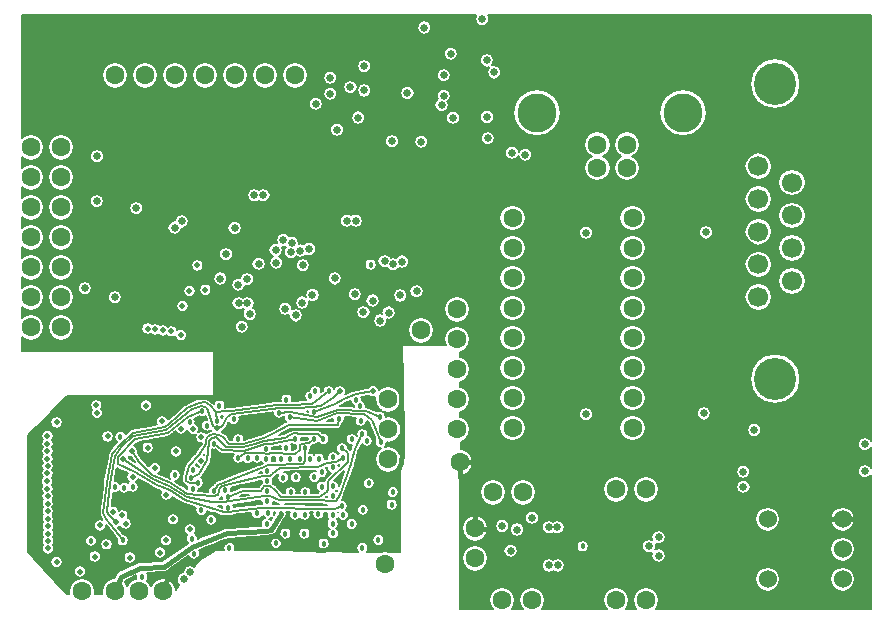
<source format=gbr>
G04 (created by PCBNEW-RS274X (2010-03-14)-final) date Mon 05 Jul 2010 03:41:04 PM EDT*
G01*
G70*
G90*
%MOIN*%
G04 Gerber Fmt 3.4, Leading zero omitted, Abs format*
%FSLAX34Y34*%
G04 APERTURE LIST*
%ADD10C,0.001000*%
%ADD11C,0.063000*%
%ADD12C,0.140000*%
%ADD13C,0.066900*%
%ADD14C,0.129900*%
%ADD15C,0.060000*%
%ADD16C,0.019000*%
%ADD17C,0.025000*%
%ADD18C,0.018000*%
%ADD19C,0.015000*%
%ADD20C,0.005000*%
%ADD21C,0.010000*%
G04 APERTURE END LIST*
G54D10*
G54D11*
X37400Y-31100D03*
X37400Y-32100D03*
X42100Y-29800D03*
X43100Y-29800D03*
X42100Y-33500D03*
X43100Y-33500D03*
X39000Y-29900D03*
X38000Y-29900D03*
X39300Y-33500D03*
X38300Y-33500D03*
X22600Y-18400D03*
X23600Y-18400D03*
X22600Y-19400D03*
X23600Y-19400D03*
X22600Y-20400D03*
X23600Y-20400D03*
X22600Y-21400D03*
X23600Y-21400D03*
X22600Y-22400D03*
X23600Y-22400D03*
X22600Y-23400D03*
X23600Y-23400D03*
X22600Y-24400D03*
X23600Y-24400D03*
G54D12*
X47400Y-26120D03*
G54D13*
X46841Y-23394D03*
X46841Y-22303D03*
X46841Y-21213D03*
X46841Y-20122D03*
X46841Y-19031D03*
X47959Y-22848D03*
X47959Y-21758D03*
X47959Y-20667D03*
X47959Y-19577D03*
G54D12*
X47400Y-16281D03*
G54D14*
X44341Y-17240D03*
X39459Y-17240D03*
G54D11*
X42463Y-18307D03*
X42463Y-19094D03*
X41479Y-19094D03*
X41479Y-18307D03*
G54D15*
X49650Y-32800D03*
X49650Y-31800D03*
X49650Y-30800D03*
X47150Y-30800D03*
X47150Y-32800D03*
G54D11*
X38650Y-22750D03*
X38650Y-21750D03*
X38650Y-20750D03*
X38650Y-23750D03*
X38650Y-24750D03*
X38650Y-25750D03*
X38650Y-26750D03*
X38650Y-27750D03*
X42650Y-20750D03*
X42650Y-21750D03*
X42650Y-22750D03*
X42650Y-23750D03*
X42650Y-24750D03*
X42650Y-25750D03*
X42650Y-26750D03*
X42650Y-27750D03*
X26200Y-33200D03*
X36800Y-26800D03*
X36800Y-27800D03*
X25400Y-33200D03*
X24300Y-33200D03*
X35600Y-24500D03*
X34500Y-26800D03*
X34500Y-27800D03*
X34500Y-28800D03*
X36800Y-25800D03*
X36800Y-24800D03*
X36800Y-23800D03*
X27000Y-33200D03*
X36900Y-28900D03*
X34400Y-32300D03*
X31400Y-16000D03*
X30400Y-16000D03*
X29400Y-16000D03*
X28400Y-16000D03*
X27400Y-16000D03*
X26400Y-16000D03*
X25400Y-16000D03*
G54D16*
X26996Y-24500D03*
G54D17*
X30753Y-21818D03*
X34384Y-22193D03*
X31264Y-21887D03*
X29893Y-23958D03*
G54D18*
X28708Y-28272D03*
X31406Y-28135D03*
X28695Y-29852D03*
X31723Y-28436D03*
G54D17*
X31982Y-23322D03*
G54D18*
X31232Y-27399D03*
X34258Y-28232D03*
X29511Y-28753D03*
X28882Y-27013D03*
X32038Y-28116D03*
G54D16*
X27281Y-24529D03*
G54D17*
X29509Y-22980D03*
X27619Y-20867D03*
X29385Y-21086D03*
G54D16*
X25436Y-30893D03*
X32894Y-26535D03*
X28803Y-27761D03*
X26744Y-24471D03*
X27881Y-23193D03*
G54D17*
X30184Y-22283D03*
G54D18*
X27930Y-29407D03*
X32346Y-28121D03*
G54D17*
X33395Y-23296D03*
G54D18*
X28151Y-29573D03*
X32862Y-27443D03*
G54D17*
X33680Y-23894D03*
G54D18*
X32074Y-26535D03*
X33916Y-22312D03*
G54D16*
X28140Y-22334D03*
G54D18*
X29151Y-30049D03*
X32967Y-28432D03*
G54D17*
X33986Y-23506D03*
G54D18*
X33440Y-26819D03*
G54D17*
X36284Y-16994D03*
X34240Y-24172D03*
G54D18*
X33559Y-27016D03*
G54D17*
X36664Y-17414D03*
X34516Y-23908D03*
X34672Y-22293D03*
G54D18*
X33283Y-28128D03*
G54D17*
X35609Y-18212D03*
X34969Y-22208D03*
G54D16*
X25958Y-28519D03*
G54D18*
X32984Y-28742D03*
G54D17*
X34906Y-23338D03*
G54D18*
X28309Y-27192D03*
X32963Y-30347D03*
G54D17*
X31070Y-23777D03*
X31872Y-21787D03*
G54D16*
X28272Y-28842D03*
G54D18*
X31109Y-26810D03*
G54D17*
X29622Y-24379D03*
X31576Y-21839D03*
X29519Y-23592D03*
X31009Y-21487D03*
G54D18*
X32521Y-26524D03*
X25653Y-31497D03*
X28800Y-27526D03*
G54D17*
X30776Y-22247D03*
G54D16*
X27596Y-24659D03*
X27644Y-23693D03*
G54D18*
X29077Y-29833D03*
G54D17*
X25395Y-23400D03*
G54D18*
X31106Y-28415D03*
X32046Y-27215D03*
G54D16*
X34002Y-26525D03*
G54D18*
X30864Y-27253D03*
X34224Y-27380D03*
G54D16*
X23164Y-31767D03*
X23139Y-29536D03*
X23148Y-29271D03*
X23150Y-29028D03*
X23148Y-28782D03*
X23147Y-28528D03*
X23145Y-28273D03*
X23144Y-28028D03*
X23163Y-31520D03*
X23162Y-31273D03*
X23160Y-31023D03*
X23159Y-30774D03*
X23158Y-30527D03*
X23156Y-30274D03*
X23155Y-30033D03*
X23146Y-29778D03*
X28279Y-28063D03*
G54D18*
X31914Y-26702D03*
G54D17*
X31421Y-24001D03*
X31661Y-22331D03*
G54D16*
X26732Y-29094D03*
X27434Y-28535D03*
X25112Y-31630D03*
X25638Y-30669D03*
X24798Y-27255D03*
X26970Y-27536D03*
X24726Y-32043D03*
G54D18*
X25983Y-29718D03*
G54D16*
X25676Y-28792D03*
G54D18*
X33645Y-27960D03*
G54D16*
X27109Y-29981D03*
X25984Y-29393D03*
X27996Y-27791D03*
X27602Y-27775D03*
X26490Y-28412D03*
X25151Y-28035D03*
X26430Y-27005D03*
X24776Y-26999D03*
X27331Y-30795D03*
X25322Y-30548D03*
X25759Y-30940D03*
X24900Y-31001D03*
X24228Y-32543D03*
X23455Y-32226D03*
X25893Y-32074D03*
X26902Y-31906D03*
X27898Y-31138D03*
G54D18*
X29153Y-30407D03*
X28031Y-31951D03*
X30132Y-30603D03*
X30497Y-30589D03*
X31398Y-30643D03*
X31722Y-30643D03*
X32658Y-30661D03*
X33002Y-30661D03*
X33662Y-30482D03*
X32292Y-29713D03*
X32673Y-28738D03*
X31893Y-28774D03*
X31247Y-28777D03*
X30449Y-28784D03*
X30135Y-28753D03*
X30477Y-29190D03*
X30469Y-29869D03*
X33649Y-31748D03*
X28464Y-27673D03*
X33796Y-28185D03*
X29211Y-31750D03*
X30772Y-31591D03*
X31747Y-29896D03*
X31254Y-29897D03*
X31003Y-29409D03*
X31429Y-29399D03*
X32655Y-30944D03*
G54D17*
X46702Y-27821D03*
X46340Y-29209D03*
X38039Y-15901D03*
X37799Y-17387D03*
X35709Y-14405D03*
X36587Y-15278D03*
X37639Y-14125D03*
X37794Y-15502D03*
X33706Y-16504D03*
X33506Y-17408D03*
X32088Y-16950D03*
X32799Y-17812D03*
X33245Y-16394D03*
X36353Y-16676D03*
X35147Y-16586D03*
G54D18*
X34616Y-30305D03*
X34175Y-31487D03*
G54D17*
X40152Y-32338D03*
X40148Y-31065D03*
X39866Y-32338D03*
X39862Y-31061D03*
X39300Y-30748D03*
X38798Y-31139D03*
X38305Y-31021D03*
X43517Y-31396D03*
X43517Y-32005D03*
X43200Y-31694D03*
X41097Y-27300D03*
X41097Y-21243D03*
X45097Y-21236D03*
X45030Y-27269D03*
G54D16*
X23452Y-27567D03*
G54D17*
X26108Y-20429D03*
X29100Y-21958D03*
X29804Y-22793D03*
X30346Y-20000D03*
X33426Y-20849D03*
X32723Y-22769D03*
G54D18*
X34653Y-29889D03*
X28601Y-30818D03*
X28273Y-30495D03*
X27987Y-29778D03*
X25393Y-29721D03*
G54D17*
X24395Y-23098D03*
X27903Y-32565D03*
X27688Y-32797D03*
X37821Y-18097D03*
X34633Y-18197D03*
X50391Y-29199D03*
X50389Y-28299D03*
G54D18*
X25704Y-29752D03*
X25582Y-28052D03*
X27392Y-29320D03*
G54D17*
X35450Y-23197D03*
X46345Y-29719D03*
X32574Y-16611D03*
X36355Y-15998D03*
X32571Y-16080D03*
X39074Y-18642D03*
X38632Y-18582D03*
G54D18*
X27965Y-31450D03*
G54D17*
X29815Y-23599D03*
X31293Y-21586D03*
G54D18*
X32357Y-31606D03*
X40986Y-31697D03*
G54D17*
X38585Y-31844D03*
X27384Y-21075D03*
G54D16*
X26487Y-24442D03*
X28409Y-23149D03*
G54D18*
X33291Y-30955D03*
X30476Y-30200D03*
X30926Y-30616D03*
X32182Y-30609D03*
X32294Y-29227D03*
X32187Y-28780D03*
X30445Y-28448D03*
X32043Y-29393D03*
G54D16*
X27098Y-31497D03*
G54D18*
X26303Y-32717D03*
X24598Y-31518D03*
X27885Y-27566D03*
X28005Y-29155D03*
X30452Y-30954D03*
X31080Y-31272D03*
X31712Y-31274D03*
X32667Y-31269D03*
X32661Y-30018D03*
X32668Y-29695D03*
X32662Y-29071D03*
X31556Y-28783D03*
X30924Y-28773D03*
X30480Y-29533D03*
X29823Y-28758D03*
X29508Y-28125D03*
X33586Y-27517D03*
X29356Y-27455D03*
G54D17*
X33702Y-15695D03*
X28908Y-22772D03*
X28908Y-22772D03*
X30040Y-19996D03*
X33123Y-20849D03*
G54D18*
X33859Y-29595D03*
X24797Y-18698D03*
G54D17*
X24790Y-20195D03*
X24797Y-18698D03*
X31636Y-23574D03*
X32099Y-17870D03*
X32354Y-17865D03*
G54D19*
X49562Y-30798D02*
X50453Y-30795D01*
G54D20*
X30595Y-28283D02*
X30397Y-28283D01*
X30397Y-28283D02*
X29685Y-28505D01*
X28970Y-28488D02*
X29685Y-28505D01*
X28708Y-28272D02*
X28970Y-28488D01*
X30595Y-28283D02*
X31406Y-28135D01*
X31723Y-28436D02*
X31722Y-28857D01*
X30489Y-29003D02*
X30353Y-29062D01*
X28695Y-29852D02*
X28830Y-29645D01*
X28830Y-29645D02*
X30353Y-29062D01*
X31722Y-28857D02*
X31665Y-28947D01*
X31665Y-28947D02*
X31381Y-28966D01*
X31381Y-28966D02*
X30795Y-28985D01*
X30795Y-28985D02*
X30489Y-29003D01*
X31232Y-27399D02*
X32143Y-27507D01*
X32143Y-27507D02*
X32804Y-27254D01*
X32804Y-27254D02*
X33709Y-27291D01*
X33709Y-27291D02*
X33965Y-27501D01*
X34258Y-28232D02*
X33965Y-27501D01*
X32038Y-28116D02*
X31853Y-28270D01*
X31853Y-28270D02*
X31606Y-28272D01*
X31606Y-28272D02*
X31568Y-28329D01*
X31550Y-28493D02*
X31392Y-28613D01*
X31392Y-28613D02*
X30620Y-28592D01*
X30620Y-28592D02*
X30459Y-28618D01*
X30459Y-28618D02*
X30327Y-28596D01*
X30327Y-28596D02*
X30155Y-28584D01*
X30155Y-28584D02*
X29740Y-28595D01*
X29740Y-28595D02*
X29511Y-28753D01*
X31568Y-28329D02*
X31550Y-28493D01*
X25436Y-30893D02*
X25164Y-30634D01*
X25134Y-30514D02*
X25164Y-30634D01*
X25134Y-30514D02*
X25238Y-29617D01*
X25402Y-28686D02*
X25646Y-28365D01*
X25646Y-28365D02*
X26011Y-28037D01*
X26011Y-28037D02*
X27113Y-27810D01*
X27113Y-27810D02*
X27967Y-27136D01*
X27967Y-27136D02*
X28314Y-27012D01*
X28314Y-27012D02*
X28471Y-27078D01*
X28471Y-27078D02*
X28597Y-27484D01*
X28597Y-27484D02*
X28652Y-27674D01*
X28803Y-27761D02*
X28652Y-27674D01*
X28803Y-27761D02*
X28733Y-27739D01*
X28803Y-27761D02*
X28928Y-27736D01*
X28928Y-27736D02*
X29009Y-27650D01*
X29009Y-27650D02*
X29057Y-27538D01*
X29057Y-27538D02*
X29132Y-27378D01*
X29132Y-27378D02*
X29311Y-27279D01*
X29311Y-27279D02*
X30617Y-27106D01*
X30617Y-27106D02*
X30866Y-27087D01*
X30866Y-27087D02*
X31472Y-27096D01*
X31472Y-27096D02*
X31970Y-27058D01*
X31970Y-27058D02*
X32252Y-27013D01*
X32252Y-27013D02*
X32715Y-26707D01*
X32894Y-26535D02*
X32715Y-26707D01*
X25238Y-29617D02*
X25402Y-28686D01*
X27930Y-29407D02*
X28213Y-29282D01*
X28213Y-29282D02*
X28474Y-28835D01*
X28474Y-28835D02*
X28538Y-28213D01*
X28538Y-28213D02*
X28572Y-28134D01*
X28572Y-28134D02*
X28661Y-28074D01*
X28661Y-28074D02*
X28769Y-28071D01*
X28769Y-28071D02*
X28867Y-28151D01*
X28867Y-28151D02*
X29091Y-28389D01*
X29091Y-28389D02*
X29662Y-28403D01*
X29662Y-28403D02*
X30080Y-28276D01*
X30080Y-28276D02*
X30359Y-28183D01*
X30359Y-28183D02*
X31053Y-28087D01*
X31053Y-28087D02*
X31229Y-27990D01*
X31229Y-27990D02*
X31381Y-27938D01*
X31381Y-27938D02*
X31606Y-27945D01*
X31606Y-27945D02*
X32159Y-27952D01*
X32159Y-27952D02*
X32346Y-28121D01*
X28151Y-29573D02*
X27894Y-29573D01*
X27894Y-29573D02*
X27772Y-29518D01*
X27772Y-29518D02*
X27760Y-29378D01*
X27760Y-29378D02*
X27865Y-29023D01*
X27865Y-29023D02*
X28200Y-28644D01*
X28200Y-28644D02*
X28426Y-28301D01*
X28426Y-28301D02*
X28439Y-28145D01*
X28439Y-28145D02*
X28514Y-28021D01*
X28514Y-28021D02*
X28603Y-27983D01*
X28678Y-27952D02*
X28862Y-27987D01*
X28862Y-27987D02*
X28983Y-28041D01*
X28983Y-28041D02*
X29203Y-28291D01*
X29203Y-28291D02*
X29660Y-28298D01*
X29660Y-28298D02*
X30365Y-28076D01*
X30365Y-28076D02*
X30627Y-27962D01*
X30627Y-27962D02*
X31188Y-27646D01*
X31188Y-27646D02*
X32817Y-27653D01*
X32817Y-27653D02*
X32862Y-27443D01*
X28603Y-27983D02*
X28678Y-27952D01*
X29151Y-30049D02*
X29654Y-29844D01*
X29654Y-29844D02*
X30253Y-29844D01*
X30253Y-29844D02*
X30364Y-29702D01*
X30364Y-29702D02*
X30562Y-29699D01*
X30562Y-29699D02*
X30722Y-29813D01*
X30933Y-30064D02*
X32204Y-30062D01*
X32204Y-30062D02*
X32461Y-29876D01*
X32461Y-29876D02*
X32496Y-29789D01*
X32496Y-29789D02*
X32509Y-29516D01*
X32509Y-29516D02*
X33163Y-28900D01*
X33163Y-28900D02*
X33154Y-28591D01*
X33154Y-28591D02*
X32967Y-28432D01*
X30722Y-29813D02*
X30933Y-30064D01*
X32984Y-28742D02*
X32770Y-28899D01*
X32770Y-28899D02*
X32450Y-28914D01*
X32450Y-28914D02*
X32181Y-29039D01*
X32181Y-29039D02*
X30890Y-29084D01*
X30890Y-29084D02*
X30643Y-29288D01*
X30643Y-29288D02*
X30561Y-29349D01*
X30561Y-29349D02*
X30343Y-29366D01*
X30343Y-29366D02*
X29085Y-29654D01*
X29085Y-29654D02*
X28912Y-29727D01*
X28912Y-29727D02*
X28830Y-29988D01*
X28830Y-29988D02*
X28680Y-30027D01*
X28680Y-30027D02*
X27813Y-29951D01*
X27813Y-29951D02*
X27265Y-29598D01*
X26629Y-29322D02*
X26200Y-28873D01*
X26200Y-28873D02*
X25958Y-28519D01*
X27265Y-29598D02*
X26629Y-29322D01*
X28309Y-27192D02*
X27829Y-27382D01*
X27151Y-27909D02*
X26056Y-28132D01*
X26056Y-28132D02*
X25505Y-28717D01*
X25505Y-28717D02*
X25503Y-28966D01*
X25503Y-28966D02*
X26063Y-29220D01*
X26063Y-29220D02*
X26802Y-29671D01*
X26802Y-29671D02*
X27222Y-29831D01*
X29021Y-30566D02*
X29204Y-30568D01*
X32963Y-30347D02*
X32721Y-30453D01*
X27829Y-27382D02*
X27151Y-27909D01*
X29397Y-30505D02*
X30278Y-30415D01*
X30278Y-30415D02*
X32542Y-30448D01*
X32542Y-30448D02*
X32721Y-30453D01*
X27222Y-29831D02*
X27717Y-30146D01*
X27717Y-30146D02*
X29021Y-30566D01*
X29204Y-30568D02*
X29397Y-30505D01*
X25653Y-31497D02*
X25113Y-30786D01*
X25113Y-30786D02*
X25013Y-30580D01*
X25013Y-30580D02*
X25081Y-30101D01*
X25081Y-30101D02*
X25124Y-29583D01*
X25124Y-29583D02*
X25312Y-28627D01*
X25312Y-28627D02*
X25591Y-28272D01*
X25591Y-28272D02*
X25997Y-27908D01*
X27064Y-27718D02*
X27192Y-27606D01*
X27192Y-27606D02*
X27811Y-27091D01*
X28188Y-26912D02*
X28389Y-26902D01*
X28389Y-26902D02*
X28555Y-26997D01*
X28555Y-26997D02*
X28780Y-27225D01*
X28780Y-27225D02*
X29105Y-27201D01*
X29105Y-27201D02*
X29264Y-27184D01*
X29264Y-27184D02*
X30791Y-26980D01*
X31961Y-26957D02*
X32521Y-26524D01*
X28780Y-27225D02*
X28800Y-27526D01*
X31186Y-26991D02*
X30791Y-26980D01*
X31186Y-26991D02*
X31961Y-26957D01*
X27811Y-27091D02*
X28188Y-26912D01*
X25997Y-27908D02*
X27064Y-27718D01*
X32046Y-27215D02*
X32721Y-26950D01*
X32721Y-26950D02*
X33021Y-26795D01*
X33021Y-26795D02*
X33440Y-26620D01*
X33440Y-26620D02*
X34002Y-26525D01*
X30864Y-27253D02*
X31236Y-27216D01*
X31236Y-27216D02*
X32131Y-27404D01*
X32131Y-27404D02*
X32816Y-27142D01*
X32816Y-27142D02*
X33771Y-27193D01*
X33771Y-27193D02*
X34224Y-27380D01*
X25676Y-28792D02*
X26669Y-29471D01*
X26669Y-29471D02*
X27215Y-29686D01*
X27215Y-29686D02*
X27804Y-30066D01*
X27804Y-30066D02*
X28643Y-30231D01*
X28643Y-30231D02*
X28999Y-30238D01*
X29225Y-30203D02*
X30379Y-30037D01*
X30568Y-30032D02*
X30879Y-30164D01*
X30379Y-30037D02*
X30568Y-30032D01*
X30879Y-30164D02*
X32174Y-30162D01*
X32174Y-30162D02*
X32616Y-30195D01*
X32616Y-30195D02*
X32775Y-30188D01*
X32775Y-30188D02*
X32888Y-30001D01*
X32888Y-30001D02*
X33274Y-28939D01*
X33274Y-28939D02*
X33388Y-28452D01*
X33388Y-28452D02*
X33645Y-27960D01*
X29225Y-30203D02*
X28999Y-30238D01*
G54D19*
X30926Y-30616D02*
X30602Y-31143D01*
X30602Y-31143D02*
X30418Y-31186D01*
X30418Y-31186D02*
X29143Y-31266D01*
X29143Y-31266D02*
X27968Y-31715D01*
X27968Y-31715D02*
X27022Y-32372D01*
X27022Y-32372D02*
X26222Y-32411D01*
X26222Y-32411D02*
X25599Y-32705D01*
X25599Y-32705D02*
X25400Y-33200D01*
G54D21*
X48597Y-30775D02*
X47877Y-31544D01*
X47877Y-31544D02*
X43880Y-30940D01*
X43880Y-30940D02*
X38271Y-31471D01*
X37687Y-28892D02*
X37609Y-24292D01*
X37600Y-22244D02*
X35770Y-19413D01*
X35770Y-19413D02*
X33620Y-18189D01*
X33620Y-18189D02*
X32638Y-18189D01*
X32354Y-17865D02*
X32638Y-18189D01*
X32099Y-17870D02*
X32354Y-17865D01*
G54D19*
X27000Y-33200D02*
X27269Y-32456D01*
X27269Y-32456D02*
X28032Y-32204D01*
X29166Y-31498D02*
X30827Y-31350D01*
X31261Y-31758D02*
X30827Y-31350D01*
X31261Y-31758D02*
X32379Y-31823D01*
X32379Y-31823D02*
X33522Y-31416D01*
X33522Y-31416D02*
X34235Y-30795D01*
X37350Y-30286D02*
X37400Y-31100D01*
X38271Y-31471D02*
X38006Y-31136D01*
X36937Y-30003D02*
X36900Y-28900D01*
X38006Y-31136D02*
X37400Y-31100D01*
X36937Y-30003D02*
X37350Y-30286D01*
X48597Y-30775D02*
X49650Y-30800D01*
X28032Y-32204D02*
X29166Y-31498D01*
X34920Y-28933D02*
X34785Y-29227D01*
X34973Y-28586D02*
X34920Y-28933D01*
X34934Y-26598D02*
X34950Y-27721D01*
X34905Y-24545D02*
X34934Y-26598D01*
X34950Y-27721D02*
X34973Y-28586D01*
X35197Y-23829D02*
X34905Y-24545D01*
X37687Y-28892D02*
X36900Y-28900D01*
G54D21*
X37609Y-24292D02*
X37600Y-22244D01*
G54D19*
X34235Y-30795D02*
X34383Y-29819D01*
X34383Y-29819D02*
X34785Y-29227D01*
X35197Y-23829D02*
X36271Y-22950D01*
X36271Y-22950D02*
X37600Y-22244D01*
G54D10*
G36*
X49855Y-24725D02*
X50600Y-24725D01*
X49855Y-26375D01*
X49855Y-24725D01*
X49855Y-24725D01*
G37*
G54D20*
X49855Y-24725D02*
X50600Y-24725D01*
X49855Y-26375D01*
X49855Y-24725D01*
G54D10*
G36*
X49488Y-33191D02*
X49830Y-33800D01*
X49011Y-33800D01*
X49488Y-33191D01*
X49488Y-33191D01*
G37*
G54D20*
X49488Y-33191D02*
X49830Y-33800D01*
X49011Y-33800D01*
X49488Y-33191D01*
G54D10*
G36*
X49855Y-26375D02*
X50600Y-26375D01*
X50389Y-28061D01*
X49855Y-26375D01*
X49855Y-26375D01*
G37*
G54D20*
X49855Y-26375D02*
X50600Y-26375D01*
X50389Y-28061D01*
X49855Y-26375D01*
G54D10*
G36*
X49855Y-24725D02*
X50600Y-23075D01*
X50600Y-24725D01*
X49855Y-24725D01*
X49855Y-24725D01*
G37*
G54D20*
X49855Y-24725D02*
X50600Y-23075D01*
X50600Y-24725D01*
X49855Y-24725D01*
G54D10*
G36*
X49855Y-23075D02*
X50600Y-21425D01*
X50600Y-23075D01*
X49855Y-23075D01*
X49855Y-23075D01*
G37*
G54D20*
X49855Y-23075D02*
X50600Y-21425D01*
X50600Y-23075D01*
X49855Y-23075D01*
G54D10*
G36*
X49855Y-21425D02*
X50600Y-19775D01*
X50600Y-21425D01*
X49855Y-21425D01*
X49855Y-21425D01*
G37*
G54D20*
X49855Y-21425D02*
X50600Y-19775D01*
X50600Y-21425D01*
X49855Y-21425D01*
G54D10*
G36*
X49855Y-19775D02*
X50600Y-18125D01*
X50600Y-19775D01*
X49855Y-19775D01*
X49855Y-19775D01*
G37*
G54D20*
X49855Y-19775D02*
X50600Y-18125D01*
X50600Y-19775D01*
X49855Y-19775D01*
G54D10*
G36*
X49855Y-18125D02*
X50600Y-16475D01*
X50600Y-18125D01*
X49855Y-18125D01*
X49855Y-18125D01*
G37*
G54D20*
X49855Y-18125D02*
X50600Y-16475D01*
X50600Y-18125D01*
X49855Y-18125D01*
G54D10*
G36*
X49855Y-16475D02*
X50600Y-14825D01*
X50600Y-16475D01*
X49855Y-16475D01*
X49855Y-16475D01*
G37*
G54D20*
X49855Y-16475D02*
X50600Y-14825D01*
X50600Y-16475D01*
X49855Y-16475D01*
G54D10*
G36*
X49855Y-14825D02*
X50600Y-14000D01*
X50600Y-14825D01*
X49855Y-14825D01*
X49855Y-14825D01*
G37*
G54D20*
X49855Y-14825D02*
X50600Y-14000D01*
X50600Y-14825D01*
X49855Y-14825D01*
G54D10*
G36*
X48247Y-26120D02*
X48183Y-25796D01*
X49855Y-26375D01*
X48247Y-26120D01*
X48247Y-26120D01*
G37*
G54D20*
X48247Y-26120D02*
X48183Y-25796D01*
X49855Y-26375D01*
X48247Y-26120D01*
G54D10*
G36*
X49650Y-31377D02*
X49650Y-31223D01*
X49855Y-31325D01*
X49650Y-31377D01*
X49650Y-31377D01*
G37*
G54D20*
X49650Y-31377D02*
X49650Y-31223D01*
X49855Y-31325D01*
X49650Y-31377D01*
G54D10*
G36*
X49855Y-26375D02*
X50600Y-24725D01*
X50600Y-26375D01*
X49855Y-26375D01*
X49855Y-26375D01*
G37*
G54D20*
X49855Y-26375D02*
X50600Y-24725D01*
X50600Y-26375D01*
X49855Y-26375D01*
G54D10*
G36*
X49855Y-28025D02*
X50172Y-29108D01*
X48366Y-28025D01*
X49855Y-28025D01*
X49855Y-28025D01*
G37*
G54D20*
X49855Y-28025D02*
X50172Y-29108D01*
X48366Y-28025D01*
X49855Y-28025D01*
G54D10*
G36*
X48366Y-28025D02*
X48366Y-26375D01*
X49855Y-26375D01*
X48366Y-28025D01*
X48366Y-28025D01*
G37*
G54D20*
X48366Y-28025D02*
X48366Y-26375D01*
X49855Y-26375D01*
X48366Y-28025D01*
G54D10*
G36*
X49855Y-23075D02*
X50600Y-23075D01*
X49855Y-24725D01*
X49855Y-23075D01*
X49855Y-23075D01*
G37*
G54D20*
X49855Y-23075D02*
X50600Y-23075D01*
X49855Y-24725D01*
X49855Y-23075D01*
G54D10*
G36*
X48366Y-24725D02*
X48284Y-23173D01*
X49855Y-24725D01*
X48366Y-24725D01*
X48366Y-24725D01*
G37*
G54D20*
X48366Y-24725D02*
X48284Y-23173D01*
X49855Y-24725D01*
X48366Y-24725D01*
G54D10*
G36*
X49855Y-21425D02*
X50600Y-21425D01*
X49855Y-23075D01*
X49855Y-21425D01*
X49855Y-21425D01*
G37*
G54D20*
X49855Y-21425D02*
X50600Y-21425D01*
X49855Y-23075D01*
X49855Y-21425D01*
G54D10*
G36*
X49855Y-19775D02*
X50600Y-19775D01*
X49855Y-21425D01*
X49855Y-19775D01*
X49855Y-19775D01*
G37*
G54D20*
X49855Y-19775D02*
X50600Y-19775D01*
X49855Y-21425D01*
X49855Y-19775D01*
G54D10*
G36*
X48366Y-21425D02*
X48384Y-20843D01*
X49855Y-21425D01*
X48366Y-21425D01*
X48366Y-21425D01*
G37*
G54D20*
X48366Y-21425D02*
X48384Y-20843D01*
X49855Y-21425D01*
X48366Y-21425D01*
G54D10*
G36*
X49855Y-18125D02*
X50600Y-18125D01*
X49855Y-19775D01*
X49855Y-18125D01*
X49855Y-18125D01*
G37*
G54D20*
X49855Y-18125D02*
X50600Y-18125D01*
X49855Y-19775D01*
X49855Y-18125D01*
G54D10*
G36*
X49855Y-16475D02*
X50600Y-16475D01*
X49855Y-18125D01*
X49855Y-16475D01*
X49855Y-16475D01*
G37*
G54D20*
X49855Y-16475D02*
X50600Y-16475D01*
X49855Y-18125D01*
X49855Y-16475D01*
G54D10*
G36*
X49855Y-18125D02*
X48366Y-18125D01*
X49855Y-16475D01*
X49855Y-18125D01*
X49855Y-18125D01*
G37*
G54D20*
X49855Y-18125D02*
X48366Y-18125D01*
X49855Y-16475D01*
X49855Y-18125D01*
G54D10*
G36*
X49855Y-14825D02*
X50600Y-14825D01*
X49855Y-16475D01*
X49855Y-14825D01*
X49855Y-14825D01*
G37*
G54D20*
X49855Y-14825D02*
X50600Y-14825D01*
X49855Y-16475D01*
X49855Y-14825D01*
G54D10*
G36*
X48247Y-16281D02*
X48183Y-15957D01*
X48366Y-16475D01*
X48247Y-16281D01*
X48247Y-16281D01*
G37*
G54D20*
X48247Y-16281D02*
X48183Y-15957D01*
X48366Y-16475D01*
X48247Y-16281D01*
G54D10*
G36*
X49855Y-14825D02*
X48366Y-14825D01*
X49855Y-14000D01*
X49855Y-14825D01*
X49855Y-14825D01*
G37*
G54D20*
X49855Y-14825D02*
X48366Y-14825D01*
X49855Y-14000D01*
X49855Y-14825D01*
G54D10*
G36*
X49855Y-31325D02*
X49949Y-31501D01*
X49812Y-31409D01*
X49855Y-31325D01*
X49855Y-31325D01*
G37*
G54D20*
X49855Y-31325D02*
X49949Y-31501D01*
X49812Y-31409D01*
X49855Y-31325D01*
G54D10*
G36*
X48366Y-29675D02*
X48366Y-28025D01*
X50172Y-29108D01*
X48366Y-29675D01*
X48366Y-29675D01*
G37*
G54D20*
X48366Y-29675D02*
X48366Y-28025D01*
X50172Y-29108D01*
X48366Y-29675D01*
G54D10*
G36*
X45387Y-31325D02*
X46759Y-30962D01*
X46876Y-31325D01*
X45387Y-31325D01*
X45387Y-31325D01*
G37*
G54D20*
X45387Y-31325D02*
X46759Y-30962D01*
X46876Y-31325D01*
X45387Y-31325D01*
G54D10*
G36*
X49855Y-26375D02*
X49855Y-28025D01*
X48366Y-28025D01*
X49855Y-26375D01*
X49855Y-26375D01*
G37*
G54D20*
X49855Y-26375D02*
X49855Y-28025D01*
X48366Y-28025D01*
X49855Y-26375D01*
G54D10*
G36*
X48366Y-26375D02*
X48247Y-26120D01*
X49855Y-26375D01*
X48366Y-26375D01*
X48366Y-26375D01*
G37*
G54D20*
X48366Y-26375D02*
X48247Y-26120D01*
X49855Y-26375D01*
X48366Y-26375D01*
G54D10*
G36*
X48366Y-28025D02*
X48366Y-29675D01*
X46559Y-29118D01*
X48366Y-28025D01*
X48366Y-28025D01*
G37*
G54D20*
X48366Y-28025D02*
X48366Y-29675D01*
X46559Y-29118D01*
X48366Y-28025D01*
G54D10*
G36*
X49855Y-23075D02*
X49855Y-24725D01*
X48284Y-23173D01*
X49855Y-23075D01*
X49855Y-23075D01*
G37*
G54D20*
X49855Y-23075D02*
X49855Y-24725D01*
X48284Y-23173D01*
X49855Y-23075D01*
G54D10*
G36*
X45387Y-24725D02*
X46516Y-23719D01*
X46876Y-24725D01*
X45387Y-24725D01*
X45387Y-24725D01*
G37*
G54D20*
X45387Y-24725D02*
X46516Y-23719D01*
X46876Y-24725D01*
X45387Y-24725D01*
G54D10*
G36*
X48419Y-22848D02*
X48384Y-22672D01*
X49855Y-23075D01*
X48419Y-22848D01*
X48419Y-22848D01*
G37*
G54D20*
X48419Y-22848D02*
X48384Y-22672D01*
X49855Y-23075D01*
X48419Y-22848D01*
G54D10*
G36*
X49855Y-19775D02*
X49855Y-21425D01*
X48419Y-20667D01*
X49855Y-19775D01*
X49855Y-19775D01*
G37*
G54D20*
X49855Y-19775D02*
X49855Y-21425D01*
X48419Y-20667D01*
X49855Y-19775D01*
G54D10*
G36*
X48419Y-19577D02*
X48384Y-19401D01*
X49855Y-19775D01*
X48419Y-19577D01*
X48419Y-19577D01*
G37*
G54D20*
X48419Y-19577D02*
X48384Y-19401D01*
X49855Y-19775D01*
X48419Y-19577D01*
G54D10*
G36*
X49855Y-16475D02*
X48366Y-18125D01*
X48366Y-16475D01*
X49855Y-16475D01*
X49855Y-16475D01*
G37*
G54D20*
X49855Y-16475D02*
X48366Y-18125D01*
X48366Y-16475D01*
X49855Y-16475D01*
G54D10*
G36*
X45387Y-18125D02*
X46801Y-16880D01*
X46876Y-18125D01*
X45387Y-18125D01*
X45387Y-18125D01*
G37*
G54D20*
X45387Y-18125D02*
X46801Y-16880D01*
X46876Y-18125D01*
X45387Y-18125D01*
G54D10*
G36*
X49855Y-16475D02*
X48366Y-16475D01*
X48183Y-15957D01*
X49855Y-16475D01*
X49855Y-16475D01*
G37*
G54D20*
X49855Y-16475D02*
X48366Y-16475D01*
X48183Y-15957D01*
X49855Y-16475D01*
G54D10*
G36*
X48366Y-16475D02*
X48183Y-16605D01*
X48247Y-16281D01*
X48366Y-16475D01*
X48366Y-16475D01*
G37*
G54D20*
X48366Y-16475D02*
X48183Y-16605D01*
X48247Y-16281D01*
X48366Y-16475D01*
G54D10*
G36*
X48366Y-14825D02*
X46876Y-14825D01*
X48366Y-14000D01*
X48366Y-14825D01*
X48366Y-14825D01*
G37*
G54D20*
X48366Y-14825D02*
X46876Y-14825D01*
X48366Y-14000D01*
X48366Y-14825D01*
G54D10*
G36*
X48366Y-24725D02*
X47400Y-25273D01*
X46876Y-24725D01*
X48366Y-24725D01*
X48366Y-24725D01*
G37*
G54D20*
X48366Y-24725D02*
X47400Y-25273D01*
X46876Y-24725D01*
X48366Y-24725D01*
G54D10*
G36*
X47573Y-30800D02*
X47541Y-30638D01*
X48366Y-31325D01*
X47573Y-30800D01*
X47573Y-30800D01*
G37*
G54D20*
X47573Y-30800D02*
X47541Y-30638D01*
X48366Y-31325D01*
X47573Y-30800D01*
G54D10*
G36*
X46851Y-33099D02*
X46178Y-33800D01*
X46759Y-32962D01*
X46851Y-33099D01*
X46851Y-33099D01*
G37*
G54D20*
X46851Y-33099D02*
X46178Y-33800D01*
X46759Y-32962D01*
X46851Y-33099D01*
G54D10*
G36*
X46876Y-29675D02*
X46559Y-29118D01*
X48366Y-29675D01*
X46876Y-29675D01*
X46876Y-29675D01*
G37*
G54D20*
X46876Y-29675D02*
X46559Y-29118D01*
X48366Y-29675D01*
X46876Y-29675D01*
G54D10*
G36*
X47150Y-31223D02*
X47150Y-32377D01*
X46876Y-31325D01*
X47150Y-31223D01*
X47150Y-31223D01*
G37*
G54D20*
X47150Y-31223D02*
X47150Y-32377D01*
X46876Y-31325D01*
X47150Y-31223D01*
G54D10*
G36*
X49855Y-24725D02*
X49855Y-26375D01*
X48183Y-25796D01*
X49855Y-24725D01*
X49855Y-24725D01*
G37*
G54D20*
X49855Y-24725D02*
X49855Y-26375D01*
X48183Y-25796D01*
X49855Y-24725D01*
G54D10*
G36*
X48366Y-24725D02*
X47166Y-23719D01*
X47959Y-23308D01*
X48366Y-24725D01*
X48366Y-24725D01*
G37*
G54D20*
X48366Y-24725D02*
X47166Y-23719D01*
X47959Y-23308D01*
X48366Y-24725D01*
G54D10*
G36*
X48366Y-18125D02*
X47999Y-16880D01*
X48366Y-16475D01*
X48366Y-18125D01*
X48366Y-18125D01*
G37*
G54D20*
X48366Y-18125D02*
X47999Y-16880D01*
X48366Y-16475D01*
X48366Y-18125D01*
G54D10*
G36*
X46876Y-14825D02*
X45387Y-14825D01*
X46876Y-14000D01*
X46876Y-14825D01*
X46876Y-14825D01*
G37*
G54D20*
X46876Y-14825D02*
X45387Y-14825D01*
X46876Y-14000D01*
X46876Y-14825D01*
G54D10*
G36*
X45387Y-24725D02*
X43897Y-26375D01*
X43897Y-24725D01*
X45387Y-24725D01*
X45387Y-24725D01*
G37*
G54D20*
X45387Y-24725D02*
X43897Y-26375D01*
X43897Y-24725D01*
X45387Y-24725D01*
G54D10*
G36*
X45387Y-32975D02*
X45387Y-33800D01*
X43897Y-32975D01*
X45387Y-32975D01*
X45387Y-32975D01*
G37*
G54D20*
X45387Y-32975D02*
X45387Y-33800D01*
X43897Y-32975D01*
X45387Y-32975D01*
G54D10*
G36*
X43736Y-32096D02*
X43755Y-32005D01*
X45387Y-32975D01*
X43736Y-32096D01*
X43736Y-32096D01*
G37*
G54D20*
X43736Y-32096D02*
X43755Y-32005D01*
X45387Y-32975D01*
X43736Y-32096D01*
G54D10*
G36*
X43897Y-31325D02*
X43897Y-29675D01*
X45387Y-29675D01*
X43897Y-31325D01*
X43897Y-31325D01*
G37*
G54D20*
X43897Y-31325D02*
X43897Y-29675D01*
X45387Y-29675D01*
X43897Y-31325D01*
G54D10*
G36*
X43897Y-29675D02*
X43897Y-28025D01*
X45387Y-28025D01*
X43897Y-29675D01*
X43897Y-29675D01*
G37*
G54D20*
X43897Y-29675D02*
X43897Y-28025D01*
X45387Y-28025D01*
X43897Y-29675D01*
G54D10*
G36*
X45387Y-24725D02*
X43897Y-24725D01*
X45387Y-23075D01*
X45387Y-24725D01*
X45387Y-24725D01*
G37*
G54D20*
X45387Y-24725D02*
X43897Y-24725D01*
X45387Y-23075D01*
X45387Y-24725D01*
G54D10*
G36*
X43897Y-23075D02*
X45006Y-21455D01*
X45387Y-23075D01*
X43897Y-23075D01*
X43897Y-23075D01*
G37*
G54D20*
X43897Y-23075D02*
X45006Y-21455D01*
X45387Y-23075D01*
X43897Y-23075D01*
G54D10*
G36*
X45387Y-21425D02*
X45387Y-23075D01*
X45188Y-21455D01*
X45387Y-21425D01*
X45387Y-21425D01*
G37*
G54D20*
X45387Y-21425D02*
X45387Y-23075D01*
X45188Y-21455D01*
X45387Y-21425D01*
G54D10*
G36*
X43897Y-19775D02*
X44341Y-18033D01*
X45387Y-19775D01*
X43897Y-19775D01*
X43897Y-19775D01*
G37*
G54D20*
X43897Y-19775D02*
X44341Y-18033D01*
X45387Y-19775D01*
X43897Y-19775D01*
G54D10*
G36*
X45387Y-18125D02*
X45387Y-19775D01*
X44645Y-17973D01*
X45387Y-18125D01*
X45387Y-18125D01*
G37*
G54D20*
X45387Y-18125D02*
X45387Y-19775D01*
X44645Y-17973D01*
X45387Y-18125D01*
G54D10*
G36*
X48366Y-14825D02*
X47400Y-15434D01*
X46876Y-14825D01*
X48366Y-14825D01*
X48366Y-14825D01*
G37*
G54D20*
X48366Y-14825D02*
X47400Y-15434D01*
X46876Y-14825D01*
X48366Y-14825D01*
G54D10*
G36*
X45387Y-16475D02*
X45134Y-17240D01*
X45074Y-16936D01*
X45387Y-16475D01*
X45387Y-16475D01*
G37*
G54D20*
X45387Y-16475D02*
X45134Y-17240D01*
X45074Y-16936D01*
X45387Y-16475D01*
G54D10*
G36*
X45387Y-14825D02*
X43897Y-14825D01*
X45387Y-14000D01*
X45387Y-14825D01*
X45387Y-14825D01*
G37*
G54D20*
X45387Y-14825D02*
X43897Y-14825D01*
X45387Y-14000D01*
X45387Y-14825D01*
G54D10*
G36*
X43897Y-32975D02*
X43736Y-32096D01*
X45387Y-32975D01*
X43897Y-32975D01*
X43897Y-32975D01*
G37*
G54D20*
X43897Y-32975D02*
X43736Y-32096D01*
X45387Y-32975D01*
X43897Y-32975D01*
G54D10*
G36*
X45387Y-29675D02*
X45387Y-31325D01*
X43897Y-31325D01*
X45387Y-29675D01*
X45387Y-29675D01*
G37*
G54D20*
X45387Y-29675D02*
X45387Y-31325D01*
X43897Y-31325D01*
X45387Y-29675D01*
G54D10*
G36*
X45387Y-28025D02*
X45387Y-29675D01*
X43897Y-29675D01*
X45387Y-28025D01*
X45387Y-28025D01*
G37*
G54D20*
X45387Y-28025D02*
X45387Y-29675D01*
X43897Y-29675D01*
X45387Y-28025D01*
G54D10*
G36*
X45249Y-27178D02*
X46534Y-27653D01*
X45268Y-27269D01*
X45249Y-27178D01*
X45249Y-27178D01*
G37*
G54D20*
X45249Y-27178D02*
X46534Y-27653D01*
X45268Y-27269D01*
X45249Y-27178D01*
G54D10*
G36*
X42408Y-31325D02*
X41128Y-31555D01*
X41932Y-30205D01*
X42408Y-31325D01*
X42408Y-31325D01*
G37*
G54D20*
X42408Y-31325D02*
X41128Y-31555D01*
X41932Y-30205D01*
X42408Y-31325D01*
G54D10*
G36*
X45387Y-24725D02*
X45387Y-26375D01*
X43897Y-26375D01*
X45387Y-24725D01*
X45387Y-24725D01*
G37*
G54D20*
X45387Y-24725D02*
X45387Y-26375D01*
X43897Y-26375D01*
X45387Y-24725D01*
G54D10*
G36*
X42818Y-26155D02*
X42960Y-26060D01*
X42818Y-26345D01*
X42818Y-26155D01*
X42818Y-26155D01*
G37*
G54D20*
X42818Y-26155D02*
X42960Y-26060D01*
X42818Y-26345D01*
X42818Y-26155D01*
G54D10*
G36*
X45387Y-23075D02*
X43897Y-24725D01*
X43897Y-23075D01*
X45387Y-23075D01*
X45387Y-23075D01*
G37*
G54D20*
X45387Y-23075D02*
X43897Y-24725D01*
X43897Y-23075D01*
X45387Y-23075D01*
G54D10*
G36*
X41188Y-21462D02*
X42245Y-22582D01*
X40918Y-23075D01*
X41188Y-21462D01*
X41188Y-21462D01*
G37*
G54D20*
X41188Y-21462D02*
X42245Y-22582D01*
X40918Y-23075D01*
X41188Y-21462D01*
G54D10*
G36*
X43897Y-18125D02*
X44341Y-18033D01*
X43897Y-19775D01*
X43897Y-18125D01*
X43897Y-18125D01*
G37*
G54D20*
X43897Y-18125D02*
X44341Y-18033D01*
X43897Y-19775D01*
X43897Y-18125D01*
G54D10*
G36*
X43897Y-18125D02*
X42902Y-18307D01*
X43780Y-17801D01*
X43897Y-18125D01*
X43897Y-18125D01*
G37*
G54D20*
X43897Y-18125D02*
X42902Y-18307D01*
X43780Y-17801D01*
X43897Y-18125D01*
G54D10*
G36*
X45387Y-14825D02*
X44341Y-16447D01*
X43897Y-14825D01*
X45387Y-14825D01*
X45387Y-14825D01*
G37*
G54D20*
X45387Y-14825D02*
X44341Y-16447D01*
X43897Y-14825D01*
X45387Y-14825D01*
G54D10*
G36*
X43897Y-16475D02*
X42408Y-16475D01*
X43897Y-14825D01*
X43897Y-16475D01*
X43897Y-16475D01*
G37*
G54D20*
X43897Y-16475D02*
X42408Y-16475D01*
X43897Y-14825D01*
X43897Y-16475D01*
G54D10*
G36*
X43897Y-14825D02*
X42408Y-14825D01*
X43897Y-14000D01*
X43897Y-14825D01*
X43897Y-14825D01*
G37*
G54D20*
X43897Y-14825D02*
X42408Y-14825D01*
X43897Y-14000D01*
X43897Y-14825D01*
G54D10*
G36*
X42482Y-25155D02*
X42650Y-25189D01*
X42482Y-25345D01*
X42482Y-25155D01*
X42482Y-25155D01*
G37*
G54D20*
X42482Y-25155D02*
X42650Y-25189D01*
X42482Y-25345D01*
X42482Y-25155D01*
G54D10*
G36*
X43897Y-23075D02*
X43055Y-22582D01*
X43897Y-21425D01*
X43897Y-23075D01*
X43897Y-23075D01*
G37*
G54D20*
X43897Y-23075D02*
X43055Y-22582D01*
X43897Y-21425D01*
X43897Y-23075D01*
G54D10*
G36*
X39429Y-19775D02*
X41040Y-19094D01*
X40918Y-19775D01*
X39429Y-19775D01*
X39429Y-19775D01*
G37*
G54D20*
X39429Y-19775D02*
X41040Y-19094D01*
X40918Y-19775D01*
X39429Y-19775D01*
G54D10*
G36*
X43897Y-14825D02*
X42408Y-16475D01*
X42408Y-14825D01*
X43897Y-14825D01*
X43897Y-14825D01*
G37*
G54D20*
X43897Y-14825D02*
X42408Y-16475D01*
X42408Y-14825D01*
X43897Y-14825D01*
G54D10*
G36*
X42408Y-16475D02*
X40918Y-16475D01*
X42408Y-14825D01*
X42408Y-16475D01*
X42408Y-16475D01*
G37*
G54D20*
X42408Y-16475D02*
X40918Y-16475D01*
X42408Y-14825D01*
X42408Y-16475D01*
G54D10*
G36*
X42408Y-14825D02*
X40918Y-14825D01*
X42408Y-14000D01*
X42408Y-14825D01*
X42408Y-14825D01*
G37*
G54D20*
X42408Y-14825D02*
X40918Y-14825D01*
X42408Y-14000D01*
X42408Y-14825D01*
G54D10*
G36*
X40918Y-23075D02*
X40918Y-24725D01*
X39089Y-23750D01*
X40918Y-23075D01*
X40918Y-23075D01*
G37*
G54D20*
X40918Y-23075D02*
X40918Y-24725D01*
X39089Y-23750D01*
X40918Y-23075D01*
G54D10*
G36*
X42408Y-32975D02*
X42410Y-33190D01*
X42268Y-33095D01*
X42408Y-32975D01*
X42408Y-32975D01*
G37*
G54D20*
X42408Y-32975D02*
X42410Y-33190D01*
X42268Y-33095D01*
X42408Y-32975D01*
G54D10*
G36*
X39429Y-29675D02*
X39429Y-28025D01*
X40918Y-28025D01*
X39429Y-29675D01*
X39429Y-29675D01*
G37*
G54D20*
X39429Y-29675D02*
X39429Y-28025D01*
X40918Y-28025D01*
X39429Y-29675D01*
G54D10*
G36*
X40918Y-24725D02*
X40918Y-26375D01*
X39089Y-25750D01*
X40918Y-24725D01*
X40918Y-24725D01*
G37*
G54D20*
X40918Y-24725D02*
X40918Y-26375D01*
X39089Y-25750D01*
X40918Y-24725D01*
G54D10*
G36*
X40918Y-23075D02*
X39429Y-23075D01*
X40918Y-21425D01*
X40918Y-23075D01*
X40918Y-23075D01*
G37*
G54D20*
X40918Y-23075D02*
X39429Y-23075D01*
X40918Y-21425D01*
X40918Y-23075D01*
G54D10*
G36*
X42058Y-18139D02*
X41789Y-17997D01*
X42153Y-17997D01*
X42058Y-18139D01*
X42058Y-18139D01*
G37*
G54D20*
X42058Y-18139D02*
X41789Y-17997D01*
X42153Y-17997D01*
X42058Y-18139D01*
G54D10*
G36*
X40918Y-18125D02*
X41074Y-18475D01*
X39763Y-17973D01*
X40918Y-18125D01*
X40918Y-18125D01*
G37*
G54D20*
X40918Y-18125D02*
X41074Y-18475D01*
X39763Y-17973D01*
X40918Y-18125D01*
G54D10*
G36*
X42408Y-14825D02*
X40918Y-16475D01*
X40918Y-14825D01*
X42408Y-14825D01*
X42408Y-14825D01*
G37*
G54D20*
X42408Y-14825D02*
X40918Y-16475D01*
X40918Y-14825D01*
X42408Y-14825D01*
G54D10*
G36*
X40918Y-16475D02*
X40252Y-17240D01*
X40192Y-16936D01*
X40918Y-16475D01*
X40918Y-16475D01*
G37*
G54D20*
X40918Y-16475D02*
X40252Y-17240D01*
X40192Y-16936D01*
X40918Y-16475D01*
G54D10*
G36*
X40918Y-14825D02*
X39429Y-14825D01*
X40918Y-14000D01*
X40918Y-14825D01*
X40918Y-14825D01*
G37*
G54D20*
X40918Y-14825D02*
X39429Y-14825D01*
X40918Y-14000D01*
X40918Y-14825D01*
G54D10*
G36*
X39429Y-24725D02*
X40918Y-24725D01*
X39089Y-25750D01*
X39429Y-24725D01*
X39429Y-24725D01*
G37*
G54D20*
X39429Y-24725D02*
X40918Y-24725D01*
X39089Y-25750D01*
X39429Y-24725D01*
G54D10*
G36*
X40918Y-28025D02*
X40918Y-29675D01*
X39429Y-29675D01*
X40918Y-28025D01*
X40918Y-28025D01*
G37*
G54D20*
X40918Y-28025D02*
X40918Y-29675D01*
X39429Y-29675D01*
X40918Y-28025D01*
G54D10*
G36*
X37805Y-30932D02*
X38067Y-31021D01*
X37839Y-31100D01*
X37805Y-30932D01*
X37805Y-30932D01*
G37*
G54D20*
X37805Y-30932D02*
X38067Y-31021D01*
X37839Y-31100D01*
X37805Y-30932D01*
G54D10*
G36*
X39429Y-26375D02*
X39089Y-25750D01*
X40918Y-26375D01*
X39429Y-26375D01*
X39429Y-26375D01*
G37*
G54D20*
X39429Y-26375D02*
X39089Y-25750D01*
X40918Y-26375D01*
X39429Y-26375D01*
G54D10*
G36*
X39429Y-24725D02*
X39089Y-23750D01*
X40918Y-24725D01*
X39429Y-24725D01*
X39429Y-24725D01*
G37*
G54D20*
X39429Y-24725D02*
X39089Y-23750D01*
X40918Y-24725D01*
X39429Y-24725D01*
G54D10*
G36*
X39429Y-24725D02*
X39089Y-24750D01*
X39055Y-24582D01*
X39429Y-24725D01*
X39429Y-24725D01*
G37*
G54D20*
X39429Y-24725D02*
X39089Y-24750D01*
X39055Y-24582D01*
X39429Y-24725D01*
G54D10*
G36*
X40918Y-21425D02*
X39429Y-23075D01*
X39429Y-21425D01*
X40918Y-21425D01*
X40918Y-21425D01*
G37*
G54D20*
X40918Y-21425D02*
X39429Y-23075D01*
X39429Y-21425D01*
X40918Y-21425D01*
G54D10*
G36*
X39429Y-23075D02*
X39089Y-23750D01*
X39055Y-23582D01*
X39429Y-23075D01*
X39429Y-23075D01*
G37*
G54D20*
X39429Y-23075D02*
X39089Y-23750D01*
X39055Y-23582D01*
X39429Y-23075D01*
G54D10*
G36*
X41479Y-19533D02*
X41188Y-21024D01*
X40918Y-19775D01*
X41479Y-19533D01*
X41479Y-19533D01*
G37*
G54D20*
X41479Y-19533D02*
X41188Y-21024D01*
X40918Y-19775D01*
X41479Y-19533D01*
G54D10*
G36*
X41074Y-18926D02*
X41040Y-19094D01*
X39312Y-18642D01*
X41074Y-18926D01*
X41074Y-18926D01*
G37*
G54D20*
X41074Y-18926D02*
X41040Y-19094D01*
X39312Y-18642D01*
X41074Y-18926D01*
G54D10*
G36*
X38855Y-18733D02*
X38800Y-18750D01*
X38845Y-18683D01*
X38855Y-18733D01*
X38855Y-18733D01*
G37*
G54D20*
X38855Y-18733D02*
X38800Y-18750D01*
X38845Y-18683D01*
X38855Y-18733D01*
G54D10*
G36*
X40918Y-14825D02*
X39763Y-16507D01*
X39429Y-14825D01*
X40918Y-14825D01*
X40918Y-14825D01*
G37*
G54D20*
X40918Y-14825D02*
X39763Y-16507D01*
X39429Y-14825D01*
X40918Y-14825D01*
G54D10*
G36*
X37939Y-14825D02*
X37858Y-14216D01*
X39429Y-14825D01*
X37939Y-14825D01*
X37939Y-14825D01*
G37*
G54D20*
X37939Y-14825D02*
X37858Y-14216D01*
X39429Y-14825D01*
X37939Y-14825D01*
G54D10*
G36*
X37939Y-24725D02*
X38245Y-24918D01*
X38245Y-25582D01*
X37939Y-24725D01*
X37939Y-24725D01*
G37*
G54D20*
X37939Y-24725D02*
X38245Y-24918D01*
X38245Y-25582D01*
X37939Y-24725D01*
G54D10*
G36*
X39429Y-32975D02*
X39775Y-32557D01*
X39610Y-33190D01*
X39429Y-32975D01*
X39429Y-32975D01*
G37*
G54D20*
X39429Y-32975D02*
X39775Y-32557D01*
X39610Y-33190D01*
X39429Y-32975D01*
G54D10*
G36*
X38245Y-21918D02*
X38245Y-22582D01*
X36450Y-21425D01*
X38245Y-21918D01*
X38245Y-21918D01*
G37*
G54D20*
X38245Y-21918D02*
X38245Y-22582D01*
X36450Y-21425D01*
X38245Y-21918D01*
G54D10*
G36*
X36450Y-21425D02*
X36450Y-19775D01*
X38211Y-20750D01*
X36450Y-21425D01*
X36450Y-21425D01*
G37*
G54D20*
X36450Y-21425D02*
X36450Y-19775D01*
X38211Y-20750D01*
X36450Y-21425D01*
G54D10*
G36*
X38650Y-20311D02*
X38632Y-18820D01*
X39429Y-19775D01*
X38650Y-20311D01*
X38650Y-20311D01*
G37*
G54D20*
X38650Y-20311D02*
X38632Y-18820D01*
X39429Y-19775D01*
X38650Y-20311D01*
G54D10*
G36*
X38277Y-15901D02*
X38258Y-15810D01*
X39155Y-16507D01*
X38277Y-15901D01*
X38277Y-15901D01*
G37*
G54D20*
X38277Y-15901D02*
X38258Y-15810D01*
X39155Y-16507D01*
X38277Y-15901D01*
G54D10*
G36*
X37939Y-14825D02*
X39429Y-14825D01*
X38013Y-15411D01*
X37939Y-14825D01*
X37939Y-14825D01*
G37*
G54D20*
X37939Y-14825D02*
X39429Y-14825D01*
X38013Y-15411D01*
X37939Y-14825D01*
G54D10*
G36*
X34801Y-30382D02*
X34816Y-30305D01*
X34900Y-30438D01*
X34801Y-30382D01*
X34801Y-30382D01*
G37*
G54D20*
X34801Y-30382D02*
X34816Y-30305D01*
X34900Y-30438D01*
X34801Y-30382D01*
G54D10*
G36*
X37939Y-26375D02*
X37239Y-26800D01*
X37205Y-26632D01*
X37939Y-26375D01*
X37939Y-26375D01*
G37*
G54D20*
X37939Y-26375D02*
X37239Y-26800D01*
X37205Y-26632D01*
X37939Y-26375D01*
G54D10*
G36*
X37939Y-21425D02*
X38245Y-21918D01*
X36450Y-21425D01*
X37939Y-21425D01*
X37939Y-21425D01*
G37*
G54D20*
X37939Y-21425D02*
X38245Y-21918D01*
X36450Y-21425D01*
X37939Y-21425D01*
G54D10*
G36*
X37939Y-19775D02*
X38211Y-20750D01*
X36450Y-19775D01*
X37939Y-19775D01*
X37939Y-19775D01*
G37*
G54D20*
X37939Y-19775D02*
X38211Y-20750D01*
X36450Y-19775D01*
X37939Y-19775D01*
G54D10*
G36*
X36450Y-21425D02*
X34961Y-21425D01*
X36450Y-19775D01*
X36450Y-21425D01*
X36450Y-21425D01*
G37*
G54D20*
X36450Y-21425D02*
X34961Y-21425D01*
X36450Y-19775D01*
X36450Y-21425D01*
G54D10*
G36*
X35441Y-18380D02*
X35518Y-18431D01*
X34724Y-18416D01*
X35441Y-18380D01*
X35441Y-18380D01*
G37*
G54D20*
X35441Y-18380D02*
X35518Y-18431D01*
X34724Y-18416D01*
X35441Y-18380D01*
G54D10*
G36*
X33680Y-24132D02*
X34021Y-24263D01*
X33471Y-24725D01*
X33680Y-24132D01*
X33680Y-24132D01*
G37*
G54D20*
X33680Y-24132D02*
X34021Y-24263D01*
X33471Y-24725D01*
X33680Y-24132D01*
G54D10*
G36*
X34961Y-23075D02*
X34997Y-23119D01*
X34906Y-23101D01*
X34961Y-23075D01*
X34961Y-23075D01*
G37*
G54D20*
X34961Y-23075D02*
X34997Y-23119D01*
X34906Y-23101D01*
X34961Y-23075D01*
G54D10*
G36*
X36450Y-19775D02*
X34961Y-21425D01*
X34961Y-19775D01*
X36450Y-19775D01*
X36450Y-19775D01*
G37*
G54D20*
X36450Y-19775D02*
X34961Y-21425D01*
X34961Y-19775D01*
X36450Y-19775D01*
G54D10*
G36*
X33471Y-21425D02*
X33214Y-21068D01*
X33335Y-21068D01*
X33471Y-21425D01*
X33471Y-21425D01*
G37*
G54D20*
X33471Y-21425D02*
X33214Y-21068D01*
X33335Y-21068D01*
X33471Y-21425D01*
G54D10*
G36*
X36450Y-19775D02*
X35777Y-18380D01*
X36450Y-18125D01*
X36450Y-19775D01*
X36450Y-19775D01*
G37*
G54D20*
X36450Y-19775D02*
X35777Y-18380D01*
X36450Y-18125D01*
X36450Y-19775D01*
G54D10*
G36*
X35490Y-14314D02*
X35472Y-14405D01*
X34961Y-14000D01*
X35490Y-14314D01*
X35490Y-14314D01*
G37*
G54D20*
X35490Y-14314D02*
X35472Y-14405D01*
X34961Y-14000D01*
X35490Y-14314D01*
G54D10*
G36*
X33471Y-14825D02*
X33471Y-14000D01*
X34961Y-14825D01*
X33471Y-14825D01*
X33471Y-14825D01*
G37*
G54D20*
X33471Y-14825D02*
X33471Y-14000D01*
X34961Y-14825D01*
X33471Y-14825D01*
G54D10*
G36*
X33471Y-31325D02*
X33214Y-31140D01*
X33291Y-31155D01*
X33471Y-31325D01*
X33471Y-31325D01*
G37*
G54D20*
X33471Y-31325D02*
X33214Y-31140D01*
X33291Y-31155D01*
X33471Y-31325D01*
G54D10*
G36*
X32110Y-21787D02*
X33032Y-21068D01*
X33471Y-21425D01*
X32110Y-21787D01*
X32110Y-21787D01*
G37*
G54D20*
X32110Y-21787D02*
X33032Y-21068D01*
X33471Y-21425D01*
X32110Y-21787D01*
G54D10*
G36*
X34961Y-18125D02*
X35390Y-18303D01*
X34852Y-18288D01*
X34961Y-18125D01*
X34961Y-18125D01*
G37*
G54D20*
X34961Y-18125D02*
X35390Y-18303D01*
X34852Y-18288D01*
X34961Y-18125D01*
G54D10*
G36*
X31982Y-19775D02*
X32799Y-18050D01*
X33471Y-19775D01*
X31982Y-19775D01*
X31982Y-19775D01*
G37*
G54D20*
X31982Y-19775D02*
X32799Y-18050D01*
X33471Y-19775D01*
X31982Y-19775D01*
G54D10*
G36*
X31982Y-14825D02*
X31982Y-14000D01*
X33471Y-14825D01*
X31982Y-14825D01*
X31982Y-14825D01*
G37*
G54D20*
X31982Y-14825D02*
X31982Y-14000D01*
X33471Y-14825D01*
X31982Y-14825D01*
G54D10*
G36*
X31982Y-24725D02*
X31109Y-26610D01*
X30492Y-24725D01*
X31982Y-24725D01*
X31982Y-24725D01*
G37*
G54D20*
X31982Y-24725D02*
X31109Y-26610D01*
X30492Y-24725D01*
X31982Y-24725D01*
G54D10*
G36*
X31982Y-19775D02*
X30492Y-19775D01*
X31982Y-18125D01*
X31982Y-19775D01*
X31982Y-19775D01*
G37*
G54D20*
X31982Y-19775D02*
X30492Y-19775D01*
X31982Y-18125D01*
X31982Y-19775D01*
G54D10*
G36*
X30492Y-14825D02*
X30492Y-14000D01*
X31982Y-14825D01*
X30492Y-14825D01*
X30492Y-14825D01*
G37*
G54D20*
X30492Y-14825D02*
X30492Y-14000D01*
X31982Y-14825D01*
X30492Y-14825D01*
G54D10*
G36*
X31982Y-24725D02*
X31997Y-26350D01*
X31932Y-26393D01*
X31982Y-24725D01*
X31982Y-24725D01*
G37*
G54D20*
X31982Y-24725D02*
X31997Y-26350D01*
X31932Y-26393D01*
X31982Y-24725D01*
G54D10*
G36*
X29003Y-24725D02*
X29531Y-24598D01*
X28700Y-25200D01*
X29003Y-24725D01*
X29003Y-24725D01*
G37*
G54D20*
X29003Y-24725D02*
X29531Y-24598D01*
X28700Y-25200D01*
X29003Y-24725D01*
G54D10*
G36*
X30492Y-21425D02*
X30534Y-21727D01*
X30184Y-22045D01*
X30492Y-21425D01*
X30492Y-21425D01*
G37*
G54D20*
X30492Y-21425D02*
X30534Y-21727D01*
X30184Y-22045D01*
X30492Y-21425D01*
G54D10*
G36*
X31982Y-18125D02*
X30492Y-19775D01*
X30492Y-18125D01*
X31982Y-18125D01*
X31982Y-18125D01*
G37*
G54D20*
X31982Y-18125D02*
X30492Y-19775D01*
X30492Y-18125D01*
X31982Y-18125D01*
G54D10*
G36*
X29003Y-18125D02*
X29568Y-16405D01*
X30492Y-18125D01*
X29003Y-18125D01*
X29003Y-18125D01*
G37*
G54D20*
X29003Y-18125D02*
X29568Y-16405D01*
X30492Y-18125D01*
X29003Y-18125D01*
G54D10*
G36*
X30492Y-18125D02*
X30232Y-16405D01*
X30492Y-16475D01*
X30492Y-18125D01*
X30492Y-18125D01*
G37*
G54D20*
X30492Y-18125D02*
X30232Y-16405D01*
X30492Y-16475D01*
X30492Y-18125D01*
G54D10*
G36*
X29003Y-14825D02*
X29003Y-14000D01*
X30492Y-14825D01*
X29003Y-14825D01*
X29003Y-14825D01*
G37*
G54D20*
X29003Y-14825D02*
X29003Y-14000D01*
X30492Y-14825D01*
X29003Y-14825D01*
G54D10*
G36*
X29003Y-26375D02*
X29622Y-24617D01*
X30492Y-26375D01*
X29003Y-26375D01*
X29003Y-26375D01*
G37*
G54D20*
X29003Y-26375D02*
X29622Y-24617D01*
X30492Y-26375D01*
X29003Y-26375D01*
G54D10*
G36*
X27513Y-28025D02*
X27434Y-28329D01*
X27232Y-28013D01*
X27513Y-28025D01*
X27513Y-28025D01*
G37*
G54D20*
X27513Y-28025D02*
X27434Y-28329D01*
X27232Y-28013D01*
X27513Y-28025D01*
G54D10*
G36*
X30492Y-18125D02*
X29949Y-19777D01*
X29003Y-18125D01*
X30492Y-18125D01*
X30492Y-18125D01*
G37*
G54D20*
X30492Y-18125D02*
X29949Y-19777D01*
X29003Y-18125D01*
X30492Y-18125D01*
G54D10*
G36*
X29003Y-19775D02*
X27513Y-19775D01*
X29003Y-18125D01*
X29003Y-19775D01*
X29003Y-19775D01*
G37*
G54D20*
X29003Y-19775D02*
X27513Y-19775D01*
X29003Y-18125D01*
X29003Y-19775D01*
G54D10*
G36*
X27513Y-18125D02*
X28400Y-16439D01*
X29003Y-18125D01*
X27513Y-18125D01*
X27513Y-18125D01*
G37*
G54D20*
X27513Y-18125D02*
X28400Y-16439D01*
X29003Y-18125D01*
X27513Y-18125D01*
G54D10*
G36*
X27513Y-14825D02*
X27513Y-14000D01*
X29003Y-14825D01*
X27513Y-14825D01*
X27513Y-14825D01*
G37*
G54D20*
X27513Y-14825D02*
X27513Y-14000D01*
X29003Y-14825D01*
X27513Y-14825D01*
G54D10*
G36*
X26981Y-32096D02*
X26960Y-32190D01*
X26902Y-32112D01*
X26981Y-32096D01*
X26981Y-32096D01*
G37*
G54D20*
X26981Y-32096D02*
X26960Y-32190D01*
X26902Y-32112D01*
X26981Y-32096D01*
G54D10*
G36*
X27493Y-26700D02*
X27461Y-27211D01*
X26884Y-26700D01*
X27493Y-26700D01*
X27493Y-26700D01*
G37*
G54D20*
X27493Y-26700D02*
X27461Y-27211D01*
X26884Y-26700D01*
X27493Y-26700D01*
G54D10*
G36*
X26024Y-21425D02*
X27293Y-21294D01*
X26024Y-23075D01*
X26024Y-21425D01*
X26024Y-21425D01*
G37*
G54D20*
X26024Y-21425D02*
X27293Y-21294D01*
X26024Y-23075D01*
X26024Y-21425D01*
G54D10*
G36*
X29003Y-18125D02*
X27513Y-19775D01*
X27513Y-18125D01*
X29003Y-18125D01*
X29003Y-18125D01*
G37*
G54D20*
X29003Y-18125D02*
X27513Y-19775D01*
X27513Y-18125D01*
X29003Y-18125D01*
G54D10*
G36*
X27451Y-20699D02*
X26327Y-20338D01*
X27513Y-19775D01*
X27451Y-20699D01*
X27451Y-20699D01*
G37*
G54D20*
X27451Y-20699D02*
X26327Y-20338D01*
X27513Y-19775D01*
X27451Y-20699D01*
G54D10*
G36*
X26024Y-19775D02*
X26024Y-18125D01*
X27513Y-18125D01*
X26024Y-19775D01*
X26024Y-19775D01*
G37*
G54D20*
X26024Y-19775D02*
X26024Y-18125D01*
X27513Y-18125D01*
X26024Y-19775D01*
G54D10*
G36*
X30492Y-14825D02*
X29568Y-15595D01*
X29003Y-14825D01*
X30492Y-14825D01*
X30492Y-14825D01*
G37*
G54D20*
X30492Y-14825D02*
X29568Y-15595D01*
X29003Y-14825D01*
X30492Y-14825D01*
G54D10*
G36*
X27513Y-32975D02*
X27520Y-32965D01*
X27547Y-32992D01*
X27513Y-32975D01*
X27513Y-32975D01*
G37*
G54D20*
X27513Y-32975D02*
X27520Y-32965D01*
X27547Y-32992D01*
X27513Y-32975D01*
G54D10*
G36*
X27629Y-29392D02*
X27577Y-29397D01*
X27629Y-29389D01*
X27629Y-29392D01*
X27629Y-29392D01*
G37*
G54D20*
X27629Y-29392D02*
X27577Y-29397D01*
X27629Y-29389D01*
X27629Y-29392D01*
G54D10*
G36*
X26024Y-24725D02*
X26522Y-25200D01*
X26024Y-25200D01*
X26024Y-24725D01*
X26024Y-24725D01*
G37*
G54D20*
X26024Y-24725D02*
X26522Y-25200D01*
X26024Y-25200D01*
X26024Y-24725D01*
G54D10*
G36*
X26024Y-23075D02*
X27293Y-21294D01*
X27513Y-23075D01*
X26024Y-23075D01*
X26024Y-23075D01*
G37*
G54D20*
X26024Y-23075D02*
X27293Y-21294D01*
X27513Y-23075D01*
X26024Y-23075D01*
G54D10*
G36*
X26024Y-24725D02*
X26024Y-25200D01*
X24534Y-25200D01*
X26024Y-24725D01*
X26024Y-24725D01*
G37*
G54D20*
X26024Y-24725D02*
X26024Y-25200D01*
X24534Y-25200D01*
X26024Y-24725D01*
G54D10*
G36*
X27838Y-20776D02*
X29166Y-20995D01*
X27857Y-20867D01*
X27838Y-20776D01*
X27838Y-20776D01*
G37*
G54D20*
X27838Y-20776D02*
X29166Y-20995D01*
X27857Y-20867D01*
X27838Y-20776D01*
G54D10*
G36*
X27513Y-18125D02*
X27513Y-19775D01*
X26024Y-19775D01*
X27513Y-18125D01*
X27513Y-18125D01*
G37*
G54D20*
X27513Y-18125D02*
X27513Y-19775D01*
X26024Y-19775D01*
X27513Y-18125D01*
G54D10*
G36*
X26024Y-18125D02*
X26568Y-16405D01*
X27513Y-18125D01*
X26024Y-18125D01*
X26024Y-18125D01*
G37*
G54D20*
X26024Y-18125D02*
X26568Y-16405D01*
X27513Y-18125D01*
X26024Y-18125D01*
G54D10*
G36*
X26024Y-14825D02*
X26024Y-14000D01*
X27513Y-14825D01*
X26024Y-14825D01*
X26024Y-14825D01*
G37*
G54D20*
X26024Y-14825D02*
X26024Y-14000D01*
X27513Y-14825D01*
X26024Y-14825D01*
G54D10*
G36*
X27513Y-14825D02*
X26568Y-15595D01*
X26024Y-14825D01*
X27513Y-14825D01*
X27513Y-14825D01*
G37*
G54D20*
X27513Y-14825D02*
X26568Y-15595D01*
X26024Y-14825D01*
X27513Y-14825D01*
G54D10*
G36*
X23353Y-31599D02*
X23369Y-31520D01*
X23354Y-31688D01*
X23353Y-31599D01*
X23353Y-31599D01*
G37*
G54D20*
X23353Y-31599D02*
X23369Y-31520D01*
X23354Y-31688D01*
X23353Y-31599D01*
G54D10*
G36*
X24797Y-18936D02*
X24534Y-19775D01*
X24706Y-18917D01*
X24797Y-18936D01*
X24797Y-18936D01*
G37*
G54D20*
X24797Y-18936D02*
X24534Y-19775D01*
X24706Y-18917D01*
X24797Y-18936D01*
G54D10*
G36*
X24534Y-18125D02*
X25400Y-16439D01*
X26024Y-18125D01*
X24534Y-18125D01*
X24534Y-18125D01*
G37*
G54D20*
X24534Y-18125D02*
X25400Y-16439D01*
X26024Y-18125D01*
X24534Y-18125D01*
G54D10*
G36*
X24534Y-14825D02*
X24534Y-14000D01*
X26024Y-14825D01*
X24534Y-14825D01*
X24534Y-14825D01*
G37*
G54D20*
X24534Y-14825D02*
X24534Y-14000D01*
X26024Y-14825D01*
X24534Y-14825D01*
G54D10*
G36*
X24534Y-16475D02*
X23600Y-17961D01*
X23045Y-16475D01*
X24534Y-16475D01*
X24534Y-16475D01*
G37*
G54D20*
X24534Y-16475D02*
X23600Y-17961D01*
X23045Y-16475D01*
X24534Y-16475D01*
G54D10*
G36*
X23045Y-16475D02*
X23045Y-14825D01*
X24534Y-14825D01*
X23045Y-16475D01*
X23045Y-16475D01*
G37*
G54D20*
X23045Y-16475D02*
X23045Y-14825D01*
X24534Y-14825D01*
X23045Y-16475D01*
G54D10*
G36*
X24882Y-30588D02*
X24755Y-30856D01*
X24883Y-30562D01*
X24882Y-30588D01*
X24882Y-30588D01*
G37*
G54D20*
X24882Y-30588D02*
X24755Y-30856D01*
X24883Y-30562D01*
X24882Y-30588D01*
G54D10*
G36*
X23045Y-24725D02*
X23290Y-24710D01*
X23335Y-25200D01*
X23045Y-24725D01*
X23045Y-24725D01*
G37*
G54D20*
X23045Y-24725D02*
X23290Y-24710D01*
X23335Y-25200D01*
X23045Y-24725D01*
G54D10*
G36*
X24534Y-14825D02*
X24534Y-16475D01*
X23045Y-16475D01*
X24534Y-14825D01*
X24534Y-14825D01*
G37*
G54D20*
X24534Y-14825D02*
X24534Y-16475D01*
X23045Y-16475D01*
X24534Y-14825D01*
G54D10*
G36*
X23045Y-14825D02*
X23045Y-14000D01*
X24534Y-14825D01*
X23045Y-14825D01*
X23045Y-14825D01*
G37*
G54D20*
X23045Y-14825D02*
X23045Y-14000D01*
X24534Y-14825D01*
X23045Y-14825D01*
G54D10*
G36*
X22300Y-16475D02*
X23045Y-16475D01*
X22300Y-17766D01*
X22300Y-16475D01*
X22300Y-16475D01*
G37*
G54D20*
X22300Y-16475D02*
X23045Y-16475D01*
X22300Y-17766D01*
X22300Y-16475D01*
G54D10*
G36*
X23161Y-21400D02*
X23195Y-21568D01*
X23045Y-21425D01*
X23161Y-21400D01*
X23161Y-21400D01*
G37*
G54D20*
X23161Y-21400D02*
X23195Y-21568D01*
X23045Y-21425D01*
X23161Y-21400D01*
G54D10*
G36*
X49855Y-14825D02*
X49855Y-14000D01*
X50600Y-14000D01*
X49855Y-14825D01*
X49855Y-14825D01*
G37*
G54D20*
X49855Y-14825D02*
X49855Y-14000D01*
X50600Y-14000D01*
X49855Y-14825D01*
G54D10*
G36*
X23045Y-14825D02*
X22300Y-14825D01*
X22300Y-14000D01*
X23045Y-14825D01*
X23045Y-14825D01*
G37*
G54D20*
X23045Y-14825D02*
X22300Y-14825D01*
X22300Y-14000D01*
X23045Y-14825D01*
G54D10*
G36*
X22300Y-25200D02*
X22432Y-24805D01*
X22616Y-25200D01*
X22300Y-25200D01*
X22300Y-25200D01*
G37*
G54D20*
X22300Y-25200D02*
X22432Y-24805D01*
X22616Y-25200D01*
X22300Y-25200D01*
G54D10*
G36*
X29003Y-26375D02*
X28882Y-26813D01*
X28700Y-26568D01*
X29003Y-26375D01*
X29003Y-26375D01*
G37*
G54D20*
X29003Y-26375D02*
X28882Y-26813D01*
X28700Y-26568D01*
X29003Y-26375D01*
G54D10*
G36*
X22500Y-28000D02*
X22939Y-28273D01*
X22500Y-28541D01*
X22500Y-28000D01*
X22500Y-28000D01*
G37*
G54D20*
X22500Y-28000D02*
X22939Y-28273D01*
X22500Y-28541D01*
X22500Y-28000D01*
G54D10*
G36*
X28500Y-31800D02*
X28660Y-31648D01*
X28987Y-31808D01*
X28500Y-31800D01*
X28500Y-31800D01*
G37*
G54D20*
X28500Y-31800D02*
X28660Y-31648D01*
X28987Y-31808D01*
X28500Y-31800D01*
G54D10*
G36*
X34900Y-25000D02*
X34002Y-26319D01*
X33471Y-24725D01*
X34900Y-25000D01*
X34900Y-25000D01*
G37*
G54D20*
X34900Y-25000D02*
X34002Y-26319D01*
X33471Y-24725D01*
X34900Y-25000D01*
G54D10*
G36*
X37839Y-31100D02*
X37939Y-31325D01*
X37805Y-31268D01*
X37839Y-31100D01*
X37839Y-31100D01*
G37*
G54D20*
X37839Y-31100D02*
X37939Y-31325D01*
X37805Y-31268D01*
X37839Y-31100D01*
G54D10*
G36*
X37805Y-31268D02*
X37939Y-31325D01*
X37710Y-31410D01*
X37805Y-31268D01*
X37805Y-31268D01*
G37*
G54D20*
X37805Y-31268D02*
X37939Y-31325D01*
X37710Y-31410D01*
X37805Y-31268D01*
G54D10*
G36*
X37710Y-31410D02*
X37939Y-31325D01*
X37710Y-31790D01*
X37710Y-31410D01*
X37710Y-31410D01*
G37*
G54D20*
X37710Y-31410D02*
X37939Y-31325D01*
X37710Y-31790D01*
X37710Y-31410D01*
G54D10*
G36*
X37568Y-31505D02*
X37710Y-31410D01*
X37568Y-31695D01*
X37568Y-31505D01*
X37568Y-31505D01*
G37*
G54D20*
X37568Y-31505D02*
X37710Y-31410D01*
X37568Y-31695D01*
X37568Y-31505D01*
G54D10*
G36*
X36900Y-30100D02*
X37090Y-30790D01*
X36900Y-31000D01*
X36900Y-30100D01*
X36900Y-30100D01*
G37*
G54D20*
X36900Y-30100D02*
X37090Y-30790D01*
X36900Y-31000D01*
X36900Y-30100D01*
G54D10*
G36*
X37400Y-31539D02*
X37568Y-31505D01*
X37400Y-31661D01*
X37400Y-31539D01*
X37400Y-31539D01*
G37*
G54D20*
X37400Y-31539D02*
X37568Y-31505D01*
X37400Y-31661D01*
X37400Y-31539D01*
G54D10*
G36*
X37090Y-31410D02*
X37232Y-31505D01*
X36900Y-31652D01*
X37090Y-31410D01*
X37090Y-31410D01*
G37*
G54D20*
X37090Y-31410D02*
X37232Y-31505D01*
X36900Y-31652D01*
X37090Y-31410D01*
G54D10*
G36*
X36995Y-31268D02*
X37090Y-31410D01*
X36900Y-31278D01*
X36995Y-31268D01*
X36995Y-31268D01*
G37*
G54D20*
X36995Y-31268D02*
X37090Y-31410D01*
X36900Y-31278D01*
X36995Y-31268D01*
G54D10*
G36*
X36961Y-31100D02*
X36900Y-31127D01*
X36900Y-31000D01*
X36961Y-31100D01*
X36961Y-31100D01*
G37*
G54D20*
X36961Y-31100D02*
X36900Y-31127D01*
X36900Y-31000D01*
X36961Y-31100D01*
G54D10*
G36*
X36995Y-30932D02*
X36900Y-31000D01*
X37090Y-30790D01*
X36995Y-30932D01*
X36995Y-30932D01*
G37*
G54D20*
X36995Y-30932D02*
X36900Y-31000D01*
X37090Y-30790D01*
X36995Y-30932D01*
G54D10*
G36*
X37090Y-30790D02*
X36900Y-30100D01*
X37232Y-30695D01*
X37090Y-30790D01*
X37090Y-30790D01*
G37*
G54D20*
X37090Y-30790D02*
X36900Y-30100D01*
X37232Y-30695D01*
X37090Y-30790D01*
G54D10*
G36*
X37232Y-30695D02*
X36900Y-30100D01*
X37400Y-30661D01*
X37232Y-30695D01*
X37232Y-30695D01*
G37*
G54D20*
X37232Y-30695D02*
X36900Y-30100D01*
X37400Y-30661D01*
X37232Y-30695D01*
G54D10*
G36*
X39429Y-29675D02*
X39439Y-29900D01*
X39405Y-29732D01*
X39429Y-29675D01*
X39429Y-29675D01*
G37*
G54D20*
X39429Y-29675D02*
X39439Y-29900D01*
X39405Y-29732D01*
X39429Y-29675D01*
G54D10*
G36*
X37939Y-32975D02*
X37710Y-32410D01*
X37805Y-32268D01*
X37939Y-32975D01*
X37939Y-32975D01*
G37*
G54D20*
X37939Y-32975D02*
X37710Y-32410D01*
X37805Y-32268D01*
X37939Y-32975D01*
G54D10*
G36*
X37839Y-32100D02*
X37805Y-31932D01*
X38366Y-31935D01*
X37839Y-32100D01*
X37839Y-32100D01*
G37*
G54D20*
X37839Y-32100D02*
X37805Y-31932D01*
X38366Y-31935D01*
X37839Y-32100D01*
G54D10*
G36*
X37895Y-33332D02*
X37400Y-32539D01*
X37939Y-32975D01*
X37895Y-33332D01*
X37895Y-33332D01*
G37*
G54D20*
X37895Y-33332D02*
X37400Y-32539D01*
X37939Y-32975D01*
X37895Y-33332D01*
G54D10*
G36*
X37710Y-32410D02*
X37939Y-32975D01*
X37568Y-32505D01*
X37710Y-32410D01*
X37710Y-32410D01*
G37*
G54D20*
X37710Y-32410D02*
X37939Y-32975D01*
X37568Y-32505D01*
X37710Y-32410D01*
G54D10*
G36*
X37568Y-32505D02*
X37939Y-32975D01*
X37400Y-32539D01*
X37568Y-32505D01*
X37568Y-32505D01*
G37*
G54D20*
X37568Y-32505D02*
X37939Y-32975D01*
X37400Y-32539D01*
X37568Y-32505D01*
G54D10*
G36*
X37090Y-31790D02*
X36900Y-31652D01*
X37232Y-31695D01*
X37090Y-31790D01*
X37090Y-31790D01*
G37*
G54D20*
X37090Y-31790D02*
X36900Y-31652D01*
X37232Y-31695D01*
X37090Y-31790D01*
G54D10*
G36*
X37400Y-32539D02*
X37895Y-33332D01*
X36900Y-32705D01*
X37400Y-32539D01*
X37400Y-32539D01*
G37*
G54D20*
X37400Y-32539D02*
X37895Y-33332D01*
X36900Y-32705D01*
X37400Y-32539D01*
G54D10*
G36*
X37232Y-32505D02*
X37400Y-32539D01*
X36900Y-32705D01*
X37232Y-32505D01*
X37232Y-32505D01*
G37*
G54D20*
X37232Y-32505D02*
X37400Y-32539D01*
X36900Y-32705D01*
X37232Y-32505D01*
G54D10*
G36*
X36900Y-31278D02*
X37090Y-31410D01*
X36900Y-31652D01*
X36900Y-31278D01*
X36900Y-31278D01*
G37*
G54D20*
X36900Y-31278D02*
X37090Y-31410D01*
X36900Y-31652D01*
X36900Y-31278D01*
G54D10*
G36*
X36900Y-32705D02*
X36900Y-32391D01*
X37090Y-32410D01*
X36900Y-32705D01*
X36900Y-32705D01*
G37*
G54D20*
X36900Y-32705D02*
X36900Y-32391D01*
X37090Y-32410D01*
X36900Y-32705D01*
G54D10*
G36*
X37232Y-31505D02*
X37232Y-31695D01*
X36900Y-31652D01*
X37232Y-31505D01*
X37232Y-31505D01*
G37*
G54D20*
X37232Y-31505D02*
X37232Y-31695D01*
X36900Y-31652D01*
X37232Y-31505D01*
G54D10*
G36*
X36995Y-32268D02*
X36900Y-32391D01*
X36961Y-32100D01*
X36995Y-32268D01*
X36995Y-32268D01*
G37*
G54D20*
X36995Y-32268D02*
X36900Y-32391D01*
X36961Y-32100D01*
X36995Y-32268D01*
G54D10*
G36*
X36961Y-32100D02*
X36900Y-32391D01*
X36900Y-32007D01*
X36961Y-32100D01*
X36961Y-32100D01*
G37*
G54D20*
X36961Y-32100D02*
X36900Y-32391D01*
X36900Y-32007D01*
X36961Y-32100D01*
G54D10*
G36*
X36995Y-31932D02*
X36900Y-32007D01*
X36900Y-31652D01*
X36995Y-31932D01*
X36995Y-31932D01*
G37*
G54D20*
X36995Y-31932D02*
X36900Y-32007D01*
X36900Y-31652D01*
X36995Y-31932D01*
G54D10*
G36*
X37232Y-31505D02*
X37400Y-31539D01*
X37232Y-31695D01*
X37232Y-31505D01*
X37232Y-31505D01*
G37*
G54D20*
X37232Y-31505D02*
X37400Y-31539D01*
X37232Y-31695D01*
X37232Y-31505D01*
G54D10*
G36*
X37400Y-31661D02*
X37232Y-31695D01*
X37400Y-31539D01*
X37400Y-31661D01*
X37400Y-31661D01*
G37*
G54D20*
X37400Y-31661D02*
X37232Y-31695D01*
X37400Y-31539D01*
X37400Y-31661D01*
G54D10*
G36*
X37568Y-31695D02*
X37400Y-31661D01*
X37568Y-31505D01*
X37568Y-31695D01*
X37568Y-31695D01*
G37*
G54D20*
X37568Y-31695D02*
X37400Y-31661D01*
X37568Y-31505D01*
X37568Y-31695D01*
G54D10*
G36*
X37710Y-31790D02*
X37568Y-31695D01*
X37710Y-31410D01*
X37710Y-31790D01*
X37710Y-31790D01*
G37*
G54D20*
X37710Y-31790D02*
X37568Y-31695D01*
X37710Y-31410D01*
X37710Y-31790D01*
G54D10*
G36*
X37939Y-31325D02*
X38366Y-31753D01*
X37710Y-31790D01*
X37939Y-31325D01*
X37939Y-31325D01*
G37*
G54D20*
X37939Y-31325D02*
X38366Y-31753D01*
X37710Y-31790D01*
X37939Y-31325D01*
G54D10*
G36*
X43897Y-31325D02*
X43505Y-29968D01*
X43897Y-29675D01*
X43897Y-31325D01*
X43897Y-31325D01*
G37*
G54D20*
X43897Y-31325D02*
X43505Y-29968D01*
X43897Y-29675D01*
X43897Y-31325D01*
G54D10*
G36*
X41695Y-29968D02*
X41790Y-30110D01*
X40367Y-30974D01*
X41695Y-29968D01*
X41695Y-29968D01*
G37*
G54D20*
X41695Y-29968D02*
X41790Y-30110D01*
X40367Y-30974D01*
X41695Y-29968D01*
G54D10*
G36*
X42410Y-30110D02*
X42932Y-30205D01*
X42268Y-30205D01*
X42410Y-30110D01*
X42410Y-30110D01*
G37*
G54D20*
X42410Y-30110D02*
X42932Y-30205D01*
X42268Y-30205D01*
X42410Y-30110D01*
G54D10*
G36*
X42268Y-30205D02*
X42408Y-31325D01*
X42100Y-30239D01*
X42268Y-30205D01*
X42268Y-30205D01*
G37*
G54D20*
X42268Y-30205D02*
X42408Y-31325D01*
X42100Y-30239D01*
X42268Y-30205D01*
G54D10*
G36*
X40918Y-28025D02*
X41790Y-29490D01*
X40918Y-29675D01*
X40918Y-28025D01*
X40918Y-28025D01*
G37*
G54D20*
X40918Y-28025D02*
X41790Y-29490D01*
X40918Y-29675D01*
X40918Y-28025D01*
G54D10*
G36*
X42100Y-30239D02*
X42408Y-31325D01*
X41932Y-30205D01*
X42100Y-30239D01*
X42100Y-30239D01*
G37*
G54D20*
X42100Y-30239D02*
X42408Y-31325D01*
X41932Y-30205D01*
X42100Y-30239D01*
G54D10*
G36*
X41932Y-30205D02*
X40918Y-31325D01*
X41790Y-30110D01*
X41932Y-30205D01*
X41932Y-30205D01*
G37*
G54D20*
X41932Y-30205D02*
X40918Y-31325D01*
X41790Y-30110D01*
X41932Y-30205D01*
G54D10*
G36*
X40918Y-31325D02*
X40367Y-30974D01*
X41790Y-30110D01*
X40918Y-31325D01*
X40918Y-31325D01*
G37*
G54D20*
X40918Y-31325D02*
X40367Y-30974D01*
X41790Y-30110D01*
X40918Y-31325D01*
G54D10*
G36*
X41695Y-29968D02*
X40918Y-29675D01*
X41661Y-29800D01*
X41695Y-29968D01*
X41695Y-29968D01*
G37*
G54D20*
X41695Y-29968D02*
X40918Y-29675D01*
X41661Y-29800D01*
X41695Y-29968D01*
G54D10*
G36*
X41661Y-29800D02*
X40918Y-29675D01*
X41695Y-29632D01*
X41661Y-29800D01*
X41661Y-29800D01*
G37*
G54D20*
X41661Y-29800D02*
X40918Y-29675D01*
X41695Y-29632D01*
X41661Y-29800D01*
G54D10*
G36*
X41695Y-29632D02*
X40918Y-29675D01*
X41790Y-29490D01*
X41695Y-29632D01*
X41695Y-29632D01*
G37*
G54D20*
X41695Y-29632D02*
X40918Y-29675D01*
X41790Y-29490D01*
X41695Y-29632D01*
G54D10*
G36*
X41790Y-29490D02*
X40918Y-28025D01*
X41932Y-29395D01*
X41790Y-29490D01*
X41790Y-29490D01*
G37*
G54D20*
X41790Y-29490D02*
X40918Y-28025D01*
X41932Y-29395D01*
X41790Y-29490D01*
G54D10*
G36*
X41932Y-29395D02*
X42340Y-28060D01*
X42100Y-29361D01*
X41932Y-29395D01*
X41932Y-29395D01*
G37*
G54D20*
X41932Y-29395D02*
X42340Y-28060D01*
X42100Y-29361D01*
X41932Y-29395D01*
G54D10*
G36*
X42340Y-28060D02*
X42482Y-28155D01*
X42100Y-29361D01*
X42340Y-28060D01*
X42340Y-28060D01*
G37*
G54D20*
X42340Y-28060D02*
X42482Y-28155D01*
X42100Y-29361D01*
X42340Y-28060D01*
G54D10*
G36*
X42268Y-29395D02*
X42100Y-29361D01*
X42482Y-28155D01*
X42268Y-29395D01*
X42268Y-29395D01*
G37*
G54D20*
X42268Y-29395D02*
X42100Y-29361D01*
X42482Y-28155D01*
X42268Y-29395D01*
G54D10*
G36*
X42539Y-29800D02*
X42505Y-29632D01*
X42661Y-29800D01*
X42539Y-29800D01*
X42539Y-29800D01*
G37*
G54D20*
X42539Y-29800D02*
X42505Y-29632D01*
X42661Y-29800D01*
X42539Y-29800D01*
G54D10*
G36*
X42505Y-29968D02*
X42539Y-29800D01*
X42695Y-29968D01*
X42505Y-29968D01*
X42505Y-29968D01*
G37*
G54D20*
X42505Y-29968D02*
X42539Y-29800D01*
X42695Y-29968D01*
X42505Y-29968D01*
G54D10*
G36*
X43539Y-29800D02*
X43897Y-29675D01*
X43505Y-29968D01*
X43539Y-29800D01*
X43539Y-29800D01*
G37*
G54D20*
X43539Y-29800D02*
X43897Y-29675D01*
X43505Y-29968D01*
X43539Y-29800D01*
G54D10*
G36*
X43505Y-29968D02*
X43897Y-31325D01*
X43410Y-30110D01*
X43505Y-29968D01*
X43505Y-29968D01*
G37*
G54D20*
X43505Y-29968D02*
X43897Y-31325D01*
X43410Y-30110D01*
X43505Y-29968D01*
G54D10*
G36*
X42268Y-30205D02*
X42932Y-30205D01*
X42408Y-31325D01*
X42268Y-30205D01*
X42268Y-30205D01*
G37*
G54D20*
X42268Y-30205D02*
X42932Y-30205D01*
X42408Y-31325D01*
X42268Y-30205D01*
G54D10*
G36*
X42505Y-29968D02*
X42790Y-30110D01*
X42410Y-30110D01*
X42505Y-29968D01*
X42505Y-29968D01*
G37*
G54D20*
X42505Y-29968D02*
X42790Y-30110D01*
X42410Y-30110D01*
X42505Y-29968D01*
G54D10*
G36*
X42505Y-29968D02*
X42695Y-29968D01*
X42790Y-30110D01*
X42505Y-29968D01*
X42505Y-29968D01*
G37*
G54D20*
X42505Y-29968D02*
X42695Y-29968D01*
X42790Y-30110D01*
X42505Y-29968D01*
G54D10*
G36*
X43100Y-30239D02*
X43349Y-31228D01*
X42932Y-30205D01*
X43100Y-30239D01*
X43100Y-30239D01*
G37*
G54D20*
X43100Y-30239D02*
X43349Y-31228D01*
X42932Y-30205D01*
X43100Y-30239D01*
G54D10*
G36*
X42932Y-30205D02*
X42410Y-30110D01*
X42790Y-30110D01*
X42932Y-30205D01*
X42932Y-30205D01*
G37*
G54D20*
X42932Y-30205D02*
X42410Y-30110D01*
X42790Y-30110D01*
X42932Y-30205D01*
G54D10*
G36*
X42539Y-29800D02*
X42661Y-29800D01*
X42695Y-29968D01*
X42539Y-29800D01*
X42539Y-29800D01*
G37*
G54D20*
X42539Y-29800D02*
X42661Y-29800D01*
X42695Y-29968D01*
X42539Y-29800D01*
G54D10*
G36*
X42505Y-29632D02*
X42695Y-29632D01*
X42661Y-29800D01*
X42505Y-29632D01*
X42505Y-29632D01*
G37*
G54D20*
X42505Y-29632D02*
X42695Y-29632D01*
X42661Y-29800D01*
X42505Y-29632D01*
G54D10*
G36*
X42505Y-29632D02*
X42410Y-29490D01*
X42695Y-29632D01*
X42505Y-29632D01*
X42505Y-29632D01*
G37*
G54D20*
X42505Y-29632D02*
X42410Y-29490D01*
X42695Y-29632D01*
X42505Y-29632D01*
G54D10*
G36*
X43897Y-29675D02*
X43410Y-29490D01*
X43897Y-28025D01*
X43897Y-29675D01*
X43897Y-29675D01*
G37*
G54D20*
X43897Y-29675D02*
X43410Y-29490D01*
X43897Y-28025D01*
X43897Y-29675D01*
G54D10*
G36*
X42695Y-29632D02*
X42410Y-29490D01*
X42790Y-29490D01*
X42695Y-29632D01*
X42695Y-29632D01*
G37*
G54D20*
X42695Y-29632D02*
X42410Y-29490D01*
X42790Y-29490D01*
X42695Y-29632D01*
G54D10*
G36*
X43897Y-29675D02*
X43539Y-29800D01*
X43505Y-29632D01*
X43897Y-29675D01*
X43897Y-29675D01*
G37*
G54D20*
X43897Y-29675D02*
X43539Y-29800D01*
X43505Y-29632D01*
X43897Y-29675D01*
G54D10*
G36*
X43100Y-29361D02*
X42960Y-28060D01*
X43268Y-29395D01*
X43100Y-29361D01*
X43100Y-29361D01*
G37*
G54D20*
X43100Y-29361D02*
X42960Y-28060D01*
X43268Y-29395D01*
X43100Y-29361D01*
G54D10*
G36*
X43268Y-29395D02*
X43897Y-28025D01*
X43410Y-29490D01*
X43268Y-29395D01*
X43268Y-29395D01*
G37*
G54D20*
X43268Y-29395D02*
X43897Y-28025D01*
X43410Y-29490D01*
X43268Y-29395D01*
G54D10*
G36*
X43410Y-29490D02*
X43897Y-29675D01*
X43505Y-29632D01*
X43410Y-29490D01*
X43410Y-29490D01*
G37*
G54D20*
X43410Y-29490D02*
X43897Y-29675D01*
X43505Y-29632D01*
X43410Y-29490D01*
G54D10*
G36*
X45387Y-33800D02*
X43560Y-33800D01*
X43897Y-32975D01*
X45387Y-33800D01*
X45387Y-33800D01*
G37*
G54D20*
X45387Y-33800D02*
X43560Y-33800D01*
X43897Y-32975D01*
X45387Y-33800D01*
G54D10*
G36*
X41695Y-33668D02*
X41783Y-33800D01*
X40918Y-33800D01*
X41695Y-33668D01*
X41695Y-33668D01*
G37*
G54D20*
X41695Y-33668D02*
X41783Y-33800D01*
X40918Y-33800D01*
X41695Y-33668D01*
G54D10*
G36*
X40390Y-32338D02*
X40986Y-31897D01*
X40918Y-32975D01*
X40390Y-32338D01*
X40390Y-32338D01*
G37*
G54D20*
X40390Y-32338D02*
X40986Y-31897D01*
X40918Y-32975D01*
X40390Y-32338D01*
G54D10*
G36*
X41695Y-33668D02*
X40918Y-33800D01*
X41661Y-33500D01*
X41695Y-33668D01*
X41695Y-33668D01*
G37*
G54D20*
X41695Y-33668D02*
X40918Y-33800D01*
X41661Y-33500D01*
X41695Y-33668D01*
G54D10*
G36*
X41661Y-33500D02*
X40918Y-32975D01*
X41695Y-33332D01*
X41661Y-33500D01*
X41661Y-33500D01*
G37*
G54D20*
X41661Y-33500D02*
X40918Y-32975D01*
X41695Y-33332D01*
X41661Y-33500D01*
G54D10*
G36*
X41695Y-33332D02*
X40918Y-32975D01*
X41790Y-33190D01*
X41695Y-33332D01*
X41695Y-33332D01*
G37*
G54D20*
X41695Y-33332D02*
X40918Y-32975D01*
X41790Y-33190D01*
X41695Y-33332D01*
G54D10*
G36*
X41790Y-33190D02*
X40918Y-32975D01*
X41932Y-33095D01*
X41790Y-33190D01*
X41790Y-33190D01*
G37*
G54D20*
X41790Y-33190D02*
X40918Y-32975D01*
X41932Y-33095D01*
X41790Y-33190D01*
G54D10*
G36*
X42408Y-32975D02*
X42100Y-33061D01*
X42408Y-31325D01*
X42408Y-32975D01*
X42408Y-32975D01*
G37*
G54D20*
X42408Y-32975D02*
X42100Y-33061D01*
X42408Y-31325D01*
X42408Y-32975D01*
G54D10*
G36*
X41932Y-33095D02*
X41171Y-31774D01*
X42100Y-33061D01*
X41932Y-33095D01*
X41932Y-33095D01*
G37*
G54D20*
X41932Y-33095D02*
X41171Y-31774D01*
X42100Y-33061D01*
X41932Y-33095D01*
G54D10*
G36*
X42100Y-33061D02*
X42408Y-32975D01*
X42268Y-33095D01*
X42100Y-33061D01*
X42100Y-33061D01*
G37*
G54D20*
X42100Y-33061D02*
X42408Y-32975D01*
X42268Y-33095D01*
X42100Y-33061D01*
G54D10*
G36*
X42408Y-32975D02*
X42790Y-33190D01*
X42410Y-33190D01*
X42408Y-32975D01*
X42408Y-32975D01*
G37*
G54D20*
X42408Y-32975D02*
X42790Y-33190D01*
X42410Y-33190D01*
X42408Y-32975D01*
G54D10*
G36*
X42539Y-33500D02*
X42505Y-33332D01*
X42661Y-33500D01*
X42539Y-33500D01*
X42539Y-33500D01*
G37*
G54D20*
X42539Y-33500D02*
X42505Y-33332D01*
X42661Y-33500D01*
X42539Y-33500D01*
G54D10*
G36*
X42505Y-33668D02*
X42539Y-33500D01*
X42695Y-33668D01*
X42505Y-33668D01*
X42505Y-33668D01*
G37*
G54D20*
X42505Y-33668D02*
X42539Y-33500D01*
X42695Y-33668D01*
X42505Y-33668D01*
G54D10*
G36*
X43897Y-32975D02*
X43560Y-33800D01*
X43539Y-33500D01*
X43897Y-32975D01*
X43897Y-32975D01*
G37*
G54D20*
X43897Y-32975D02*
X43560Y-33800D01*
X43539Y-33500D01*
X43897Y-32975D01*
G54D10*
G36*
X42505Y-33668D02*
X42695Y-33668D01*
X42769Y-33800D01*
X42505Y-33668D01*
X42505Y-33668D01*
G37*
G54D20*
X42505Y-33668D02*
X42695Y-33668D01*
X42769Y-33800D01*
X42505Y-33668D01*
G54D10*
G36*
X42539Y-33500D02*
X42661Y-33500D01*
X42695Y-33668D01*
X42539Y-33500D01*
X42539Y-33500D01*
G37*
G54D20*
X42539Y-33500D02*
X42661Y-33500D01*
X42695Y-33668D01*
X42539Y-33500D01*
G54D10*
G36*
X42505Y-33332D02*
X42695Y-33332D01*
X42661Y-33500D01*
X42505Y-33332D01*
X42505Y-33332D01*
G37*
G54D20*
X42505Y-33332D02*
X42695Y-33332D01*
X42661Y-33500D01*
X42505Y-33332D01*
G54D10*
G36*
X42790Y-33190D02*
X42695Y-33332D01*
X42410Y-33190D01*
X42790Y-33190D01*
X42790Y-33190D01*
G37*
G54D20*
X42790Y-33190D02*
X42695Y-33332D01*
X42410Y-33190D01*
X42790Y-33190D01*
G54D10*
G36*
X42505Y-33332D02*
X42410Y-33190D01*
X42695Y-33332D01*
X42505Y-33332D01*
X42505Y-33332D01*
G37*
G54D20*
X42505Y-33332D02*
X42410Y-33190D01*
X42695Y-33332D01*
X42505Y-33332D01*
G54D10*
G36*
X42790Y-33190D02*
X42408Y-32975D01*
X42932Y-33095D01*
X42790Y-33190D01*
X42790Y-33190D01*
G37*
G54D20*
X42790Y-33190D02*
X42408Y-32975D01*
X42932Y-33095D01*
X42790Y-33190D01*
G54D10*
G36*
X43897Y-32975D02*
X43539Y-33500D01*
X43505Y-33332D01*
X43897Y-32975D01*
X43897Y-32975D01*
G37*
G54D20*
X43897Y-32975D02*
X43539Y-33500D01*
X43505Y-33332D01*
X43897Y-32975D01*
G54D10*
G36*
X42408Y-32975D02*
X43298Y-32096D01*
X42932Y-33095D01*
X42408Y-32975D01*
X42408Y-32975D01*
G37*
G54D20*
X42408Y-32975D02*
X43298Y-32096D01*
X42932Y-33095D01*
X42408Y-32975D01*
G54D10*
G36*
X43268Y-33095D02*
X43897Y-32975D01*
X43410Y-33190D01*
X43268Y-33095D01*
X43268Y-33095D01*
G37*
G54D20*
X43268Y-33095D02*
X43897Y-32975D01*
X43410Y-33190D01*
X43268Y-33095D01*
G54D10*
G36*
X43410Y-33190D02*
X43897Y-32975D01*
X43505Y-33332D01*
X43410Y-33190D01*
X43410Y-33190D01*
G37*
G54D20*
X43410Y-33190D02*
X43897Y-32975D01*
X43505Y-33332D01*
X43410Y-33190D01*
G54D10*
G36*
X39429Y-29675D02*
X40918Y-29675D01*
X39439Y-29900D01*
X39429Y-29675D01*
X39429Y-29675D01*
G37*
G54D20*
X39429Y-29675D02*
X40918Y-29675D01*
X39439Y-29900D01*
X39429Y-29675D01*
G54D10*
G36*
X40918Y-31325D02*
X40386Y-31065D01*
X40367Y-30974D01*
X40918Y-31325D01*
X40918Y-31325D01*
G37*
G54D20*
X40918Y-31325D02*
X40386Y-31065D01*
X40367Y-30974D01*
X40918Y-31325D01*
G54D10*
G36*
X39000Y-30339D02*
X39081Y-30657D01*
X38832Y-30305D01*
X39000Y-30339D01*
X39000Y-30339D01*
G37*
G54D20*
X39000Y-30339D02*
X39081Y-30657D01*
X38832Y-30305D01*
X39000Y-30339D01*
G54D10*
G36*
X39519Y-30657D02*
X39771Y-30842D01*
X39538Y-30748D01*
X39519Y-30657D01*
X39519Y-30657D01*
G37*
G54D20*
X39519Y-30657D02*
X39771Y-30842D01*
X39538Y-30748D01*
X39519Y-30657D01*
G54D10*
G36*
X38000Y-30339D02*
X38137Y-30853D01*
X37710Y-30790D01*
X38000Y-30339D01*
X38000Y-30339D01*
G37*
G54D20*
X38000Y-30339D02*
X38137Y-30853D01*
X37710Y-30790D01*
X38000Y-30339D01*
G54D10*
G36*
X37568Y-30695D02*
X37832Y-30305D01*
X37710Y-30790D01*
X37568Y-30695D01*
X37568Y-30695D01*
G37*
G54D20*
X37568Y-30695D02*
X37832Y-30305D01*
X37710Y-30790D01*
X37568Y-30695D01*
G54D10*
G36*
X38595Y-30068D02*
X38690Y-30210D01*
X38405Y-30068D01*
X38595Y-30068D01*
X38595Y-30068D01*
G37*
G54D20*
X38595Y-30068D02*
X38690Y-30210D01*
X38405Y-30068D01*
X38595Y-30068D01*
G54D10*
G36*
X39429Y-28025D02*
X39429Y-29675D01*
X39310Y-29590D01*
X39429Y-28025D01*
X39429Y-28025D01*
G37*
G54D20*
X39429Y-28025D02*
X39429Y-29675D01*
X39310Y-29590D01*
X39429Y-28025D01*
G54D10*
G36*
X38439Y-29900D02*
X38405Y-29732D01*
X38561Y-29900D01*
X38439Y-29900D01*
X38439Y-29900D01*
G37*
G54D20*
X38439Y-29900D02*
X38405Y-29732D01*
X38561Y-29900D01*
X38439Y-29900D01*
G54D10*
G36*
X38595Y-29732D02*
X38561Y-29900D01*
X38405Y-29732D01*
X38595Y-29732D01*
X38595Y-29732D01*
G37*
G54D20*
X38595Y-29732D02*
X38561Y-29900D01*
X38405Y-29732D01*
X38595Y-29732D01*
G54D10*
G36*
X38832Y-29495D02*
X38650Y-28189D01*
X39000Y-29461D01*
X38832Y-29495D01*
X38832Y-29495D01*
G37*
G54D20*
X38832Y-29495D02*
X38650Y-28189D01*
X39000Y-29461D01*
X38832Y-29495D01*
G54D10*
G36*
X39000Y-29461D02*
X38818Y-28155D01*
X39168Y-29495D01*
X39000Y-29461D01*
X39000Y-29461D01*
G37*
G54D20*
X39000Y-29461D02*
X38818Y-28155D01*
X39168Y-29495D01*
X39000Y-29461D01*
G54D10*
G36*
X39429Y-29675D02*
X39405Y-29732D01*
X39310Y-29590D01*
X39429Y-29675D01*
X39429Y-29675D01*
G37*
G54D20*
X39429Y-29675D02*
X39405Y-29732D01*
X39310Y-29590D01*
X39429Y-29675D01*
G54D10*
G36*
X39168Y-29495D02*
X39429Y-28025D01*
X39310Y-29590D01*
X39168Y-29495D01*
X39168Y-29495D01*
G37*
G54D20*
X39168Y-29495D02*
X39429Y-28025D01*
X39310Y-29590D01*
X39168Y-29495D01*
G54D10*
G36*
X38561Y-29900D02*
X38595Y-30068D01*
X38439Y-29900D01*
X38561Y-29900D01*
X38561Y-29900D01*
G37*
G54D20*
X38561Y-29900D02*
X38595Y-30068D01*
X38439Y-29900D01*
X38561Y-29900D01*
G54D10*
G36*
X38439Y-29900D02*
X38595Y-30068D01*
X38405Y-30068D01*
X38439Y-29900D01*
X38439Y-29900D01*
G37*
G54D20*
X38439Y-29900D02*
X38595Y-30068D01*
X38405Y-30068D01*
X38439Y-29900D01*
G54D10*
G36*
X38405Y-30068D02*
X38690Y-30210D01*
X38310Y-30210D01*
X38405Y-30068D01*
X38405Y-30068D01*
G37*
G54D20*
X38405Y-30068D02*
X38690Y-30210D01*
X38310Y-30210D01*
X38405Y-30068D01*
G54D10*
G36*
X38690Y-30210D02*
X38396Y-30802D01*
X38310Y-30210D01*
X38690Y-30210D01*
X38690Y-30210D01*
G37*
G54D20*
X38690Y-30210D02*
X38396Y-30802D01*
X38310Y-30210D01*
X38690Y-30210D01*
G54D10*
G36*
X38310Y-30210D02*
X38305Y-30784D01*
X38168Y-30305D01*
X38310Y-30210D01*
X38310Y-30210D01*
G37*
G54D20*
X38310Y-30210D02*
X38305Y-30784D01*
X38168Y-30305D01*
X38310Y-30210D01*
G54D10*
G36*
X38168Y-30305D02*
X38214Y-30802D01*
X38000Y-30339D01*
X38168Y-30305D01*
X38168Y-30305D01*
G37*
G54D20*
X38168Y-30305D02*
X38214Y-30802D01*
X38000Y-30339D01*
X38168Y-30305D01*
G54D10*
G36*
X37400Y-30661D02*
X37690Y-30210D01*
X37568Y-30695D01*
X37400Y-30661D01*
X37400Y-30661D01*
G37*
G54D20*
X37400Y-30661D02*
X37690Y-30210D01*
X37568Y-30695D01*
X37400Y-30661D01*
G54D10*
G36*
X38000Y-30339D02*
X37710Y-30790D01*
X37832Y-30305D01*
X38000Y-30339D01*
X38000Y-30339D01*
G37*
G54D20*
X38000Y-30339D02*
X37710Y-30790D01*
X37832Y-30305D01*
X38000Y-30339D01*
G54D10*
G36*
X36900Y-30100D02*
X37595Y-30068D01*
X37400Y-30661D01*
X36900Y-30100D01*
X36900Y-30100D01*
G37*
G54D20*
X36900Y-30100D02*
X37595Y-30068D01*
X37400Y-30661D01*
X36900Y-30100D01*
G54D10*
G36*
X37832Y-30305D02*
X37568Y-30695D01*
X37690Y-30210D01*
X37832Y-30305D01*
X37832Y-30305D01*
G37*
G54D20*
X37832Y-30305D02*
X37568Y-30695D01*
X37690Y-30210D01*
X37832Y-30305D01*
G54D10*
G36*
X37690Y-30210D02*
X37400Y-30661D01*
X37595Y-30068D01*
X37690Y-30210D01*
X37690Y-30210D01*
G37*
G54D20*
X37690Y-30210D02*
X37400Y-30661D01*
X37595Y-30068D01*
X37690Y-30210D01*
G54D10*
G36*
X37595Y-30068D02*
X36900Y-30100D01*
X37561Y-29900D01*
X37595Y-30068D01*
X37595Y-30068D01*
G37*
G54D20*
X37595Y-30068D02*
X36900Y-30100D01*
X37561Y-29900D01*
X37595Y-30068D01*
G54D10*
G36*
X37939Y-28025D02*
X38000Y-29461D01*
X37339Y-28900D01*
X37939Y-28025D01*
X37939Y-28025D01*
G37*
G54D20*
X37939Y-28025D02*
X38000Y-29461D01*
X37339Y-28900D01*
X37939Y-28025D01*
G54D10*
G36*
X36900Y-30100D02*
X37068Y-29305D01*
X37561Y-29900D01*
X36900Y-30100D01*
X36900Y-30100D01*
G37*
G54D20*
X36900Y-30100D02*
X37068Y-29305D01*
X37561Y-29900D01*
X36900Y-30100D01*
G54D10*
G36*
X37205Y-27632D02*
X38245Y-27582D01*
X37939Y-28025D01*
X37205Y-27632D01*
X37205Y-27632D01*
G37*
G54D20*
X37205Y-27632D02*
X38245Y-27582D01*
X37939Y-28025D01*
X37205Y-27632D01*
G54D10*
G36*
X37832Y-29495D02*
X37339Y-28900D01*
X38000Y-29461D01*
X37832Y-29495D01*
X37832Y-29495D01*
G37*
G54D20*
X37832Y-29495D02*
X37339Y-28900D01*
X38000Y-29461D01*
X37832Y-29495D01*
G54D10*
G36*
X37939Y-28025D02*
X38482Y-28155D01*
X38000Y-29461D01*
X37939Y-28025D01*
X37939Y-28025D01*
G37*
G54D20*
X37939Y-28025D02*
X38482Y-28155D01*
X38000Y-29461D01*
X37939Y-28025D01*
G54D10*
G36*
X38595Y-29732D02*
X38310Y-29590D01*
X38690Y-29590D01*
X38595Y-29732D01*
X38595Y-29732D01*
G37*
G54D20*
X38595Y-29732D02*
X38310Y-29590D01*
X38690Y-29590D01*
X38595Y-29732D01*
G54D10*
G36*
X38168Y-29495D02*
X38690Y-29590D01*
X38310Y-29590D01*
X38168Y-29495D01*
X38168Y-29495D01*
G37*
G54D20*
X38168Y-29495D02*
X38690Y-29590D01*
X38310Y-29590D01*
X38168Y-29495D01*
G54D10*
G36*
X38310Y-29590D02*
X38595Y-29732D01*
X38405Y-29732D01*
X38310Y-29590D01*
X38310Y-29590D01*
G37*
G54D20*
X38310Y-29590D02*
X38595Y-29732D01*
X38405Y-29732D01*
X38310Y-29590D01*
G54D10*
G36*
X40918Y-32975D02*
X39873Y-33800D01*
X39739Y-33500D01*
X40918Y-32975D01*
X40918Y-32975D01*
G37*
G54D20*
X40918Y-32975D02*
X39873Y-33800D01*
X39739Y-33500D01*
X40918Y-32975D01*
G54D10*
G36*
X39705Y-33668D02*
X39873Y-33800D01*
X39617Y-33800D01*
X39705Y-33668D01*
X39705Y-33668D01*
G37*
G54D20*
X39705Y-33668D02*
X39873Y-33800D01*
X39617Y-33800D01*
X39705Y-33668D01*
G54D10*
G36*
X39771Y-31280D02*
X39862Y-31299D01*
X39775Y-32119D01*
X39771Y-31280D01*
X39771Y-31280D01*
G37*
G54D20*
X39771Y-31280D02*
X39862Y-31299D01*
X39775Y-32119D01*
X39771Y-31280D01*
G54D10*
G36*
X38739Y-33500D02*
X38705Y-33332D01*
X38861Y-33500D01*
X38739Y-33500D01*
X38739Y-33500D01*
G37*
G54D20*
X38739Y-33500D02*
X38705Y-33332D01*
X38861Y-33500D01*
X38739Y-33500D01*
G54D10*
G36*
X38990Y-33190D02*
X38468Y-33095D01*
X39132Y-33095D01*
X38990Y-33190D01*
X38990Y-33190D01*
G37*
G54D20*
X38990Y-33190D02*
X38468Y-33095D01*
X39132Y-33095D01*
X38990Y-33190D01*
G54D10*
G36*
X39132Y-33095D02*
X39429Y-32975D01*
X39300Y-33061D01*
X39132Y-33095D01*
X39132Y-33095D01*
G37*
G54D20*
X39132Y-33095D02*
X39429Y-32975D01*
X39300Y-33061D01*
X39132Y-33095D01*
G54D10*
G36*
X39300Y-33061D02*
X39429Y-32975D01*
X39468Y-33095D01*
X39300Y-33061D01*
X39300Y-33061D01*
G37*
G54D20*
X39300Y-33061D02*
X39429Y-32975D01*
X39468Y-33095D01*
X39300Y-33061D01*
G54D10*
G36*
X39468Y-33095D02*
X39429Y-32975D01*
X39610Y-33190D01*
X39468Y-33095D01*
X39468Y-33095D01*
G37*
G54D20*
X39468Y-33095D02*
X39429Y-32975D01*
X39610Y-33190D01*
X39468Y-33095D01*
G54D10*
G36*
X40918Y-32975D02*
X39739Y-33500D01*
X39705Y-33332D01*
X40918Y-32975D01*
X40918Y-32975D01*
G37*
G54D20*
X40918Y-32975D02*
X39739Y-33500D01*
X39705Y-33332D01*
X40918Y-32975D01*
G54D10*
G36*
X39610Y-33190D02*
X40152Y-32576D01*
X39705Y-33332D01*
X39610Y-33190D01*
X39610Y-33190D01*
G37*
G54D20*
X39610Y-33190D02*
X40152Y-32576D01*
X39705Y-33332D01*
X39610Y-33190D01*
G54D10*
G36*
X37939Y-32975D02*
X37805Y-32268D01*
X38300Y-33061D01*
X37939Y-32975D01*
X37939Y-32975D01*
G37*
G54D20*
X37939Y-32975D02*
X37805Y-32268D01*
X38300Y-33061D01*
X37939Y-32975D01*
G54D10*
G36*
X38861Y-33500D02*
X38895Y-33668D01*
X38739Y-33500D01*
X38861Y-33500D01*
X38861Y-33500D01*
G37*
G54D20*
X38861Y-33500D02*
X38895Y-33668D01*
X38739Y-33500D01*
X38861Y-33500D01*
G54D10*
G36*
X38739Y-33500D02*
X38895Y-33668D01*
X38705Y-33668D01*
X38739Y-33500D01*
X38739Y-33500D01*
G37*
G54D20*
X38739Y-33500D02*
X38895Y-33668D01*
X38705Y-33668D01*
X38739Y-33500D01*
G54D10*
G36*
X38895Y-33668D02*
X38983Y-33800D01*
X38705Y-33668D01*
X38895Y-33668D01*
X38895Y-33668D01*
G37*
G54D20*
X38895Y-33668D02*
X38983Y-33800D01*
X38705Y-33668D01*
X38895Y-33668D01*
G54D10*
G36*
X36900Y-33800D02*
X36900Y-32705D01*
X37895Y-33332D01*
X36900Y-33800D01*
X36900Y-33800D01*
G37*
G54D20*
X36900Y-33800D02*
X36900Y-32705D01*
X37895Y-33332D01*
X36900Y-33800D01*
G54D10*
G36*
X37939Y-32975D02*
X38132Y-33095D01*
X37990Y-33190D01*
X37939Y-32975D01*
X37939Y-32975D01*
G37*
G54D20*
X37939Y-32975D02*
X38132Y-33095D01*
X37990Y-33190D01*
X37939Y-32975D01*
G54D10*
G36*
X37895Y-33668D02*
X36900Y-33800D01*
X37861Y-33500D01*
X37895Y-33668D01*
X37895Y-33668D01*
G37*
G54D20*
X37895Y-33668D02*
X36900Y-33800D01*
X37861Y-33500D01*
X37895Y-33668D01*
G54D10*
G36*
X37861Y-33500D02*
X36900Y-33800D01*
X37895Y-33332D01*
X37861Y-33500D01*
X37861Y-33500D01*
G37*
G54D20*
X37861Y-33500D02*
X36900Y-33800D01*
X37895Y-33332D01*
X37861Y-33500D01*
G54D10*
G36*
X37895Y-33332D02*
X37939Y-32975D01*
X37990Y-33190D01*
X37895Y-33332D01*
X37895Y-33332D01*
G37*
G54D20*
X37895Y-33332D02*
X37939Y-32975D01*
X37990Y-33190D01*
X37895Y-33332D01*
G54D10*
G36*
X38895Y-33332D02*
X38610Y-33190D01*
X38990Y-33190D01*
X38895Y-33332D01*
X38895Y-33332D01*
G37*
G54D20*
X38895Y-33332D02*
X38610Y-33190D01*
X38990Y-33190D01*
X38895Y-33332D01*
G54D10*
G36*
X38132Y-33095D02*
X37939Y-32975D01*
X38300Y-33061D01*
X38132Y-33095D01*
X38132Y-33095D01*
G37*
G54D20*
X38132Y-33095D02*
X37939Y-32975D01*
X38300Y-33061D01*
X38132Y-33095D01*
G54D10*
G36*
X38895Y-33332D02*
X38861Y-33500D01*
X38705Y-33332D01*
X38895Y-33332D01*
X38895Y-33332D01*
G37*
G54D20*
X38895Y-33332D02*
X38861Y-33500D01*
X38705Y-33332D01*
X38895Y-33332D01*
G54D10*
G36*
X38300Y-33061D02*
X38585Y-32082D01*
X38468Y-33095D01*
X38300Y-33061D01*
X38300Y-33061D01*
G37*
G54D20*
X38300Y-33061D02*
X38585Y-32082D01*
X38468Y-33095D01*
X38300Y-33061D01*
G54D10*
G36*
X38468Y-33095D02*
X38990Y-33190D01*
X38610Y-33190D01*
X38468Y-33095D01*
X38468Y-33095D01*
G37*
G54D20*
X38468Y-33095D02*
X38990Y-33190D01*
X38610Y-33190D01*
X38468Y-33095D01*
G54D10*
G36*
X38610Y-33190D02*
X38895Y-33332D01*
X38705Y-33332D01*
X38610Y-33190D01*
X38610Y-33190D01*
G37*
G54D20*
X38610Y-33190D02*
X38895Y-33332D01*
X38705Y-33332D01*
X38610Y-33190D01*
G54D10*
G36*
X22910Y-18710D02*
X23290Y-18710D01*
X22910Y-19090D01*
X22910Y-18710D01*
X22910Y-18710D01*
G37*
G54D20*
X22910Y-18710D02*
X23290Y-18710D01*
X22910Y-19090D01*
X22910Y-18710D01*
G54D10*
G36*
X22768Y-18805D02*
X22910Y-18710D01*
X22768Y-18995D01*
X22768Y-18805D01*
X22768Y-18805D01*
G37*
G54D20*
X22768Y-18805D02*
X22910Y-18710D01*
X22768Y-18995D01*
X22768Y-18805D01*
G54D10*
G36*
X23045Y-16475D02*
X23432Y-17995D01*
X22768Y-17995D01*
X23045Y-16475D01*
X23045Y-16475D01*
G37*
G54D20*
X23045Y-16475D02*
X23432Y-17995D01*
X22768Y-17995D01*
X23045Y-16475D01*
G54D10*
G36*
X22432Y-17995D02*
X22300Y-17766D01*
X22600Y-17961D01*
X22432Y-17995D01*
X22432Y-17995D01*
G37*
G54D20*
X22432Y-17995D02*
X22300Y-17766D01*
X22600Y-17961D01*
X22432Y-17995D01*
G54D10*
G36*
X23045Y-18125D02*
X23195Y-18232D01*
X23005Y-18232D01*
X23045Y-18125D01*
X23045Y-18125D01*
G37*
G54D20*
X23045Y-18125D02*
X23195Y-18232D01*
X23005Y-18232D01*
X23045Y-18125D01*
G54D10*
G36*
X22600Y-17961D02*
X22300Y-17766D01*
X22768Y-17995D01*
X22600Y-17961D01*
X22600Y-17961D01*
G37*
G54D20*
X22600Y-17961D02*
X22300Y-17766D01*
X22768Y-17995D01*
X22600Y-17961D01*
G54D10*
G36*
X22768Y-17995D02*
X23045Y-18125D01*
X22910Y-18090D01*
X22768Y-17995D01*
X22768Y-17995D01*
G37*
G54D20*
X22768Y-17995D02*
X23045Y-18125D01*
X22910Y-18090D01*
X22768Y-17995D01*
G54D10*
G36*
X22910Y-18090D02*
X23045Y-18125D01*
X23005Y-18232D01*
X22910Y-18090D01*
X22910Y-18090D01*
G37*
G54D20*
X22910Y-18090D02*
X23045Y-18125D01*
X23005Y-18232D01*
X22910Y-18090D01*
G54D10*
G36*
X23039Y-18400D02*
X23161Y-18400D01*
X23195Y-18568D01*
X23039Y-18400D01*
X23039Y-18400D01*
G37*
G54D20*
X23039Y-18400D02*
X23161Y-18400D01*
X23195Y-18568D01*
X23039Y-18400D01*
G54D10*
G36*
X24534Y-18125D02*
X24629Y-18530D01*
X24039Y-18400D01*
X24534Y-18125D01*
X24534Y-18125D01*
G37*
G54D20*
X24534Y-18125D02*
X24629Y-18530D01*
X24039Y-18400D01*
X24534Y-18125D01*
G54D10*
G36*
X22910Y-18710D02*
X23005Y-18568D01*
X23290Y-18710D01*
X22910Y-18710D01*
X22910Y-18710D01*
G37*
G54D20*
X22910Y-18710D02*
X23005Y-18568D01*
X23290Y-18710D01*
X22910Y-18710D01*
G54D10*
G36*
X24005Y-19232D02*
X24629Y-18866D01*
X24039Y-19400D01*
X24005Y-19232D01*
X24005Y-19232D01*
G37*
G54D20*
X24005Y-19232D02*
X24629Y-18866D01*
X24039Y-19400D01*
X24005Y-19232D01*
G54D10*
G36*
X23290Y-19090D02*
X23195Y-19232D01*
X22910Y-19090D01*
X23290Y-19090D01*
X23290Y-19090D01*
G37*
G54D20*
X23290Y-19090D02*
X23195Y-19232D01*
X22910Y-19090D01*
X23290Y-19090D01*
G54D10*
G36*
X23290Y-18710D02*
X23005Y-18568D01*
X23195Y-18568D01*
X23290Y-18710D01*
X23290Y-18710D01*
G37*
G54D20*
X23290Y-18710D02*
X23005Y-18568D01*
X23195Y-18568D01*
X23290Y-18710D01*
G54D10*
G36*
X23005Y-18568D02*
X23039Y-18400D01*
X23195Y-18568D01*
X23005Y-18568D01*
X23005Y-18568D01*
G37*
G54D20*
X23005Y-18568D02*
X23039Y-18400D01*
X23195Y-18568D01*
X23005Y-18568D01*
G54D10*
G36*
X23195Y-18232D02*
X23161Y-18400D01*
X23005Y-18232D01*
X23195Y-18232D01*
X23195Y-18232D01*
G37*
G54D20*
X23195Y-18232D02*
X23161Y-18400D01*
X23005Y-18232D01*
X23195Y-18232D01*
G54D10*
G36*
X23039Y-18400D02*
X23005Y-18232D01*
X23161Y-18400D01*
X23039Y-18400D01*
X23039Y-18400D01*
G37*
G54D20*
X23039Y-18400D02*
X23005Y-18232D01*
X23161Y-18400D01*
X23039Y-18400D01*
G54D10*
G36*
X22768Y-17995D02*
X23432Y-17995D01*
X23045Y-18125D01*
X22768Y-17995D01*
X22768Y-17995D01*
G37*
G54D20*
X22768Y-17995D02*
X23432Y-17995D01*
X23045Y-18125D01*
X22768Y-17995D01*
G54D10*
G36*
X24534Y-18125D02*
X23768Y-17995D01*
X24534Y-16475D01*
X24534Y-18125D01*
X24534Y-18125D01*
G37*
G54D20*
X24534Y-18125D02*
X23768Y-17995D01*
X24534Y-16475D01*
X24534Y-18125D01*
G54D10*
G36*
X23195Y-18232D02*
X23045Y-18125D01*
X23290Y-18090D01*
X23195Y-18232D01*
X23195Y-18232D01*
G37*
G54D20*
X23195Y-18232D02*
X23045Y-18125D01*
X23290Y-18090D01*
X23195Y-18232D01*
G54D10*
G36*
X23290Y-18090D02*
X23045Y-18125D01*
X23432Y-17995D01*
X23290Y-18090D01*
X23290Y-18090D01*
G37*
G54D20*
X23290Y-18090D02*
X23045Y-18125D01*
X23432Y-17995D01*
X23290Y-18090D01*
G54D10*
G36*
X24534Y-18125D02*
X24039Y-18400D01*
X24005Y-18232D01*
X24534Y-18125D01*
X24534Y-18125D01*
G37*
G54D20*
X24534Y-18125D02*
X24039Y-18400D01*
X24005Y-18232D01*
X24534Y-18125D01*
G54D10*
G36*
X23432Y-17995D02*
X23045Y-16475D01*
X23600Y-17961D01*
X23432Y-17995D01*
X23432Y-17995D01*
G37*
G54D20*
X23432Y-17995D02*
X23045Y-16475D01*
X23600Y-17961D01*
X23432Y-17995D01*
G54D10*
G36*
X23600Y-17961D02*
X24534Y-16475D01*
X23768Y-17995D01*
X23600Y-17961D01*
X23600Y-17961D01*
G37*
G54D20*
X23600Y-17961D02*
X24534Y-16475D01*
X23768Y-17995D01*
X23600Y-17961D01*
G54D10*
G36*
X23768Y-17995D02*
X24534Y-18125D01*
X23910Y-18090D01*
X23768Y-17995D01*
X23768Y-17995D01*
G37*
G54D20*
X23768Y-17995D02*
X24534Y-18125D01*
X23910Y-18090D01*
X23768Y-17995D01*
G54D10*
G36*
X23910Y-18090D02*
X24534Y-18125D01*
X24005Y-18232D01*
X23910Y-18090D01*
X23910Y-18090D01*
G37*
G54D20*
X23910Y-18090D02*
X24534Y-18125D01*
X24005Y-18232D01*
X23910Y-18090D01*
G54D10*
G36*
X23045Y-19775D02*
X22910Y-19710D01*
X23005Y-19568D01*
X23045Y-19775D01*
X23045Y-19775D01*
G37*
G54D20*
X23045Y-19775D02*
X22910Y-19710D01*
X23005Y-19568D01*
X23045Y-19775D01*
G54D10*
G36*
X23039Y-19400D02*
X23161Y-19400D01*
X23195Y-19568D01*
X23039Y-19400D01*
X23039Y-19400D01*
G37*
G54D20*
X23039Y-19400D02*
X23161Y-19400D01*
X23195Y-19568D01*
X23039Y-19400D01*
G54D10*
G36*
X22600Y-18961D02*
X22432Y-18995D01*
X22600Y-18839D01*
X22600Y-18961D01*
X22600Y-18961D01*
G37*
G54D20*
X22600Y-18961D02*
X22432Y-18995D01*
X22600Y-18839D01*
X22600Y-18961D01*
G54D10*
G36*
X23045Y-19775D02*
X23290Y-19710D01*
X23290Y-20090D01*
X23045Y-19775D01*
X23045Y-19775D01*
G37*
G54D20*
X23045Y-19775D02*
X23290Y-19710D01*
X23290Y-20090D01*
X23045Y-19775D01*
G54D10*
G36*
X22910Y-19710D02*
X23045Y-19775D01*
X22768Y-19805D01*
X22910Y-19710D01*
X22910Y-19710D01*
G37*
G54D20*
X22910Y-19710D02*
X23045Y-19775D01*
X22768Y-19805D01*
X22910Y-19710D01*
G54D10*
G36*
X22768Y-19805D02*
X23045Y-19775D01*
X22768Y-19995D01*
X22768Y-19805D01*
X22768Y-19805D01*
G37*
G54D20*
X22768Y-19805D02*
X23045Y-19775D01*
X22768Y-19995D01*
X22768Y-19805D01*
G54D10*
G36*
X22432Y-18805D02*
X22600Y-18839D01*
X22432Y-18995D01*
X22432Y-18805D01*
X22432Y-18805D01*
G37*
G54D20*
X22432Y-18805D02*
X22600Y-18839D01*
X22432Y-18995D01*
X22432Y-18805D01*
G54D10*
G36*
X22432Y-18995D02*
X22300Y-19083D01*
X22432Y-18805D01*
X22432Y-18995D01*
X22432Y-18995D01*
G37*
G54D20*
X22432Y-18995D02*
X22300Y-19083D01*
X22432Y-18805D01*
X22432Y-18995D01*
G54D10*
G36*
X22600Y-18839D02*
X22768Y-18805D01*
X22600Y-18961D01*
X22600Y-18839D01*
X22600Y-18839D01*
G37*
G54D20*
X22600Y-18839D02*
X22768Y-18805D01*
X22600Y-18961D01*
X22600Y-18839D01*
G54D10*
G36*
X22768Y-18995D02*
X22600Y-18961D01*
X22768Y-18805D01*
X22768Y-18995D01*
X22768Y-18995D01*
G37*
G54D20*
X22768Y-18995D02*
X22600Y-18961D01*
X22768Y-18805D01*
X22768Y-18995D01*
G54D10*
G36*
X22910Y-19090D02*
X22768Y-18995D01*
X22910Y-18710D01*
X22910Y-19090D01*
X22910Y-19090D01*
G37*
G54D20*
X22910Y-19090D02*
X22768Y-18995D01*
X22910Y-18710D01*
X22910Y-19090D01*
G54D10*
G36*
X23432Y-18805D02*
X23290Y-19090D01*
X23290Y-18710D01*
X23432Y-18805D01*
X23432Y-18805D01*
G37*
G54D20*
X23432Y-18805D02*
X23290Y-19090D01*
X23290Y-18710D01*
X23432Y-18805D01*
G54D10*
G36*
X22910Y-19090D02*
X23290Y-18710D01*
X23290Y-19090D01*
X22910Y-19090D01*
X22910Y-19090D01*
G37*
G54D20*
X22910Y-19090D02*
X23290Y-18710D01*
X23290Y-19090D01*
X22910Y-19090D01*
G54D10*
G36*
X24534Y-19775D02*
X24790Y-19958D01*
X24699Y-19976D01*
X24534Y-19775D01*
X24534Y-19775D01*
G37*
G54D20*
X24534Y-19775D02*
X24790Y-19958D01*
X24699Y-19976D01*
X24534Y-19775D01*
G54D10*
G36*
X24039Y-19400D02*
X24534Y-19775D01*
X24005Y-19568D01*
X24039Y-19400D01*
X24039Y-19400D01*
G37*
G54D20*
X24039Y-19400D02*
X24534Y-19775D01*
X24005Y-19568D01*
X24039Y-19400D01*
G54D10*
G36*
X24005Y-19568D02*
X24534Y-19775D01*
X23910Y-19710D01*
X24005Y-19568D01*
X24005Y-19568D01*
G37*
G54D20*
X24005Y-19568D02*
X24534Y-19775D01*
X23910Y-19710D01*
X24005Y-19568D01*
G54D10*
G36*
X24534Y-19775D02*
X23910Y-20090D01*
X23910Y-19710D01*
X24534Y-19775D01*
X24534Y-19775D01*
G37*
G54D20*
X24534Y-19775D02*
X23910Y-20090D01*
X23910Y-19710D01*
X24534Y-19775D01*
G54D10*
G36*
X23005Y-19568D02*
X23195Y-19568D01*
X23045Y-19775D01*
X23005Y-19568D01*
X23005Y-19568D01*
G37*
G54D20*
X23005Y-19568D02*
X23195Y-19568D01*
X23045Y-19775D01*
X23005Y-19568D01*
G54D10*
G36*
X23768Y-19805D02*
X23768Y-19995D01*
X23600Y-19961D01*
X23768Y-19805D01*
X23768Y-19805D01*
G37*
G54D20*
X23768Y-19805D02*
X23768Y-19995D01*
X23600Y-19961D01*
X23768Y-19805D01*
G54D10*
G36*
X23432Y-19805D02*
X23290Y-20090D01*
X23290Y-19710D01*
X23432Y-19805D01*
X23432Y-19805D01*
G37*
G54D20*
X23432Y-19805D02*
X23290Y-20090D01*
X23290Y-19710D01*
X23432Y-19805D01*
G54D10*
G36*
X23039Y-19400D02*
X23195Y-19568D01*
X23005Y-19568D01*
X23039Y-19400D01*
X23039Y-19400D01*
G37*
G54D20*
X23039Y-19400D02*
X23195Y-19568D01*
X23005Y-19568D01*
X23039Y-19400D01*
G54D10*
G36*
X23290Y-19710D02*
X23045Y-19775D01*
X23195Y-19568D01*
X23290Y-19710D01*
X23290Y-19710D01*
G37*
G54D20*
X23290Y-19710D02*
X23045Y-19775D01*
X23195Y-19568D01*
X23290Y-19710D01*
G54D10*
G36*
X23195Y-19232D02*
X23161Y-19400D01*
X23005Y-19232D01*
X23195Y-19232D01*
X23195Y-19232D01*
G37*
G54D20*
X23195Y-19232D02*
X23161Y-19400D01*
X23005Y-19232D01*
X23195Y-19232D01*
G54D10*
G36*
X23600Y-18839D02*
X23432Y-18995D01*
X23432Y-18805D01*
X23600Y-18839D01*
X23600Y-18839D01*
G37*
G54D20*
X23600Y-18839D02*
X23432Y-18995D01*
X23432Y-18805D01*
X23600Y-18839D01*
G54D10*
G36*
X23039Y-19400D02*
X23005Y-19232D01*
X23161Y-19400D01*
X23039Y-19400D01*
X23039Y-19400D01*
G37*
G54D20*
X23039Y-19400D02*
X23005Y-19232D01*
X23161Y-19400D01*
X23039Y-19400D01*
G54D10*
G36*
X23600Y-18839D02*
X23768Y-18805D01*
X23600Y-18961D01*
X23600Y-18839D01*
X23600Y-18839D01*
G37*
G54D20*
X23600Y-18839D02*
X23768Y-18805D01*
X23600Y-18961D01*
X23600Y-18839D01*
G54D10*
G36*
X23005Y-19232D02*
X22910Y-19090D01*
X23195Y-19232D01*
X23005Y-19232D01*
X23005Y-19232D01*
G37*
G54D20*
X23005Y-19232D02*
X22910Y-19090D01*
X23195Y-19232D01*
X23005Y-19232D01*
G54D10*
G36*
X23290Y-19090D02*
X23432Y-18805D01*
X23432Y-18995D01*
X23290Y-19090D01*
X23290Y-19090D01*
G37*
G54D20*
X23290Y-19090D02*
X23432Y-18805D01*
X23432Y-18995D01*
X23290Y-19090D01*
G54D10*
G36*
X23432Y-18995D02*
X23600Y-18839D01*
X23600Y-18961D01*
X23432Y-18995D01*
X23432Y-18995D01*
G37*
G54D20*
X23432Y-18995D02*
X23600Y-18839D01*
X23600Y-18961D01*
X23432Y-18995D01*
G54D10*
G36*
X23600Y-18961D02*
X23768Y-18805D01*
X23768Y-18995D01*
X23600Y-18961D01*
X23600Y-18961D01*
G37*
G54D20*
X23600Y-18961D02*
X23768Y-18805D01*
X23768Y-18995D01*
X23600Y-18961D01*
G54D10*
G36*
X23768Y-18805D02*
X23910Y-18710D01*
X23768Y-18995D01*
X23768Y-18805D01*
X23768Y-18805D01*
G37*
G54D20*
X23768Y-18805D02*
X23910Y-18710D01*
X23768Y-18995D01*
X23768Y-18805D01*
G54D10*
G36*
X23910Y-19090D02*
X23768Y-18995D01*
X23910Y-18710D01*
X23910Y-19090D01*
X23910Y-19090D01*
G37*
G54D20*
X23910Y-19090D02*
X23768Y-18995D01*
X23910Y-18710D01*
X23910Y-19090D01*
G54D10*
G36*
X24005Y-18568D02*
X24578Y-18789D01*
X23910Y-18710D01*
X24005Y-18568D01*
X24005Y-18568D01*
G37*
G54D20*
X24005Y-18568D02*
X24578Y-18789D01*
X23910Y-18710D01*
X24005Y-18568D01*
G54D10*
G36*
X23195Y-21232D02*
X23161Y-21400D01*
X23005Y-21232D01*
X23195Y-21232D01*
X23195Y-21232D01*
G37*
G54D20*
X23195Y-21232D02*
X23161Y-21400D01*
X23005Y-21232D01*
X23195Y-21232D01*
G54D10*
G36*
X22600Y-20839D02*
X22432Y-20995D01*
X22432Y-20805D01*
X22600Y-20839D01*
X22600Y-20839D01*
G37*
G54D20*
X22600Y-20839D02*
X22432Y-20995D01*
X22432Y-20805D01*
X22600Y-20839D01*
G54D10*
G36*
X22432Y-19995D02*
X22300Y-20083D01*
X22432Y-19805D01*
X22432Y-19995D01*
X22432Y-19995D01*
G37*
G54D20*
X22432Y-19995D02*
X22300Y-20083D01*
X22432Y-19805D01*
X22432Y-19995D01*
G54D10*
G36*
X22600Y-19839D02*
X22432Y-19995D01*
X22432Y-19805D01*
X22600Y-19839D01*
X22600Y-19839D01*
G37*
G54D20*
X22600Y-19839D02*
X22432Y-19995D01*
X22432Y-19805D01*
X22600Y-19839D01*
G54D10*
G36*
X22600Y-19839D02*
X22600Y-19961D01*
X22432Y-19995D01*
X22600Y-19839D01*
X22600Y-19839D01*
G37*
G54D20*
X22600Y-19839D02*
X22600Y-19961D01*
X22432Y-19995D01*
X22600Y-19839D01*
G54D10*
G36*
X22432Y-20805D02*
X22300Y-21083D01*
X22300Y-20717D01*
X22432Y-20805D01*
X22432Y-20805D01*
G37*
G54D20*
X22432Y-20805D02*
X22300Y-21083D01*
X22300Y-20717D01*
X22432Y-20805D01*
G54D10*
G36*
X22600Y-19839D02*
X22768Y-19805D01*
X22600Y-19961D01*
X22600Y-19839D01*
X22600Y-19839D01*
G37*
G54D20*
X22600Y-19839D02*
X22768Y-19805D01*
X22600Y-19961D01*
X22600Y-19839D01*
G54D10*
G36*
X22600Y-19961D02*
X22768Y-19805D01*
X22768Y-19995D01*
X22600Y-19961D01*
X22600Y-19961D01*
G37*
G54D20*
X22600Y-19961D02*
X22768Y-19805D01*
X22768Y-19995D01*
X22600Y-19961D01*
G54D10*
G36*
X22910Y-20090D02*
X22768Y-19995D01*
X23045Y-19775D01*
X22910Y-20090D01*
X22910Y-20090D01*
G37*
G54D20*
X22910Y-20090D02*
X22768Y-19995D01*
X23045Y-19775D01*
X22910Y-20090D01*
G54D10*
G36*
X23045Y-19775D02*
X23290Y-20090D01*
X22910Y-20090D01*
X23045Y-19775D01*
X23045Y-19775D01*
G37*
G54D20*
X23045Y-19775D02*
X23290Y-20090D01*
X22910Y-20090D01*
X23045Y-19775D01*
G54D10*
G36*
X23039Y-21400D02*
X23005Y-21232D01*
X23161Y-21400D01*
X23039Y-21400D01*
X23039Y-21400D01*
G37*
G54D20*
X23039Y-21400D02*
X23005Y-21232D01*
X23161Y-21400D01*
X23039Y-21400D01*
G54D10*
G36*
X23290Y-21090D02*
X22910Y-20710D01*
X23290Y-20710D01*
X23290Y-21090D01*
X23290Y-21090D01*
G37*
G54D20*
X23290Y-21090D02*
X22910Y-20710D01*
X23290Y-20710D01*
X23290Y-21090D01*
G54D10*
G36*
X24534Y-21425D02*
X24005Y-21232D01*
X24005Y-20568D01*
X24534Y-21425D01*
X24534Y-21425D01*
G37*
G54D20*
X24534Y-21425D02*
X24005Y-21232D01*
X24005Y-20568D01*
X24534Y-21425D01*
G54D10*
G36*
X23768Y-19805D02*
X23910Y-19710D01*
X23768Y-19995D01*
X23768Y-19805D01*
X23768Y-19805D01*
G37*
G54D20*
X23768Y-19805D02*
X23910Y-19710D01*
X23768Y-19995D01*
X23768Y-19805D01*
G54D10*
G36*
X23910Y-20710D02*
X24005Y-20568D01*
X23910Y-21090D01*
X23910Y-20710D01*
X23910Y-20710D01*
G37*
G54D20*
X23910Y-20710D02*
X24005Y-20568D01*
X23910Y-21090D01*
X23910Y-20710D01*
G54D10*
G36*
X23600Y-19839D02*
X23768Y-19805D01*
X23600Y-19961D01*
X23600Y-19839D01*
X23600Y-19839D01*
G37*
G54D20*
X23600Y-19839D02*
X23768Y-19805D01*
X23600Y-19961D01*
X23600Y-19839D01*
G54D10*
G36*
X23432Y-20805D02*
X23290Y-21090D01*
X23290Y-20710D01*
X23432Y-20805D01*
X23432Y-20805D01*
G37*
G54D20*
X23432Y-20805D02*
X23290Y-21090D01*
X23290Y-20710D01*
X23432Y-20805D01*
G54D10*
G36*
X23039Y-20400D02*
X23195Y-20568D01*
X23005Y-20568D01*
X23039Y-20400D01*
X23039Y-20400D01*
G37*
G54D20*
X23039Y-20400D02*
X23195Y-20568D01*
X23005Y-20568D01*
X23039Y-20400D01*
G54D10*
G36*
X23290Y-20710D02*
X23005Y-20568D01*
X23195Y-20568D01*
X23290Y-20710D01*
X23290Y-20710D01*
G37*
G54D20*
X23290Y-20710D02*
X23005Y-20568D01*
X23195Y-20568D01*
X23290Y-20710D01*
G54D10*
G36*
X23005Y-20232D02*
X23161Y-20400D01*
X23039Y-20400D01*
X23005Y-20232D01*
X23005Y-20232D01*
G37*
G54D20*
X23005Y-20232D02*
X23161Y-20400D01*
X23039Y-20400D01*
X23005Y-20232D01*
G54D10*
G36*
X23195Y-20568D02*
X23039Y-20400D01*
X23161Y-20400D01*
X23195Y-20568D01*
X23195Y-20568D01*
G37*
G54D20*
X23195Y-20568D02*
X23039Y-20400D01*
X23161Y-20400D01*
X23195Y-20568D01*
G54D10*
G36*
X23005Y-20232D02*
X22910Y-20090D01*
X23195Y-20232D01*
X23005Y-20232D01*
X23005Y-20232D01*
G37*
G54D20*
X23005Y-20232D02*
X22910Y-20090D01*
X23195Y-20232D01*
X23005Y-20232D01*
G54D10*
G36*
X23600Y-19839D02*
X23432Y-19995D01*
X23432Y-19805D01*
X23600Y-19839D01*
X23600Y-19839D01*
G37*
G54D20*
X23600Y-19839D02*
X23432Y-19995D01*
X23432Y-19805D01*
X23600Y-19839D01*
G54D10*
G36*
X23161Y-20400D02*
X23005Y-20232D01*
X23195Y-20232D01*
X23161Y-20400D01*
X23161Y-20400D01*
G37*
G54D20*
X23161Y-20400D02*
X23005Y-20232D01*
X23195Y-20232D01*
X23161Y-20400D01*
G54D10*
G36*
X23600Y-19839D02*
X23600Y-19961D01*
X23432Y-19995D01*
X23600Y-19839D01*
X23600Y-19839D01*
G37*
G54D20*
X23600Y-19839D02*
X23600Y-19961D01*
X23432Y-19995D01*
X23600Y-19839D01*
G54D10*
G36*
X23195Y-20232D02*
X22910Y-20090D01*
X23290Y-20090D01*
X23195Y-20232D01*
X23195Y-20232D01*
G37*
G54D20*
X23195Y-20232D02*
X22910Y-20090D01*
X23290Y-20090D01*
X23195Y-20232D01*
G54D10*
G36*
X23290Y-20090D02*
X23432Y-19805D01*
X23432Y-19995D01*
X23290Y-20090D01*
X23290Y-20090D01*
G37*
G54D20*
X23290Y-20090D02*
X23432Y-19805D01*
X23432Y-19995D01*
X23290Y-20090D01*
G54D10*
G36*
X23910Y-20090D02*
X23768Y-19995D01*
X23910Y-19710D01*
X23910Y-20090D01*
X23910Y-20090D01*
G37*
G54D20*
X23910Y-20090D02*
X23768Y-19995D01*
X23910Y-19710D01*
X23910Y-20090D01*
G54D10*
G36*
X23910Y-20090D02*
X24534Y-19775D01*
X24005Y-20232D01*
X23910Y-20090D01*
X23910Y-20090D01*
G37*
G54D20*
X23910Y-20090D02*
X24534Y-19775D01*
X24005Y-20232D01*
X23910Y-20090D01*
G54D10*
G36*
X22910Y-21710D02*
X23290Y-21710D01*
X22910Y-22090D01*
X22910Y-21710D01*
X22910Y-21710D01*
G37*
G54D20*
X22910Y-21710D02*
X23290Y-21710D01*
X22910Y-22090D01*
X22910Y-21710D01*
G54D10*
G36*
X22910Y-22090D02*
X22768Y-21995D01*
X22910Y-21710D01*
X22910Y-22090D01*
X22910Y-22090D01*
G37*
G54D20*
X22910Y-22090D02*
X22768Y-21995D01*
X22910Y-21710D01*
X22910Y-22090D01*
G54D10*
G36*
X22600Y-20839D02*
X22768Y-20805D01*
X22600Y-20961D01*
X22600Y-20839D01*
X22600Y-20839D01*
G37*
G54D20*
X22600Y-20839D02*
X22768Y-20805D01*
X22600Y-20961D01*
X22600Y-20839D01*
G54D10*
G36*
X22432Y-20995D02*
X22600Y-20839D01*
X22600Y-20961D01*
X22432Y-20995D01*
X22432Y-20995D01*
G37*
G54D20*
X22432Y-20995D02*
X22600Y-20839D01*
X22600Y-20961D01*
X22432Y-20995D01*
G54D10*
G36*
X22600Y-20961D02*
X22768Y-20805D01*
X22768Y-20995D01*
X22600Y-20961D01*
X22600Y-20961D01*
G37*
G54D20*
X22600Y-20961D02*
X22768Y-20805D01*
X22768Y-20995D01*
X22600Y-20961D01*
G54D10*
G36*
X22768Y-20805D02*
X22910Y-20710D01*
X22768Y-20995D01*
X22768Y-20805D01*
X22768Y-20805D01*
G37*
G54D20*
X22768Y-20805D02*
X22910Y-20710D01*
X22768Y-20995D01*
X22768Y-20805D01*
G54D10*
G36*
X22768Y-20995D02*
X22910Y-20710D01*
X22910Y-21090D01*
X22768Y-20995D01*
X22768Y-20995D01*
G37*
G54D20*
X22768Y-20995D02*
X22910Y-20710D01*
X22910Y-21090D01*
X22768Y-20995D01*
G54D10*
G36*
X23005Y-20568D02*
X23290Y-20710D01*
X22910Y-20710D01*
X23005Y-20568D01*
X23005Y-20568D01*
G37*
G54D20*
X23005Y-20568D02*
X23290Y-20710D01*
X22910Y-20710D01*
X23005Y-20568D01*
G54D10*
G36*
X22910Y-21090D02*
X22910Y-20710D01*
X23290Y-21090D01*
X22910Y-21090D01*
X22910Y-21090D01*
G37*
G54D20*
X22910Y-21090D02*
X22910Y-20710D01*
X23290Y-21090D01*
X22910Y-21090D01*
G54D10*
G36*
X23290Y-21090D02*
X23195Y-21232D01*
X22910Y-21090D01*
X23290Y-21090D01*
X23290Y-21090D01*
G37*
G54D20*
X23290Y-21090D02*
X23195Y-21232D01*
X22910Y-21090D01*
X23290Y-21090D01*
G54D10*
G36*
X24534Y-21425D02*
X24005Y-21568D01*
X24039Y-21400D01*
X24534Y-21425D01*
X24534Y-21425D01*
G37*
G54D20*
X24534Y-21425D02*
X24005Y-21568D01*
X24039Y-21400D01*
X24534Y-21425D01*
G54D10*
G36*
X26024Y-21425D02*
X25395Y-23162D01*
X24534Y-21425D01*
X26024Y-21425D01*
X26024Y-21425D01*
G37*
G54D20*
X26024Y-21425D02*
X25395Y-23162D01*
X24534Y-21425D01*
X26024Y-21425D01*
G54D10*
G36*
X24534Y-21425D02*
X24005Y-22232D01*
X24005Y-21568D01*
X24534Y-21425D01*
X24534Y-21425D01*
G37*
G54D20*
X24534Y-21425D02*
X24005Y-22232D01*
X24005Y-21568D01*
X24534Y-21425D01*
G54D10*
G36*
X23005Y-21568D02*
X23290Y-21710D01*
X22910Y-21710D01*
X23005Y-21568D01*
X23005Y-21568D01*
G37*
G54D20*
X23005Y-21568D02*
X23290Y-21710D01*
X22910Y-21710D01*
X23005Y-21568D01*
G54D10*
G36*
X23005Y-21568D02*
X23195Y-21568D01*
X23290Y-21710D01*
X23005Y-21568D01*
X23005Y-21568D01*
G37*
G54D20*
X23005Y-21568D02*
X23195Y-21568D01*
X23290Y-21710D01*
X23005Y-21568D01*
G54D10*
G36*
X23432Y-21805D02*
X23290Y-22090D01*
X23290Y-21710D01*
X23432Y-21805D01*
X23432Y-21805D01*
G37*
G54D20*
X23432Y-21805D02*
X23290Y-22090D01*
X23290Y-21710D01*
X23432Y-21805D01*
G54D10*
G36*
X23005Y-21568D02*
X23045Y-21425D01*
X23195Y-21568D01*
X23005Y-21568D01*
X23005Y-21568D01*
G37*
G54D20*
X23005Y-21568D02*
X23045Y-21425D01*
X23195Y-21568D01*
X23005Y-21568D01*
G54D10*
G36*
X23600Y-20839D02*
X23432Y-20995D01*
X23432Y-20805D01*
X23600Y-20839D01*
X23600Y-20839D01*
G37*
G54D20*
X23600Y-20839D02*
X23432Y-20995D01*
X23432Y-20805D01*
X23600Y-20839D01*
G54D10*
G36*
X23045Y-21425D02*
X23039Y-21400D01*
X23161Y-21400D01*
X23045Y-21425D01*
X23045Y-21425D01*
G37*
G54D20*
X23045Y-21425D02*
X23039Y-21400D01*
X23161Y-21400D01*
X23045Y-21425D01*
G54D10*
G36*
X23600Y-20839D02*
X23768Y-20805D01*
X23600Y-20961D01*
X23600Y-20839D01*
X23600Y-20839D01*
G37*
G54D20*
X23600Y-20839D02*
X23768Y-20805D01*
X23600Y-20961D01*
X23600Y-20839D01*
G54D10*
G36*
X23005Y-21232D02*
X22910Y-21090D01*
X23195Y-21232D01*
X23005Y-21232D01*
X23005Y-21232D01*
G37*
G54D20*
X23005Y-21232D02*
X22910Y-21090D01*
X23195Y-21232D01*
X23005Y-21232D01*
G54D10*
G36*
X23290Y-21090D02*
X23432Y-20805D01*
X23432Y-20995D01*
X23290Y-21090D01*
X23290Y-21090D01*
G37*
G54D20*
X23290Y-21090D02*
X23432Y-20805D01*
X23432Y-20995D01*
X23290Y-21090D01*
G54D10*
G36*
X23432Y-20995D02*
X23600Y-20839D01*
X23600Y-20961D01*
X23432Y-20995D01*
X23432Y-20995D01*
G37*
G54D20*
X23432Y-20995D02*
X23600Y-20839D01*
X23600Y-20961D01*
X23432Y-20995D01*
G54D10*
G36*
X23600Y-20961D02*
X23768Y-20805D01*
X23768Y-20995D01*
X23600Y-20961D01*
X23600Y-20961D01*
G37*
G54D20*
X23600Y-20961D02*
X23768Y-20805D01*
X23768Y-20995D01*
X23600Y-20961D01*
G54D10*
G36*
X23910Y-21090D02*
X23768Y-20995D01*
X23910Y-20710D01*
X23910Y-21090D01*
X23910Y-21090D01*
G37*
G54D20*
X23910Y-21090D02*
X23768Y-20995D01*
X23910Y-20710D01*
X23910Y-21090D01*
G54D10*
G36*
X23768Y-20805D02*
X23910Y-20710D01*
X23768Y-20995D01*
X23768Y-20805D01*
X23768Y-20805D01*
G37*
G54D20*
X23768Y-20805D02*
X23910Y-20710D01*
X23768Y-20995D01*
X23768Y-20805D01*
G54D10*
G36*
X24534Y-21425D02*
X24039Y-21400D01*
X24005Y-21232D01*
X24534Y-21425D01*
X24534Y-21425D01*
G37*
G54D20*
X24534Y-21425D02*
X24039Y-21400D01*
X24005Y-21232D01*
X24534Y-21425D01*
G54D10*
G36*
X23910Y-21090D02*
X24005Y-20568D01*
X24005Y-21232D01*
X23910Y-21090D01*
X23910Y-21090D01*
G37*
G54D20*
X23910Y-21090D02*
X24005Y-20568D01*
X24005Y-21232D01*
X23910Y-21090D01*
G54D10*
G36*
X23005Y-22568D02*
X23290Y-22710D01*
X22910Y-22710D01*
X23005Y-22568D01*
X23005Y-22568D01*
G37*
G54D20*
X23005Y-22568D02*
X23290Y-22710D01*
X22910Y-22710D01*
X23005Y-22568D01*
G54D10*
G36*
X23045Y-23075D02*
X22910Y-23090D01*
X22910Y-22710D01*
X23045Y-23075D01*
X23045Y-23075D01*
G37*
G54D20*
X23045Y-23075D02*
X22910Y-23090D01*
X22910Y-22710D01*
X23045Y-23075D01*
G54D10*
G36*
X22432Y-22805D02*
X22300Y-23083D01*
X22300Y-22717D01*
X22432Y-22805D01*
X22432Y-22805D01*
G37*
G54D20*
X22432Y-22805D02*
X22300Y-23083D01*
X22300Y-22717D01*
X22432Y-22805D01*
G54D10*
G36*
X23045Y-23075D02*
X23195Y-23232D01*
X23005Y-23232D01*
X23045Y-23075D01*
X23045Y-23075D01*
G37*
G54D20*
X23045Y-23075D02*
X23195Y-23232D01*
X23005Y-23232D01*
X23045Y-23075D01*
G54D10*
G36*
X22432Y-21805D02*
X22600Y-21839D01*
X22432Y-21995D01*
X22432Y-21805D01*
X22432Y-21805D01*
G37*
G54D20*
X22432Y-21805D02*
X22600Y-21839D01*
X22432Y-21995D01*
X22432Y-21805D01*
G54D10*
G36*
X22600Y-22839D02*
X22432Y-22995D01*
X22432Y-22805D01*
X22600Y-22839D01*
X22600Y-22839D01*
G37*
G54D20*
X22600Y-22839D02*
X22432Y-22995D01*
X22432Y-22805D01*
X22600Y-22839D01*
G54D10*
G36*
X22432Y-21805D02*
X22300Y-22083D01*
X22300Y-21717D01*
X22432Y-21805D01*
X22432Y-21805D01*
G37*
G54D20*
X22432Y-21805D02*
X22300Y-22083D01*
X22300Y-21717D01*
X22432Y-21805D01*
G54D10*
G36*
X22432Y-21995D02*
X22300Y-22083D01*
X22432Y-21805D01*
X22432Y-21995D01*
X22432Y-21995D01*
G37*
G54D20*
X22432Y-21995D02*
X22300Y-22083D01*
X22432Y-21805D01*
X22432Y-21995D01*
G54D10*
G36*
X22432Y-21995D02*
X22600Y-21839D01*
X22600Y-21961D01*
X22432Y-21995D01*
X22432Y-21995D01*
G37*
G54D20*
X22432Y-21995D02*
X22600Y-21839D01*
X22600Y-21961D01*
X22432Y-21995D01*
G54D10*
G36*
X22600Y-21839D02*
X22768Y-21805D01*
X22600Y-21961D01*
X22600Y-21839D01*
X22600Y-21839D01*
G37*
G54D20*
X22600Y-21839D02*
X22768Y-21805D01*
X22600Y-21961D01*
X22600Y-21839D01*
G54D10*
G36*
X22768Y-21995D02*
X22600Y-21961D01*
X22768Y-21805D01*
X22768Y-21995D01*
X22768Y-21995D01*
G37*
G54D20*
X22768Y-21995D02*
X22600Y-21961D01*
X22768Y-21805D01*
X22768Y-21995D01*
G54D10*
G36*
X22768Y-21805D02*
X22910Y-21710D01*
X22768Y-21995D01*
X22768Y-21805D01*
X22768Y-21805D01*
G37*
G54D20*
X22768Y-21805D02*
X22910Y-21710D01*
X22768Y-21995D01*
X22768Y-21805D01*
G54D10*
G36*
X23600Y-21839D02*
X23768Y-21805D01*
X23600Y-21961D01*
X23600Y-21839D01*
X23600Y-21839D01*
G37*
G54D20*
X23600Y-21839D02*
X23768Y-21805D01*
X23600Y-21961D01*
X23600Y-21839D01*
G54D10*
G36*
X22910Y-22090D02*
X23290Y-21710D01*
X23290Y-22090D01*
X22910Y-22090D01*
X22910Y-22090D01*
G37*
G54D20*
X22910Y-22090D02*
X23290Y-21710D01*
X23290Y-22090D01*
X22910Y-22090D01*
G54D10*
G36*
X22910Y-22710D02*
X23290Y-22710D01*
X23045Y-23075D01*
X22910Y-22710D01*
X22910Y-22710D01*
G37*
G54D20*
X22910Y-22710D02*
X23290Y-22710D01*
X23045Y-23075D01*
X22910Y-22710D01*
G54D10*
G36*
X23768Y-22805D02*
X23910Y-22710D01*
X23768Y-22995D01*
X23768Y-22805D01*
X23768Y-22805D01*
G37*
G54D20*
X23768Y-22805D02*
X23910Y-22710D01*
X23768Y-22995D01*
X23768Y-22805D01*
G54D10*
G36*
X23039Y-22400D02*
X23195Y-22568D01*
X23005Y-22568D01*
X23039Y-22400D01*
X23039Y-22400D01*
G37*
G54D20*
X23039Y-22400D02*
X23195Y-22568D01*
X23005Y-22568D01*
X23039Y-22400D01*
G54D10*
G36*
X23432Y-22805D02*
X23290Y-23090D01*
X23290Y-22710D01*
X23432Y-22805D01*
X23432Y-22805D01*
G37*
G54D20*
X23432Y-22805D02*
X23290Y-23090D01*
X23290Y-22710D01*
X23432Y-22805D01*
G54D10*
G36*
X23290Y-22710D02*
X23005Y-22568D01*
X23195Y-22568D01*
X23290Y-22710D01*
X23290Y-22710D01*
G37*
G54D20*
X23290Y-22710D02*
X23005Y-22568D01*
X23195Y-22568D01*
X23290Y-22710D01*
G54D10*
G36*
X23039Y-22400D02*
X23161Y-22400D01*
X23195Y-22568D01*
X23039Y-22400D01*
X23039Y-22400D01*
G37*
G54D20*
X23039Y-22400D02*
X23161Y-22400D01*
X23195Y-22568D01*
X23039Y-22400D01*
G54D10*
G36*
X23039Y-22400D02*
X23005Y-22232D01*
X23161Y-22400D01*
X23039Y-22400D01*
X23039Y-22400D01*
G37*
G54D20*
X23039Y-22400D02*
X23005Y-22232D01*
X23161Y-22400D01*
X23039Y-22400D01*
G54D10*
G36*
X23161Y-22400D02*
X23005Y-22232D01*
X23195Y-22232D01*
X23161Y-22400D01*
X23161Y-22400D01*
G37*
G54D20*
X23161Y-22400D02*
X23005Y-22232D01*
X23195Y-22232D01*
X23161Y-22400D01*
G54D10*
G36*
X23290Y-22090D02*
X23195Y-22232D01*
X22910Y-22090D01*
X23290Y-22090D01*
X23290Y-22090D01*
G37*
G54D20*
X23290Y-22090D02*
X23195Y-22232D01*
X22910Y-22090D01*
X23290Y-22090D01*
G54D10*
G36*
X23005Y-22232D02*
X22910Y-22090D01*
X23195Y-22232D01*
X23005Y-22232D01*
X23005Y-22232D01*
G37*
G54D20*
X23005Y-22232D02*
X22910Y-22090D01*
X23195Y-22232D01*
X23005Y-22232D01*
G54D10*
G36*
X23600Y-21839D02*
X23432Y-21995D01*
X23432Y-21805D01*
X23600Y-21839D01*
X23600Y-21839D01*
G37*
G54D20*
X23600Y-21839D02*
X23432Y-21995D01*
X23432Y-21805D01*
X23600Y-21839D01*
G54D10*
G36*
X23290Y-22090D02*
X23432Y-21805D01*
X23432Y-21995D01*
X23290Y-22090D01*
X23290Y-22090D01*
G37*
G54D20*
X23290Y-22090D02*
X23432Y-21805D01*
X23432Y-21995D01*
X23290Y-22090D01*
G54D10*
G36*
X23432Y-21995D02*
X23600Y-21839D01*
X23600Y-21961D01*
X23432Y-21995D01*
X23432Y-21995D01*
G37*
G54D20*
X23432Y-21995D02*
X23600Y-21839D01*
X23600Y-21961D01*
X23432Y-21995D01*
G54D10*
G36*
X23600Y-21961D02*
X23768Y-21805D01*
X23768Y-21995D01*
X23600Y-21961D01*
X23600Y-21961D01*
G37*
G54D20*
X23600Y-21961D02*
X23768Y-21805D01*
X23768Y-21995D01*
X23600Y-21961D01*
G54D10*
G36*
X23768Y-21805D02*
X23910Y-21710D01*
X23768Y-21995D01*
X23768Y-21805D01*
X23768Y-21805D01*
G37*
G54D20*
X23768Y-21805D02*
X23910Y-21710D01*
X23768Y-21995D01*
X23768Y-21805D01*
G54D10*
G36*
X23768Y-21995D02*
X23910Y-21710D01*
X23910Y-22090D01*
X23768Y-21995D01*
X23768Y-21995D01*
G37*
G54D20*
X23768Y-21995D02*
X23910Y-21710D01*
X23910Y-22090D01*
X23768Y-21995D01*
G54D10*
G36*
X24534Y-21425D02*
X24486Y-22879D01*
X24005Y-22232D01*
X24534Y-21425D01*
X24534Y-21425D01*
G37*
G54D20*
X24534Y-21425D02*
X24486Y-22879D01*
X24005Y-22232D01*
X24534Y-21425D01*
G54D10*
G36*
X23910Y-21710D02*
X24005Y-21568D01*
X23910Y-22090D01*
X23910Y-21710D01*
X23910Y-21710D01*
G37*
G54D20*
X23910Y-21710D02*
X24005Y-21568D01*
X23910Y-22090D01*
X23910Y-21710D01*
G54D10*
G36*
X23039Y-23400D02*
X23195Y-23568D01*
X23005Y-23568D01*
X23039Y-23400D01*
X23039Y-23400D01*
G37*
G54D20*
X23039Y-23400D02*
X23195Y-23568D01*
X23005Y-23568D01*
X23039Y-23400D01*
G54D10*
G36*
X22910Y-23710D02*
X23290Y-23710D01*
X22910Y-24090D01*
X22910Y-23710D01*
X22910Y-23710D01*
G37*
G54D20*
X22910Y-23710D02*
X23290Y-23710D01*
X22910Y-24090D01*
X22910Y-23710D01*
G54D10*
G36*
X22768Y-23805D02*
X22910Y-23710D01*
X22768Y-23995D01*
X22768Y-23805D01*
X22768Y-23805D01*
G37*
G54D20*
X22768Y-23805D02*
X22910Y-23710D01*
X22768Y-23995D01*
X22768Y-23805D01*
G54D10*
G36*
X22600Y-22839D02*
X22768Y-22805D01*
X22600Y-22961D01*
X22600Y-22839D01*
X22600Y-22839D01*
G37*
G54D20*
X22600Y-22839D02*
X22768Y-22805D01*
X22600Y-22961D01*
X22600Y-22839D01*
G54D10*
G36*
X22432Y-22995D02*
X22600Y-22839D01*
X22600Y-22961D01*
X22432Y-22995D01*
X22432Y-22995D01*
G37*
G54D20*
X22432Y-22995D02*
X22600Y-22839D01*
X22600Y-22961D01*
X22432Y-22995D01*
G54D10*
G36*
X22600Y-22961D02*
X22768Y-22805D01*
X22768Y-22995D01*
X22600Y-22961D01*
X22600Y-22961D01*
G37*
G54D20*
X22600Y-22961D02*
X22768Y-22805D01*
X22768Y-22995D01*
X22600Y-22961D01*
G54D10*
G36*
X22768Y-22805D02*
X22910Y-22710D01*
X22768Y-22995D01*
X22768Y-22805D01*
X22768Y-22805D01*
G37*
G54D20*
X22768Y-22805D02*
X22910Y-22710D01*
X22768Y-22995D01*
X22768Y-22805D01*
G54D10*
G36*
X22768Y-22995D02*
X22910Y-22710D01*
X22910Y-23090D01*
X22768Y-22995D01*
X22768Y-22995D01*
G37*
G54D20*
X22768Y-22995D02*
X22910Y-22710D01*
X22910Y-23090D01*
X22768Y-22995D01*
G54D10*
G36*
X22910Y-23090D02*
X23045Y-23075D01*
X23005Y-23232D01*
X22910Y-23090D01*
X22910Y-23090D01*
G37*
G54D20*
X22910Y-23090D02*
X23045Y-23075D01*
X23005Y-23232D01*
X22910Y-23090D01*
G54D10*
G36*
X24005Y-23568D02*
X24395Y-23336D01*
X24005Y-24232D01*
X24005Y-23568D01*
X24005Y-23568D01*
G37*
G54D20*
X24005Y-23568D02*
X24395Y-23336D01*
X24005Y-24232D01*
X24005Y-23568D01*
G54D10*
G36*
X24005Y-24232D02*
X23910Y-24090D01*
X24005Y-23568D01*
X24005Y-24232D01*
X24005Y-24232D01*
G37*
G54D20*
X24005Y-24232D02*
X23910Y-24090D01*
X24005Y-23568D01*
X24005Y-24232D01*
G54D10*
G36*
X24534Y-24725D02*
X24039Y-24400D01*
X24005Y-24232D01*
X24534Y-24725D01*
X24534Y-24725D01*
G37*
G54D20*
X24534Y-24725D02*
X24039Y-24400D01*
X24005Y-24232D01*
X24534Y-24725D01*
G54D10*
G36*
X23005Y-23568D02*
X23290Y-23710D01*
X22910Y-23710D01*
X23005Y-23568D01*
X23005Y-23568D01*
G37*
G54D20*
X23005Y-23568D02*
X23290Y-23710D01*
X22910Y-23710D01*
X23005Y-23568D01*
G54D10*
G36*
X23290Y-24090D02*
X23195Y-24232D01*
X22910Y-24090D01*
X23290Y-24090D01*
X23290Y-24090D01*
G37*
G54D20*
X23290Y-24090D02*
X23195Y-24232D01*
X22910Y-24090D01*
X23290Y-24090D01*
G54D10*
G36*
X23290Y-23710D02*
X23005Y-23568D01*
X23195Y-23568D01*
X23290Y-23710D01*
X23290Y-23710D01*
G37*
G54D20*
X23290Y-23710D02*
X23005Y-23568D01*
X23195Y-23568D01*
X23290Y-23710D01*
G54D10*
G36*
X23195Y-23232D02*
X23161Y-23400D01*
X23005Y-23232D01*
X23195Y-23232D01*
X23195Y-23232D01*
G37*
G54D20*
X23195Y-23232D02*
X23161Y-23400D01*
X23005Y-23232D01*
X23195Y-23232D01*
G54D10*
G36*
X23195Y-23568D02*
X23039Y-23400D01*
X23161Y-23400D01*
X23195Y-23568D01*
X23195Y-23568D01*
G37*
G54D20*
X23195Y-23568D02*
X23039Y-23400D01*
X23161Y-23400D01*
X23195Y-23568D01*
G54D10*
G36*
X23045Y-23075D02*
X23290Y-22710D01*
X23290Y-23090D01*
X23045Y-23075D01*
X23045Y-23075D01*
G37*
G54D20*
X23045Y-23075D02*
X23290Y-22710D01*
X23290Y-23090D01*
X23045Y-23075D01*
G54D10*
G36*
X23600Y-22839D02*
X23432Y-22995D01*
X23432Y-22805D01*
X23600Y-22839D01*
X23600Y-22839D01*
G37*
G54D20*
X23600Y-22839D02*
X23432Y-22995D01*
X23432Y-22805D01*
X23600Y-22839D01*
G54D10*
G36*
X23039Y-23400D02*
X23005Y-23232D01*
X23161Y-23400D01*
X23039Y-23400D01*
X23039Y-23400D01*
G37*
G54D20*
X23039Y-23400D02*
X23005Y-23232D01*
X23161Y-23400D01*
X23039Y-23400D01*
G54D10*
G36*
X23600Y-22839D02*
X23600Y-22961D01*
X23432Y-22995D01*
X23600Y-22839D01*
X23600Y-22839D01*
G37*
G54D20*
X23600Y-22839D02*
X23600Y-22961D01*
X23432Y-22995D01*
X23600Y-22839D01*
G54D10*
G36*
X23195Y-23232D02*
X23045Y-23075D01*
X23290Y-23090D01*
X23195Y-23232D01*
X23195Y-23232D01*
G37*
G54D20*
X23195Y-23232D02*
X23045Y-23075D01*
X23290Y-23090D01*
X23195Y-23232D01*
G54D10*
G36*
X23290Y-23090D02*
X23432Y-22805D01*
X23432Y-22995D01*
X23290Y-23090D01*
X23290Y-23090D01*
G37*
G54D20*
X23290Y-23090D02*
X23432Y-22805D01*
X23432Y-22995D01*
X23290Y-23090D01*
G54D10*
G36*
X23600Y-22839D02*
X23768Y-22805D01*
X23600Y-22961D01*
X23600Y-22839D01*
X23600Y-22839D01*
G37*
G54D20*
X23600Y-22839D02*
X23768Y-22805D01*
X23600Y-22961D01*
X23600Y-22839D01*
G54D10*
G36*
X23768Y-22995D02*
X23600Y-22961D01*
X23768Y-22805D01*
X23768Y-22995D01*
X23768Y-22995D01*
G37*
G54D20*
X23768Y-22995D02*
X23600Y-22961D01*
X23768Y-22805D01*
X23768Y-22995D01*
G54D10*
G36*
X23768Y-22995D02*
X23910Y-22710D01*
X23910Y-23090D01*
X23768Y-22995D01*
X23768Y-22995D01*
G37*
G54D20*
X23768Y-22995D02*
X23910Y-22710D01*
X23910Y-23090D01*
X23768Y-22995D01*
G54D10*
G36*
X23045Y-24725D02*
X22910Y-24710D01*
X23005Y-24568D01*
X23045Y-24725D01*
X23045Y-24725D01*
G37*
G54D20*
X23045Y-24725D02*
X22910Y-24710D01*
X23005Y-24568D01*
X23045Y-24725D01*
G54D10*
G36*
X23039Y-24400D02*
X23195Y-24568D01*
X23005Y-24568D01*
X23039Y-24400D01*
X23039Y-24400D01*
G37*
G54D20*
X23039Y-24400D02*
X23195Y-24568D01*
X23005Y-24568D01*
X23039Y-24400D01*
G54D10*
G36*
X22600Y-23961D02*
X22432Y-23995D01*
X22600Y-23839D01*
X22600Y-23961D01*
X22600Y-23961D01*
G37*
G54D20*
X22600Y-23961D02*
X22432Y-23995D01*
X22600Y-23839D01*
X22600Y-23961D01*
G54D10*
G36*
X23045Y-24725D02*
X23335Y-25200D01*
X22768Y-24805D01*
X23045Y-24725D01*
X23045Y-24725D01*
G37*
G54D20*
X23045Y-24725D02*
X23335Y-25200D01*
X22768Y-24805D01*
X23045Y-24725D01*
G54D10*
G36*
X22910Y-24710D02*
X23045Y-24725D01*
X22768Y-24805D01*
X22910Y-24710D01*
X22910Y-24710D01*
G37*
G54D20*
X22910Y-24710D02*
X23045Y-24725D01*
X22768Y-24805D01*
X22910Y-24710D01*
G54D10*
G36*
X22768Y-24805D02*
X22616Y-25200D01*
X22600Y-24839D01*
X22768Y-24805D01*
X22768Y-24805D01*
G37*
G54D20*
X22768Y-24805D02*
X22616Y-25200D01*
X22600Y-24839D01*
X22768Y-24805D01*
G54D10*
G36*
X22600Y-24839D02*
X22616Y-25200D01*
X22432Y-24805D01*
X22600Y-24839D01*
X22600Y-24839D01*
G37*
G54D20*
X22600Y-24839D02*
X22616Y-25200D01*
X22432Y-24805D01*
X22600Y-24839D01*
G54D10*
G36*
X22432Y-23805D02*
X22600Y-23839D01*
X22432Y-23995D01*
X22432Y-23805D01*
X22432Y-23805D01*
G37*
G54D20*
X22432Y-23805D02*
X22600Y-23839D01*
X22432Y-23995D01*
X22432Y-23805D01*
G54D10*
G36*
X22432Y-24805D02*
X22300Y-25200D01*
X22300Y-24717D01*
X22432Y-24805D01*
X22432Y-24805D01*
G37*
G54D20*
X22432Y-24805D02*
X22300Y-25200D01*
X22300Y-24717D01*
X22432Y-24805D01*
G54D10*
G36*
X22432Y-23805D02*
X22300Y-24083D01*
X22300Y-23717D01*
X22432Y-23805D01*
X22432Y-23805D01*
G37*
G54D20*
X22432Y-23805D02*
X22300Y-24083D01*
X22300Y-23717D01*
X22432Y-23805D01*
G54D10*
G36*
X22432Y-23805D02*
X22432Y-23995D01*
X22300Y-24083D01*
X22432Y-23805D01*
X22432Y-23805D01*
G37*
G54D20*
X22432Y-23805D02*
X22432Y-23995D01*
X22300Y-24083D01*
X22432Y-23805D01*
G54D10*
G36*
X22600Y-23839D02*
X22768Y-23805D01*
X22600Y-23961D01*
X22600Y-23839D01*
X22600Y-23839D01*
G37*
G54D20*
X22600Y-23839D02*
X22768Y-23805D01*
X22600Y-23961D01*
X22600Y-23839D01*
G54D10*
G36*
X22768Y-23995D02*
X22600Y-23961D01*
X22768Y-23805D01*
X22768Y-23995D01*
X22768Y-23995D01*
G37*
G54D20*
X22768Y-23995D02*
X22600Y-23961D01*
X22768Y-23805D01*
X22768Y-23995D01*
G54D10*
G36*
X22910Y-24090D02*
X22768Y-23995D01*
X22910Y-23710D01*
X22910Y-24090D01*
X22910Y-24090D01*
G37*
G54D20*
X22910Y-24090D02*
X22768Y-23995D01*
X22910Y-23710D01*
X22910Y-24090D01*
G54D10*
G36*
X23432Y-23805D02*
X23290Y-24090D01*
X23290Y-23710D01*
X23432Y-23805D01*
X23432Y-23805D01*
G37*
G54D20*
X23432Y-23805D02*
X23290Y-24090D01*
X23290Y-23710D01*
X23432Y-23805D01*
G54D10*
G36*
X22910Y-24090D02*
X23290Y-23710D01*
X23290Y-24090D01*
X22910Y-24090D01*
X22910Y-24090D01*
G37*
G54D20*
X22910Y-24090D02*
X23290Y-23710D01*
X23290Y-24090D01*
X22910Y-24090D01*
G54D10*
G36*
X24534Y-24725D02*
X26024Y-24725D01*
X24534Y-25200D01*
X24534Y-24725D01*
X24534Y-24725D01*
G37*
G54D20*
X24534Y-24725D02*
X26024Y-24725D01*
X24534Y-25200D01*
X24534Y-24725D01*
G54D10*
G36*
X24039Y-24400D02*
X24534Y-24725D01*
X24005Y-24568D01*
X24039Y-24400D01*
X24039Y-24400D01*
G37*
G54D20*
X24039Y-24400D02*
X24534Y-24725D01*
X24005Y-24568D01*
X24039Y-24400D01*
G54D10*
G36*
X24005Y-24568D02*
X24534Y-24725D01*
X23910Y-24710D01*
X24005Y-24568D01*
X24005Y-24568D01*
G37*
G54D20*
X24005Y-24568D02*
X24534Y-24725D01*
X23910Y-24710D01*
X24005Y-24568D01*
G54D10*
G36*
X24534Y-24725D02*
X23961Y-25200D01*
X23910Y-24710D01*
X24534Y-24725D01*
X24534Y-24725D01*
G37*
G54D20*
X24534Y-24725D02*
X23961Y-25200D01*
X23910Y-24710D01*
X24534Y-24725D01*
G54D10*
G36*
X23335Y-25200D02*
X23600Y-24839D01*
X23961Y-25200D01*
X23335Y-25200D01*
X23335Y-25200D01*
G37*
G54D20*
X23335Y-25200D02*
X23600Y-24839D01*
X23961Y-25200D01*
X23335Y-25200D01*
G54D10*
G36*
X23005Y-24568D02*
X23195Y-24568D01*
X23045Y-24725D01*
X23005Y-24568D01*
X23005Y-24568D01*
G37*
G54D20*
X23005Y-24568D02*
X23195Y-24568D01*
X23045Y-24725D01*
X23005Y-24568D01*
G54D10*
G36*
X23768Y-24805D02*
X23961Y-25200D01*
X23600Y-24839D01*
X23768Y-24805D01*
X23768Y-24805D01*
G37*
G54D20*
X23768Y-24805D02*
X23961Y-25200D01*
X23600Y-24839D01*
X23768Y-24805D01*
G54D10*
G36*
X23039Y-24400D02*
X23161Y-24400D01*
X23195Y-24568D01*
X23039Y-24400D01*
X23039Y-24400D01*
G37*
G54D20*
X23039Y-24400D02*
X23161Y-24400D01*
X23195Y-24568D01*
X23039Y-24400D01*
G54D10*
G36*
X23432Y-24805D02*
X23335Y-25200D01*
X23290Y-24710D01*
X23432Y-24805D01*
X23432Y-24805D01*
G37*
G54D20*
X23432Y-24805D02*
X23335Y-25200D01*
X23290Y-24710D01*
X23432Y-24805D01*
G54D10*
G36*
X23290Y-24710D02*
X23045Y-24725D01*
X23195Y-24568D01*
X23290Y-24710D01*
X23290Y-24710D01*
G37*
G54D20*
X23290Y-24710D02*
X23045Y-24725D01*
X23195Y-24568D01*
X23290Y-24710D01*
G54D10*
G36*
X23195Y-24232D02*
X23161Y-24400D01*
X23005Y-24232D01*
X23195Y-24232D01*
X23195Y-24232D01*
G37*
G54D20*
X23195Y-24232D02*
X23161Y-24400D01*
X23005Y-24232D01*
X23195Y-24232D01*
G54D10*
G36*
X23600Y-23839D02*
X23432Y-23995D01*
X23432Y-23805D01*
X23600Y-23839D01*
X23600Y-23839D01*
G37*
G54D20*
X23600Y-23839D02*
X23432Y-23995D01*
X23432Y-23805D01*
X23600Y-23839D01*
G54D10*
G36*
X23039Y-24400D02*
X23005Y-24232D01*
X23161Y-24400D01*
X23039Y-24400D01*
X23039Y-24400D01*
G37*
G54D20*
X23039Y-24400D02*
X23005Y-24232D01*
X23161Y-24400D01*
X23039Y-24400D01*
G54D10*
G36*
X23600Y-23839D02*
X23768Y-23805D01*
X23600Y-23961D01*
X23600Y-23839D01*
X23600Y-23839D01*
G37*
G54D20*
X23600Y-23839D02*
X23768Y-23805D01*
X23600Y-23961D01*
X23600Y-23839D01*
G54D10*
G36*
X23005Y-24232D02*
X22910Y-24090D01*
X23195Y-24232D01*
X23005Y-24232D01*
X23005Y-24232D01*
G37*
G54D20*
X23005Y-24232D02*
X22910Y-24090D01*
X23195Y-24232D01*
X23005Y-24232D01*
G54D10*
G36*
X23290Y-24090D02*
X23432Y-23805D01*
X23432Y-23995D01*
X23290Y-24090D01*
X23290Y-24090D01*
G37*
G54D20*
X23290Y-24090D02*
X23432Y-23805D01*
X23432Y-23995D01*
X23290Y-24090D01*
G54D10*
G36*
X23432Y-23995D02*
X23600Y-23839D01*
X23600Y-23961D01*
X23432Y-23995D01*
X23432Y-23995D01*
G37*
G54D20*
X23432Y-23995D02*
X23600Y-23839D01*
X23600Y-23961D01*
X23432Y-23995D01*
G54D10*
G36*
X23600Y-23961D02*
X23768Y-23805D01*
X23768Y-23995D01*
X23600Y-23961D01*
X23600Y-23961D01*
G37*
G54D20*
X23600Y-23961D02*
X23768Y-23805D01*
X23768Y-23995D01*
X23600Y-23961D01*
G54D10*
G36*
X23768Y-23805D02*
X23910Y-23710D01*
X23768Y-23995D01*
X23768Y-23805D01*
X23768Y-23805D01*
G37*
G54D20*
X23768Y-23805D02*
X23910Y-23710D01*
X23768Y-23995D01*
X23768Y-23805D01*
G54D10*
G36*
X23910Y-24090D02*
X23768Y-23995D01*
X23910Y-23710D01*
X23910Y-24090D01*
X23910Y-24090D01*
G37*
G54D20*
X23910Y-24090D02*
X23768Y-23995D01*
X23910Y-23710D01*
X23910Y-24090D01*
G54D10*
G36*
X23910Y-23710D02*
X24005Y-23568D01*
X23910Y-24090D01*
X23910Y-23710D01*
X23910Y-23710D01*
G37*
G54D20*
X23910Y-23710D02*
X24005Y-23568D01*
X23910Y-24090D01*
X23910Y-23710D01*
G54D10*
G36*
X48366Y-26375D02*
X48183Y-26444D01*
X48247Y-26120D01*
X48366Y-26375D01*
X48366Y-26375D01*
G37*
G54D20*
X48366Y-26375D02*
X48183Y-26444D01*
X48247Y-26120D01*
X48366Y-26375D01*
G54D10*
G36*
X48366Y-28025D02*
X47999Y-26719D01*
X48366Y-26375D01*
X48366Y-28025D01*
X48366Y-28025D01*
G37*
G54D20*
X48366Y-28025D02*
X47999Y-26719D01*
X48366Y-26375D01*
X48366Y-28025D01*
G54D10*
G36*
X48183Y-26444D02*
X48366Y-26375D01*
X47999Y-26719D01*
X48183Y-26444D01*
X48183Y-26444D01*
G37*
G54D20*
X48183Y-26444D02*
X48366Y-26375D01*
X47999Y-26719D01*
X48183Y-26444D01*
G54D10*
G36*
X46876Y-28025D02*
X46870Y-27989D01*
X46921Y-27912D01*
X46876Y-28025D01*
X46876Y-28025D01*
G37*
G54D20*
X46876Y-28025D02*
X46870Y-27989D01*
X46921Y-27912D01*
X46876Y-28025D01*
G54D10*
G36*
X47999Y-26719D02*
X48366Y-28025D01*
X47724Y-26903D01*
X47999Y-26719D01*
X47999Y-26719D01*
G37*
G54D20*
X47999Y-26719D02*
X48366Y-28025D01*
X47724Y-26903D01*
X47999Y-26719D01*
G54D10*
G36*
X47724Y-26903D02*
X48366Y-28025D01*
X47400Y-26967D01*
X47724Y-26903D01*
X47724Y-26903D01*
G37*
G54D20*
X47724Y-26903D02*
X48366Y-28025D01*
X47400Y-26967D01*
X47724Y-26903D01*
G54D10*
G36*
X47400Y-26967D02*
X48366Y-28025D01*
X46940Y-27821D01*
X47400Y-26967D01*
X47400Y-26967D01*
G37*
G54D20*
X47400Y-26967D02*
X48366Y-28025D01*
X46940Y-27821D01*
X47400Y-26967D01*
G54D10*
G36*
X47076Y-26903D02*
X46702Y-27583D01*
X46801Y-26719D01*
X47076Y-26903D01*
X47076Y-26903D01*
G37*
G54D20*
X47076Y-26903D02*
X46702Y-27583D01*
X46801Y-26719D01*
X47076Y-26903D01*
G54D10*
G36*
X45387Y-24725D02*
X46617Y-25796D01*
X45387Y-26375D01*
X45387Y-24725D01*
X45387Y-24725D01*
G37*
G54D20*
X45387Y-24725D02*
X46617Y-25796D01*
X45387Y-26375D01*
X45387Y-24725D01*
G54D10*
G36*
X46617Y-26444D02*
X45387Y-26375D01*
X46553Y-26120D01*
X46617Y-26444D01*
X46617Y-26444D01*
G37*
G54D20*
X46617Y-26444D02*
X45387Y-26375D01*
X46553Y-26120D01*
X46617Y-26444D01*
G54D10*
G36*
X46553Y-26120D02*
X45387Y-26375D01*
X46617Y-25796D01*
X46553Y-26120D01*
X46553Y-26120D01*
G37*
G54D20*
X46553Y-26120D02*
X45387Y-26375D01*
X46617Y-25796D01*
X46553Y-26120D01*
G54D10*
G36*
X46876Y-24725D02*
X46801Y-25521D01*
X45387Y-24725D01*
X46876Y-24725D01*
X46876Y-24725D01*
G37*
G54D20*
X46876Y-24725D02*
X46801Y-25521D01*
X45387Y-24725D01*
X46876Y-24725D01*
G54D10*
G36*
X46617Y-25796D02*
X45387Y-24725D01*
X46801Y-25521D01*
X46617Y-25796D01*
X46617Y-25796D01*
G37*
G54D20*
X46617Y-25796D02*
X45387Y-24725D01*
X46801Y-25521D01*
X46617Y-25796D01*
G54D10*
G36*
X46801Y-25521D02*
X46876Y-24725D01*
X47076Y-25337D01*
X46801Y-25521D01*
X46801Y-25521D01*
G37*
G54D20*
X46801Y-25521D02*
X46876Y-24725D01*
X47076Y-25337D01*
X46801Y-25521D01*
G54D10*
G36*
X47076Y-25337D02*
X46876Y-24725D01*
X47400Y-25273D01*
X47076Y-25337D01*
X47076Y-25337D01*
G37*
G54D20*
X47076Y-25337D02*
X46876Y-24725D01*
X47400Y-25273D01*
X47076Y-25337D01*
G54D10*
G36*
X48366Y-24725D02*
X49855Y-24725D01*
X48183Y-25796D01*
X48366Y-24725D01*
X48366Y-24725D01*
G37*
G54D20*
X48366Y-24725D02*
X49855Y-24725D01*
X48183Y-25796D01*
X48366Y-24725D01*
G54D10*
G36*
X47400Y-25273D02*
X48366Y-24725D01*
X47724Y-25337D01*
X47400Y-25273D01*
X47400Y-25273D01*
G37*
G54D20*
X47400Y-25273D02*
X48366Y-24725D01*
X47724Y-25337D01*
X47400Y-25273D01*
G54D10*
G36*
X47724Y-25337D02*
X48366Y-24725D01*
X47999Y-25521D01*
X47724Y-25337D01*
X47724Y-25337D01*
G37*
G54D20*
X47724Y-25337D02*
X48366Y-24725D01*
X47999Y-25521D01*
X47724Y-25337D01*
G54D10*
G36*
X47999Y-25521D02*
X48366Y-24725D01*
X48183Y-25796D01*
X47999Y-25521D01*
X47999Y-25521D01*
G37*
G54D20*
X47999Y-25521D02*
X48366Y-24725D01*
X48183Y-25796D01*
X47999Y-25521D01*
G54D10*
G36*
X46876Y-24725D02*
X47166Y-23719D01*
X48366Y-24725D01*
X46876Y-24725D01*
X46876Y-24725D01*
G37*
G54D20*
X46876Y-24725D02*
X47166Y-23719D01*
X48366Y-24725D01*
X46876Y-24725D01*
G54D10*
G36*
X47266Y-23570D02*
X47959Y-23308D01*
X47166Y-23719D01*
X47266Y-23570D01*
X47266Y-23570D01*
G37*
G54D20*
X47266Y-23570D02*
X47959Y-23308D01*
X47166Y-23719D01*
X47266Y-23570D01*
G54D10*
G36*
X45387Y-23075D02*
X46416Y-23570D01*
X45387Y-24725D01*
X45387Y-23075D01*
X45387Y-23075D01*
G37*
G54D20*
X45387Y-23075D02*
X46416Y-23570D01*
X45387Y-24725D01*
X45387Y-23075D01*
G54D10*
G36*
X47166Y-23719D02*
X46876Y-24725D01*
X47017Y-23819D01*
X47166Y-23719D01*
X47166Y-23719D01*
G37*
G54D20*
X47166Y-23719D02*
X46876Y-24725D01*
X47017Y-23819D01*
X47166Y-23719D01*
G54D10*
G36*
X47017Y-23819D02*
X46876Y-24725D01*
X46841Y-23854D01*
X47017Y-23819D01*
X47017Y-23819D01*
G37*
G54D20*
X47017Y-23819D02*
X46876Y-24725D01*
X46841Y-23854D01*
X47017Y-23819D01*
G54D10*
G36*
X46841Y-23854D02*
X46876Y-24725D01*
X46665Y-23819D01*
X46841Y-23854D01*
X46841Y-23854D01*
G37*
G54D20*
X46841Y-23854D02*
X46876Y-24725D01*
X46665Y-23819D01*
X46841Y-23854D01*
G54D10*
G36*
X46665Y-23819D02*
X46876Y-24725D01*
X46516Y-23719D01*
X46665Y-23819D01*
X46665Y-23819D01*
G37*
G54D20*
X46665Y-23819D02*
X46876Y-24725D01*
X46516Y-23719D01*
X46665Y-23819D01*
G54D10*
G36*
X46516Y-23719D02*
X45387Y-24725D01*
X46416Y-23570D01*
X46516Y-23719D01*
X46516Y-23719D01*
G37*
G54D20*
X46516Y-23719D02*
X45387Y-24725D01*
X46416Y-23570D01*
X46516Y-23719D01*
G54D10*
G36*
X46416Y-23570D02*
X45387Y-23075D01*
X46381Y-23394D01*
X46416Y-23570D01*
X46416Y-23570D01*
G37*
G54D20*
X46416Y-23570D02*
X45387Y-23075D01*
X46381Y-23394D01*
X46416Y-23570D01*
G54D10*
G36*
X46381Y-23394D02*
X45387Y-23075D01*
X46416Y-23218D01*
X46381Y-23394D01*
X46381Y-23394D01*
G37*
G54D20*
X46381Y-23394D02*
X45387Y-23075D01*
X46416Y-23218D01*
X46381Y-23394D01*
G54D10*
G36*
X45387Y-23075D02*
X46416Y-22479D01*
X46416Y-23218D01*
X45387Y-23075D01*
X45387Y-23075D01*
G37*
G54D20*
X45387Y-23075D02*
X46416Y-22479D01*
X46416Y-23218D01*
X45387Y-23075D01*
G54D10*
G36*
X47017Y-22969D02*
X47166Y-22628D01*
X47166Y-23069D01*
X47017Y-22969D01*
X47017Y-22969D01*
G37*
G54D20*
X47017Y-22969D02*
X47166Y-22628D01*
X47166Y-23069D01*
X47017Y-22969D01*
G54D10*
G36*
X47634Y-23173D02*
X47266Y-23218D01*
X47534Y-23024D01*
X47634Y-23173D01*
X47634Y-23173D01*
G37*
G54D20*
X47634Y-23173D02*
X47266Y-23218D01*
X47534Y-23024D01*
X47634Y-23173D01*
G54D10*
G36*
X48419Y-21758D02*
X48384Y-21582D01*
X49855Y-21425D01*
X48419Y-21758D01*
X48419Y-21758D01*
G37*
G54D20*
X48419Y-21758D02*
X48384Y-21582D01*
X49855Y-21425D01*
X48419Y-21758D01*
G54D10*
G36*
X47017Y-22728D02*
X46841Y-22934D01*
X46841Y-22763D01*
X47017Y-22728D01*
X47017Y-22728D01*
G37*
G54D20*
X47017Y-22728D02*
X46841Y-22934D01*
X46841Y-22763D01*
X47017Y-22728D01*
G54D10*
G36*
X46841Y-22934D02*
X47017Y-22728D01*
X47017Y-22969D01*
X46841Y-22934D01*
X46841Y-22934D01*
G37*
G54D20*
X46841Y-22934D02*
X47017Y-22728D01*
X47017Y-22969D01*
X46841Y-22934D01*
G54D10*
G36*
X46665Y-22969D02*
X46841Y-22763D01*
X46841Y-22934D01*
X46665Y-22969D01*
X46665Y-22969D01*
G37*
G54D20*
X46665Y-22969D02*
X46841Y-22763D01*
X46841Y-22934D01*
X46665Y-22969D01*
G54D10*
G36*
X47266Y-22479D02*
X47534Y-22672D01*
X47166Y-22628D01*
X47266Y-22479D01*
X47266Y-22479D01*
G37*
G54D20*
X47266Y-22479D02*
X47534Y-22672D01*
X47166Y-22628D01*
X47266Y-22479D01*
G54D10*
G36*
X47166Y-22628D02*
X47017Y-22969D01*
X47017Y-22728D01*
X47166Y-22628D01*
X47166Y-22628D01*
G37*
G54D20*
X47166Y-22628D02*
X47017Y-22969D01*
X47017Y-22728D01*
X47166Y-22628D01*
G54D10*
G36*
X46516Y-23069D02*
X46665Y-22728D01*
X46665Y-22969D01*
X46516Y-23069D01*
X46516Y-23069D01*
G37*
G54D20*
X46516Y-23069D02*
X46665Y-22728D01*
X46665Y-22969D01*
X46516Y-23069D01*
G54D10*
G36*
X46841Y-22763D02*
X46665Y-22969D01*
X46665Y-22728D01*
X46841Y-22763D01*
X46841Y-22763D01*
G37*
G54D20*
X46841Y-22763D02*
X46665Y-22969D01*
X46665Y-22728D01*
X46841Y-22763D01*
G54D10*
G36*
X46416Y-22479D02*
X46516Y-22628D01*
X46416Y-23218D01*
X46416Y-22479D01*
X46416Y-22479D01*
G37*
G54D20*
X46416Y-22479D02*
X46516Y-22628D01*
X46416Y-23218D01*
X46416Y-22479D01*
G54D10*
G36*
X46665Y-22728D02*
X46516Y-23069D01*
X46516Y-22628D01*
X46665Y-22728D01*
X46665Y-22728D01*
G37*
G54D20*
X46665Y-22728D02*
X46516Y-23069D01*
X46516Y-22628D01*
X46665Y-22728D01*
G54D10*
G36*
X45387Y-21425D02*
X46381Y-22303D01*
X45387Y-23075D01*
X45387Y-21425D01*
X45387Y-21425D01*
G37*
G54D20*
X45387Y-21425D02*
X46381Y-22303D01*
X45387Y-23075D01*
X45387Y-21425D01*
G54D10*
G36*
X46516Y-23069D02*
X46416Y-23218D01*
X46516Y-22628D01*
X46516Y-23069D01*
X46516Y-23069D01*
G37*
G54D20*
X46516Y-23069D02*
X46416Y-23218D01*
X46516Y-22628D01*
X46516Y-23069D01*
G54D10*
G36*
X46416Y-22479D02*
X45387Y-23075D01*
X46381Y-22303D01*
X46416Y-22479D01*
X46416Y-22479D01*
G37*
G54D20*
X46416Y-22479D02*
X45387Y-23075D01*
X46381Y-22303D01*
X46416Y-22479D01*
G54D10*
G36*
X46381Y-22303D02*
X45387Y-21425D01*
X46416Y-22127D01*
X46381Y-22303D01*
X46381Y-22303D01*
G37*
G54D20*
X46381Y-22303D02*
X45387Y-21425D01*
X46416Y-22127D01*
X46381Y-22303D01*
G54D10*
G36*
X45387Y-21425D02*
X46416Y-21389D01*
X46416Y-22127D01*
X45387Y-21425D01*
X45387Y-21425D01*
G37*
G54D20*
X45387Y-21425D02*
X46416Y-21389D01*
X46416Y-22127D01*
X45387Y-21425D01*
G54D10*
G36*
X46516Y-21978D02*
X46665Y-21638D01*
X46665Y-21878D01*
X46516Y-21978D01*
X46516Y-21978D01*
G37*
G54D20*
X46516Y-21978D02*
X46665Y-21638D01*
X46665Y-21878D01*
X46516Y-21978D01*
G54D10*
G36*
X46665Y-21878D02*
X46665Y-21638D01*
X46841Y-21673D01*
X46665Y-21878D01*
X46665Y-21878D01*
G37*
G54D20*
X46665Y-21878D02*
X46665Y-21638D01*
X46841Y-21673D01*
X46665Y-21878D01*
G54D10*
G36*
X47017Y-21878D02*
X47166Y-21538D01*
X47166Y-21978D01*
X47017Y-21878D01*
X47017Y-21878D01*
G37*
G54D20*
X47017Y-21878D02*
X47166Y-21538D01*
X47166Y-21978D01*
X47017Y-21878D01*
G54D10*
G36*
X47266Y-21389D02*
X47534Y-21582D01*
X47166Y-21538D01*
X47266Y-21389D01*
X47266Y-21389D01*
G37*
G54D20*
X47266Y-21389D02*
X47534Y-21582D01*
X47166Y-21538D01*
X47266Y-21389D01*
G54D10*
G36*
X46841Y-21843D02*
X47017Y-21638D01*
X47017Y-21878D01*
X46841Y-21843D01*
X46841Y-21843D01*
G37*
G54D20*
X46841Y-21843D02*
X47017Y-21638D01*
X47017Y-21878D01*
X46841Y-21843D01*
G54D10*
G36*
X47166Y-21538D02*
X47017Y-21878D01*
X47017Y-21638D01*
X47166Y-21538D01*
X47166Y-21538D01*
G37*
G54D20*
X47166Y-21538D02*
X47017Y-21878D01*
X47017Y-21638D01*
X47166Y-21538D01*
G54D10*
G36*
X46841Y-21843D02*
X46841Y-21673D01*
X47017Y-21638D01*
X46841Y-21843D01*
X46841Y-21843D01*
G37*
G54D20*
X46841Y-21843D02*
X46841Y-21673D01*
X47017Y-21638D01*
X46841Y-21843D01*
G54D10*
G36*
X46841Y-21843D02*
X46665Y-21878D01*
X46841Y-21673D01*
X46841Y-21843D01*
X46841Y-21843D01*
G37*
G54D20*
X46841Y-21843D02*
X46665Y-21878D01*
X46841Y-21673D01*
X46841Y-21843D01*
G54D10*
G36*
X46416Y-21389D02*
X46516Y-21538D01*
X46416Y-22127D01*
X46416Y-21389D01*
X46416Y-21389D01*
G37*
G54D20*
X46416Y-21389D02*
X46516Y-21538D01*
X46416Y-22127D01*
X46416Y-21389D01*
G54D10*
G36*
X45334Y-21236D02*
X45316Y-21145D01*
X46381Y-21213D01*
X45334Y-21236D01*
X45334Y-21236D01*
G37*
G54D20*
X45334Y-21236D02*
X45316Y-21145D01*
X46381Y-21213D01*
X45334Y-21236D01*
G54D10*
G36*
X46665Y-21638D02*
X46516Y-21978D01*
X46516Y-21538D01*
X46665Y-21638D01*
X46665Y-21638D01*
G37*
G54D20*
X46665Y-21638D02*
X46516Y-21978D01*
X46516Y-21538D01*
X46665Y-21638D01*
G54D10*
G36*
X46516Y-21978D02*
X46416Y-22127D01*
X46516Y-21538D01*
X46516Y-21978D01*
X46516Y-21978D01*
G37*
G54D20*
X46516Y-21978D02*
X46416Y-22127D01*
X46516Y-21538D01*
X46516Y-21978D01*
G54D10*
G36*
X46416Y-21389D02*
X45387Y-21425D01*
X46381Y-21213D01*
X46416Y-21389D01*
X46416Y-21389D01*
G37*
G54D20*
X46416Y-21389D02*
X45387Y-21425D01*
X46381Y-21213D01*
X46416Y-21389D01*
G54D10*
G36*
X45387Y-21425D02*
X45334Y-21236D01*
X46381Y-21213D01*
X45387Y-21425D01*
X45387Y-21425D01*
G37*
G54D20*
X45387Y-21425D02*
X45334Y-21236D01*
X46381Y-21213D01*
X45387Y-21425D01*
G54D10*
G36*
X45265Y-21068D02*
X46416Y-20298D01*
X46416Y-21037D01*
X45265Y-21068D01*
X45265Y-21068D01*
G37*
G54D20*
X45265Y-21068D02*
X46416Y-20298D01*
X46416Y-21037D01*
X45265Y-21068D01*
G54D10*
G36*
X46416Y-20298D02*
X46516Y-20447D01*
X46416Y-21037D01*
X46416Y-20298D01*
X46416Y-20298D01*
G37*
G54D20*
X46416Y-20298D02*
X46516Y-20447D01*
X46416Y-21037D01*
X46416Y-20298D01*
G54D10*
G36*
X47166Y-20888D02*
X47166Y-20447D01*
X47499Y-20667D01*
X47166Y-20888D01*
X47166Y-20888D01*
G37*
G54D20*
X47166Y-20888D02*
X47166Y-20447D01*
X47499Y-20667D01*
X47166Y-20888D01*
G54D10*
G36*
X47017Y-20788D02*
X47166Y-20447D01*
X47166Y-20888D01*
X47017Y-20788D01*
X47017Y-20788D01*
G37*
G54D20*
X47017Y-20788D02*
X47166Y-20447D01*
X47166Y-20888D01*
X47017Y-20788D01*
G54D10*
G36*
X46841Y-20753D02*
X47017Y-20547D01*
X47017Y-20788D01*
X46841Y-20753D01*
X46841Y-20753D01*
G37*
G54D20*
X46841Y-20753D02*
X47017Y-20547D01*
X47017Y-20788D01*
X46841Y-20753D01*
G54D10*
G36*
X47266Y-20298D02*
X47534Y-20491D01*
X47166Y-20447D01*
X47266Y-20298D01*
X47266Y-20298D01*
G37*
G54D20*
X47266Y-20298D02*
X47534Y-20491D01*
X47166Y-20447D01*
X47266Y-20298D01*
G54D10*
G36*
X47166Y-20447D02*
X47017Y-20788D01*
X47017Y-20547D01*
X47166Y-20447D01*
X47166Y-20447D01*
G37*
G54D20*
X47166Y-20447D02*
X47017Y-20788D01*
X47017Y-20547D01*
X47166Y-20447D01*
G54D10*
G36*
X46665Y-20788D02*
X46841Y-20582D01*
X46841Y-20753D01*
X46665Y-20788D01*
X46665Y-20788D01*
G37*
G54D20*
X46665Y-20788D02*
X46841Y-20582D01*
X46841Y-20753D01*
X46665Y-20788D01*
G54D10*
G36*
X47017Y-20547D02*
X46841Y-20753D01*
X46841Y-20582D01*
X47017Y-20547D01*
X47017Y-20547D01*
G37*
G54D20*
X47017Y-20547D02*
X46841Y-20753D01*
X46841Y-20582D01*
X47017Y-20547D01*
G54D10*
G36*
X46665Y-20788D02*
X46516Y-20888D01*
X46665Y-20547D01*
X46665Y-20788D01*
X46665Y-20788D01*
G37*
G54D20*
X46665Y-20788D02*
X46516Y-20888D01*
X46665Y-20547D01*
X46665Y-20788D01*
G54D10*
G36*
X46841Y-20582D02*
X46665Y-20788D01*
X46665Y-20547D01*
X46841Y-20582D01*
X46841Y-20582D01*
G37*
G54D20*
X46841Y-20582D02*
X46665Y-20788D01*
X46665Y-20547D01*
X46841Y-20582D01*
G54D10*
G36*
X46665Y-20547D02*
X46516Y-20888D01*
X46516Y-20447D01*
X46665Y-20547D01*
X46665Y-20547D01*
G37*
G54D20*
X46665Y-20547D02*
X46516Y-20888D01*
X46516Y-20447D01*
X46665Y-20547D01*
G54D10*
G36*
X46516Y-20888D02*
X46416Y-21037D01*
X46516Y-20447D01*
X46516Y-20888D01*
X46516Y-20888D01*
G37*
G54D20*
X46516Y-20888D02*
X46416Y-21037D01*
X46516Y-20447D01*
X46516Y-20888D01*
G54D10*
G36*
X46416Y-20298D02*
X45387Y-19775D01*
X46381Y-20122D01*
X46416Y-20298D01*
X46416Y-20298D01*
G37*
G54D20*
X46416Y-20298D02*
X45387Y-19775D01*
X46381Y-20122D01*
X46416Y-20298D01*
G54D10*
G36*
X46381Y-20122D02*
X45387Y-19775D01*
X46416Y-19946D01*
X46381Y-20122D01*
X46381Y-20122D01*
G37*
G54D20*
X46381Y-20122D02*
X45387Y-19775D01*
X46416Y-19946D01*
X46381Y-20122D01*
G54D10*
G36*
X45387Y-19775D02*
X46416Y-19207D01*
X46416Y-19946D01*
X45387Y-19775D01*
X45387Y-19775D01*
G37*
G54D20*
X45387Y-19775D02*
X46416Y-19207D01*
X46416Y-19946D01*
X45387Y-19775D01*
G54D10*
G36*
X46516Y-19797D02*
X46416Y-19946D01*
X46516Y-19356D01*
X46516Y-19797D01*
X46516Y-19797D01*
G37*
G54D20*
X46516Y-19797D02*
X46416Y-19946D01*
X46516Y-19356D01*
X46516Y-19797D01*
G54D10*
G36*
X47017Y-19697D02*
X47166Y-19356D01*
X47166Y-19797D01*
X47017Y-19697D01*
X47017Y-19697D01*
G37*
G54D20*
X47017Y-19697D02*
X47166Y-19356D01*
X47166Y-19797D01*
X47017Y-19697D01*
G54D10*
G36*
X48366Y-18125D02*
X49855Y-18125D01*
X48284Y-19252D01*
X48366Y-18125D01*
X48366Y-18125D01*
G37*
G54D20*
X48366Y-18125D02*
X49855Y-18125D01*
X48284Y-19252D01*
X48366Y-18125D01*
G54D10*
G36*
X47017Y-19456D02*
X46841Y-19662D01*
X46841Y-19491D01*
X47017Y-19456D01*
X47017Y-19456D01*
G37*
G54D20*
X47017Y-19456D02*
X46841Y-19662D01*
X46841Y-19491D01*
X47017Y-19456D01*
G54D10*
G36*
X46841Y-19662D02*
X47017Y-19456D01*
X47017Y-19697D01*
X46841Y-19662D01*
X46841Y-19662D01*
G37*
G54D20*
X46841Y-19662D02*
X47017Y-19456D01*
X47017Y-19697D01*
X46841Y-19662D01*
G54D10*
G36*
X47301Y-19031D02*
X47266Y-18855D01*
X47783Y-19152D01*
X47301Y-19031D01*
X47301Y-19031D01*
G37*
G54D20*
X47301Y-19031D02*
X47266Y-18855D01*
X47783Y-19152D01*
X47301Y-19031D01*
G54D10*
G36*
X46665Y-19697D02*
X46841Y-19491D01*
X46841Y-19662D01*
X46665Y-19697D01*
X46665Y-19697D01*
G37*
G54D20*
X46665Y-19697D02*
X46841Y-19491D01*
X46841Y-19662D01*
X46665Y-19697D01*
G54D10*
G36*
X47266Y-19207D02*
X47534Y-19401D01*
X47166Y-19356D01*
X47266Y-19207D01*
X47266Y-19207D01*
G37*
G54D20*
X47266Y-19207D02*
X47534Y-19401D01*
X47166Y-19356D01*
X47266Y-19207D01*
G54D10*
G36*
X47166Y-19356D02*
X47017Y-19697D01*
X47017Y-19456D01*
X47166Y-19356D01*
X47166Y-19356D01*
G37*
G54D20*
X47166Y-19356D02*
X47017Y-19697D01*
X47017Y-19456D01*
X47166Y-19356D01*
G54D10*
G36*
X46516Y-19356D02*
X46665Y-19456D01*
X46516Y-19797D01*
X46516Y-19356D01*
X46516Y-19356D01*
G37*
G54D20*
X46516Y-19356D02*
X46665Y-19456D01*
X46516Y-19797D01*
X46516Y-19356D01*
G54D10*
G36*
X46841Y-19491D02*
X46665Y-19697D01*
X46665Y-19456D01*
X46841Y-19491D01*
X46841Y-19491D01*
G37*
G54D20*
X46841Y-19491D02*
X46665Y-19697D01*
X46665Y-19456D01*
X46841Y-19491D01*
G54D10*
G36*
X45387Y-18125D02*
X46381Y-19031D01*
X45387Y-19775D01*
X45387Y-18125D01*
X45387Y-18125D01*
G37*
G54D20*
X45387Y-18125D02*
X46381Y-19031D01*
X45387Y-19775D01*
X45387Y-18125D01*
G54D10*
G36*
X46876Y-18125D02*
X46516Y-18706D01*
X45387Y-18125D01*
X46876Y-18125D01*
X46876Y-18125D01*
G37*
G54D20*
X46876Y-18125D02*
X46516Y-18706D01*
X45387Y-18125D01*
X46876Y-18125D01*
G54D10*
G36*
X46665Y-19697D02*
X46516Y-19797D01*
X46665Y-19456D01*
X46665Y-19697D01*
X46665Y-19697D01*
G37*
G54D20*
X46665Y-19697D02*
X46516Y-19797D01*
X46665Y-19456D01*
X46665Y-19697D01*
G54D10*
G36*
X46516Y-19356D02*
X46416Y-19946D01*
X46416Y-19207D01*
X46516Y-19356D01*
X46516Y-19356D01*
G37*
G54D20*
X46516Y-19356D02*
X46416Y-19946D01*
X46416Y-19207D01*
X46516Y-19356D01*
G54D10*
G36*
X46416Y-19207D02*
X45387Y-19775D01*
X46381Y-19031D01*
X46416Y-19207D01*
X46416Y-19207D01*
G37*
G54D20*
X46416Y-19207D02*
X45387Y-19775D01*
X46381Y-19031D01*
X46416Y-19207D01*
G54D10*
G36*
X48366Y-18125D02*
X47166Y-18706D01*
X46876Y-18125D01*
X48366Y-18125D01*
X48366Y-18125D01*
G37*
G54D20*
X48366Y-18125D02*
X47166Y-18706D01*
X46876Y-18125D01*
X48366Y-18125D01*
G54D10*
G36*
X46381Y-19031D02*
X45387Y-18125D01*
X46416Y-18855D01*
X46381Y-19031D01*
X46381Y-19031D01*
G37*
G54D20*
X46381Y-19031D02*
X45387Y-18125D01*
X46416Y-18855D01*
X46381Y-19031D01*
G54D10*
G36*
X46416Y-18855D02*
X45387Y-18125D01*
X46516Y-18706D01*
X46416Y-18855D01*
X46416Y-18855D01*
G37*
G54D20*
X46416Y-18855D02*
X45387Y-18125D01*
X46516Y-18706D01*
X46416Y-18855D01*
G54D10*
G36*
X46516Y-18706D02*
X46876Y-18125D01*
X46665Y-18606D01*
X46516Y-18706D01*
X46516Y-18706D01*
G37*
G54D20*
X46516Y-18706D02*
X46876Y-18125D01*
X46665Y-18606D01*
X46516Y-18706D01*
G54D10*
G36*
X46665Y-18606D02*
X46876Y-18125D01*
X46841Y-18571D01*
X46665Y-18606D01*
X46665Y-18606D01*
G37*
G54D20*
X46665Y-18606D02*
X46876Y-18125D01*
X46841Y-18571D01*
X46665Y-18606D01*
G54D10*
G36*
X46841Y-18571D02*
X46876Y-18125D01*
X47017Y-18606D01*
X46841Y-18571D01*
X46841Y-18571D01*
G37*
G54D20*
X46841Y-18571D02*
X46876Y-18125D01*
X47017Y-18606D01*
X46841Y-18571D01*
G54D10*
G36*
X47017Y-18606D02*
X46876Y-18125D01*
X47166Y-18706D01*
X47017Y-18606D01*
X47017Y-18606D01*
G37*
G54D20*
X47017Y-18606D02*
X46876Y-18125D01*
X47166Y-18706D01*
X47017Y-18606D01*
G54D10*
G36*
X48366Y-18125D02*
X47959Y-19117D01*
X47266Y-18855D01*
X48366Y-18125D01*
X48366Y-18125D01*
G37*
G54D20*
X48366Y-18125D02*
X47959Y-19117D01*
X47266Y-18855D01*
X48366Y-18125D01*
G54D10*
G36*
X47166Y-18706D02*
X48366Y-18125D01*
X47266Y-18855D01*
X47166Y-18706D01*
X47166Y-18706D01*
G37*
G54D20*
X47166Y-18706D02*
X48366Y-18125D01*
X47266Y-18855D01*
X47166Y-18706D01*
G54D10*
G36*
X48419Y-22848D02*
X49855Y-23075D01*
X48384Y-23024D01*
X48419Y-22848D01*
X48419Y-22848D01*
G37*
G54D20*
X48419Y-22848D02*
X49855Y-23075D01*
X48384Y-23024D01*
X48419Y-22848D01*
G54D10*
G36*
X49855Y-23075D02*
X48366Y-23075D01*
X48384Y-23024D01*
X49855Y-23075D01*
X49855Y-23075D01*
G37*
G54D20*
X49855Y-23075D02*
X48366Y-23075D01*
X48384Y-23024D01*
X49855Y-23075D01*
G54D10*
G36*
X48366Y-23075D02*
X49855Y-23075D01*
X48284Y-23173D01*
X48366Y-23075D01*
X48366Y-23075D01*
G37*
G54D20*
X48366Y-23075D02*
X49855Y-23075D01*
X48284Y-23173D01*
X48366Y-23075D01*
G54D10*
G36*
X47301Y-23394D02*
X47783Y-23273D01*
X47266Y-23570D01*
X47301Y-23394D01*
X47301Y-23394D01*
G37*
G54D20*
X47301Y-23394D02*
X47783Y-23273D01*
X47266Y-23570D01*
X47301Y-23394D01*
G54D10*
G36*
X48284Y-23173D02*
X48366Y-24725D01*
X48135Y-23273D01*
X48284Y-23173D01*
X48284Y-23173D01*
G37*
G54D20*
X48284Y-23173D02*
X48366Y-24725D01*
X48135Y-23273D01*
X48284Y-23173D01*
G54D10*
G36*
X47959Y-23308D02*
X47266Y-23570D01*
X47783Y-23273D01*
X47959Y-23308D01*
X47959Y-23308D01*
G37*
G54D20*
X47959Y-23308D02*
X47266Y-23570D01*
X47783Y-23273D01*
X47959Y-23308D01*
G54D10*
G36*
X48135Y-23273D02*
X48366Y-24725D01*
X47959Y-23308D01*
X48135Y-23273D01*
X48135Y-23273D01*
G37*
G54D20*
X48135Y-23273D02*
X48366Y-24725D01*
X47959Y-23308D01*
X48135Y-23273D01*
G54D10*
G36*
X47266Y-23218D02*
X47634Y-23173D01*
X47301Y-23394D01*
X47266Y-23218D01*
X47266Y-23218D01*
G37*
G54D20*
X47266Y-23218D02*
X47634Y-23173D01*
X47301Y-23394D01*
X47266Y-23218D01*
G54D10*
G36*
X47783Y-23273D02*
X47301Y-23394D01*
X47634Y-23173D01*
X47783Y-23273D01*
X47783Y-23273D01*
G37*
G54D20*
X47783Y-23273D02*
X47301Y-23394D01*
X47634Y-23173D01*
X47783Y-23273D01*
G54D10*
G36*
X47166Y-23069D02*
X47534Y-23024D01*
X47266Y-23218D01*
X47166Y-23069D01*
X47166Y-23069D01*
G37*
G54D20*
X47166Y-23069D02*
X47534Y-23024D01*
X47266Y-23218D01*
X47166Y-23069D01*
G54D10*
G36*
X47166Y-23069D02*
X47166Y-22628D01*
X47499Y-22848D01*
X47166Y-23069D01*
X47166Y-23069D01*
G37*
G54D20*
X47166Y-23069D02*
X47166Y-22628D01*
X47499Y-22848D01*
X47166Y-23069D01*
G54D10*
G36*
X47534Y-23024D02*
X47166Y-23069D01*
X47499Y-22848D01*
X47534Y-23024D01*
X47534Y-23024D01*
G37*
G54D20*
X47534Y-23024D02*
X47166Y-23069D01*
X47499Y-22848D01*
X47534Y-23024D01*
G54D10*
G36*
X47499Y-22848D02*
X47166Y-22628D01*
X47534Y-22672D01*
X47499Y-22848D01*
X47499Y-22848D01*
G37*
G54D20*
X47499Y-22848D02*
X47166Y-22628D01*
X47534Y-22672D01*
X47499Y-22848D01*
G54D10*
G36*
X47301Y-22303D02*
X47634Y-22523D01*
X47266Y-22479D01*
X47301Y-22303D01*
X47301Y-22303D01*
G37*
G54D20*
X47301Y-22303D02*
X47634Y-22523D01*
X47266Y-22479D01*
X47301Y-22303D01*
G54D10*
G36*
X47534Y-22672D02*
X47266Y-22479D01*
X47634Y-22523D01*
X47534Y-22672D01*
X47534Y-22672D01*
G37*
G54D20*
X47534Y-22672D02*
X47266Y-22479D01*
X47634Y-22523D01*
X47534Y-22672D01*
G54D10*
G36*
X47301Y-22303D02*
X47634Y-22083D01*
X47634Y-22523D01*
X47301Y-22303D01*
X47301Y-22303D01*
G37*
G54D20*
X47301Y-22303D02*
X47634Y-22083D01*
X47634Y-22523D01*
X47301Y-22303D01*
G54D10*
G36*
X48284Y-22523D02*
X48384Y-21934D01*
X48384Y-22672D01*
X48284Y-22523D01*
X48284Y-22523D01*
G37*
G54D20*
X48284Y-22523D02*
X48384Y-21934D01*
X48384Y-22672D01*
X48284Y-22523D01*
G54D10*
G36*
X48384Y-22672D02*
X48384Y-21934D01*
X49855Y-23075D01*
X48384Y-22672D01*
X48384Y-22672D01*
G37*
G54D20*
X48384Y-22672D02*
X48384Y-21934D01*
X49855Y-23075D01*
X48384Y-22672D01*
G54D10*
G36*
X49855Y-21425D02*
X49855Y-23075D01*
X48384Y-21934D01*
X49855Y-21425D01*
X49855Y-21425D01*
G37*
G54D20*
X49855Y-21425D02*
X49855Y-23075D01*
X48384Y-21934D01*
X49855Y-21425D01*
G54D10*
G36*
X48135Y-22423D02*
X48284Y-22083D01*
X48284Y-22523D01*
X48135Y-22423D01*
X48135Y-22423D01*
G37*
G54D20*
X48135Y-22423D02*
X48284Y-22083D01*
X48284Y-22523D01*
X48135Y-22423D01*
G54D10*
G36*
X47959Y-22388D02*
X48135Y-22183D01*
X48135Y-22423D01*
X47959Y-22388D01*
X47959Y-22388D01*
G37*
G54D20*
X47959Y-22388D02*
X48135Y-22183D01*
X48135Y-22423D01*
X47959Y-22388D01*
G54D10*
G36*
X48419Y-21758D02*
X49855Y-21425D01*
X48384Y-21934D01*
X48419Y-21758D01*
X48419Y-21758D01*
G37*
G54D20*
X48419Y-21758D02*
X49855Y-21425D01*
X48384Y-21934D01*
X48419Y-21758D01*
G54D10*
G36*
X48384Y-21934D02*
X48284Y-22523D01*
X48284Y-22083D01*
X48384Y-21934D01*
X48384Y-21934D01*
G37*
G54D20*
X48384Y-21934D02*
X48284Y-22523D01*
X48284Y-22083D01*
X48384Y-21934D01*
G54D10*
G36*
X48284Y-22083D02*
X48135Y-22423D01*
X48135Y-22183D01*
X48284Y-22083D01*
X48284Y-22083D01*
G37*
G54D20*
X48284Y-22083D02*
X48135Y-22423D01*
X48135Y-22183D01*
X48284Y-22083D01*
G54D10*
G36*
X47783Y-22423D02*
X47959Y-22218D01*
X47959Y-22388D01*
X47783Y-22423D01*
X47783Y-22423D01*
G37*
G54D20*
X47783Y-22423D02*
X47959Y-22218D01*
X47959Y-22388D01*
X47783Y-22423D01*
G54D10*
G36*
X48135Y-22183D02*
X47959Y-22388D01*
X47959Y-22218D01*
X48135Y-22183D01*
X48135Y-22183D01*
G37*
G54D20*
X48135Y-22183D02*
X47959Y-22388D01*
X47959Y-22218D01*
X48135Y-22183D01*
G54D10*
G36*
X47634Y-22083D02*
X47783Y-22183D01*
X47634Y-22523D01*
X47634Y-22083D01*
X47634Y-22083D01*
G37*
G54D20*
X47634Y-22083D02*
X47783Y-22183D01*
X47634Y-22523D01*
X47634Y-22083D01*
G54D10*
G36*
X47959Y-22218D02*
X47783Y-22423D01*
X47783Y-22183D01*
X47959Y-22218D01*
X47959Y-22218D01*
G37*
G54D20*
X47959Y-22218D02*
X47783Y-22423D01*
X47783Y-22183D01*
X47959Y-22218D01*
G54D10*
G36*
X47266Y-22127D02*
X47634Y-22083D01*
X47301Y-22303D01*
X47266Y-22127D01*
X47266Y-22127D01*
G37*
G54D20*
X47266Y-22127D02*
X47634Y-22083D01*
X47301Y-22303D01*
X47266Y-22127D01*
G54D10*
G36*
X47783Y-22423D02*
X47634Y-22523D01*
X47783Y-22183D01*
X47783Y-22423D01*
X47783Y-22423D01*
G37*
G54D20*
X47783Y-22423D02*
X47634Y-22523D01*
X47783Y-22183D01*
X47783Y-22423D01*
G54D10*
G36*
X47166Y-21978D02*
X47534Y-21934D01*
X47266Y-22127D01*
X47166Y-21978D01*
X47166Y-21978D01*
G37*
G54D20*
X47166Y-21978D02*
X47534Y-21934D01*
X47266Y-22127D01*
X47166Y-21978D01*
G54D10*
G36*
X47634Y-22083D02*
X47266Y-22127D01*
X47534Y-21934D01*
X47634Y-22083D01*
X47634Y-22083D01*
G37*
G54D20*
X47634Y-22083D02*
X47266Y-22127D01*
X47534Y-21934D01*
X47634Y-22083D01*
G54D10*
G36*
X47166Y-21978D02*
X47166Y-21538D01*
X47499Y-21758D01*
X47166Y-21978D01*
X47166Y-21978D01*
G37*
G54D20*
X47166Y-21978D02*
X47166Y-21538D01*
X47499Y-21758D01*
X47166Y-21978D01*
G54D10*
G36*
X47534Y-21934D02*
X47166Y-21978D01*
X47499Y-21758D01*
X47534Y-21934D01*
X47534Y-21934D01*
G37*
G54D20*
X47534Y-21934D02*
X47166Y-21978D01*
X47499Y-21758D01*
X47534Y-21934D01*
G54D10*
G36*
X47301Y-21213D02*
X47634Y-21433D01*
X47266Y-21389D01*
X47301Y-21213D01*
X47301Y-21213D01*
G37*
G54D20*
X47301Y-21213D02*
X47634Y-21433D01*
X47266Y-21389D01*
X47301Y-21213D01*
G54D10*
G36*
X47499Y-21758D02*
X47166Y-21538D01*
X47534Y-21582D01*
X47499Y-21758D01*
X47499Y-21758D01*
G37*
G54D20*
X47499Y-21758D02*
X47166Y-21538D01*
X47534Y-21582D01*
X47499Y-21758D01*
G54D10*
G36*
X47266Y-21037D02*
X47634Y-20992D01*
X47301Y-21213D01*
X47266Y-21037D01*
X47266Y-21037D01*
G37*
G54D20*
X47266Y-21037D02*
X47634Y-20992D01*
X47301Y-21213D01*
X47266Y-21037D01*
G54D10*
G36*
X47534Y-21582D02*
X47266Y-21389D01*
X47634Y-21433D01*
X47534Y-21582D01*
X47534Y-21582D01*
G37*
G54D20*
X47534Y-21582D02*
X47266Y-21389D01*
X47634Y-21433D01*
X47534Y-21582D01*
G54D10*
G36*
X47301Y-21213D02*
X47634Y-20992D01*
X47634Y-21433D01*
X47301Y-21213D01*
X47301Y-21213D01*
G37*
G54D20*
X47301Y-21213D02*
X47634Y-20992D01*
X47634Y-21433D01*
X47301Y-21213D01*
G54D10*
G36*
X47634Y-20992D02*
X47783Y-21092D01*
X47634Y-21433D01*
X47634Y-20992D01*
X47634Y-20992D01*
G37*
G54D20*
X47634Y-20992D02*
X47783Y-21092D01*
X47634Y-21433D01*
X47634Y-20992D01*
G54D10*
G36*
X48366Y-21425D02*
X49855Y-21425D01*
X48384Y-21582D01*
X48366Y-21425D01*
X48366Y-21425D01*
G37*
G54D20*
X48366Y-21425D02*
X49855Y-21425D01*
X48384Y-21582D01*
X48366Y-21425D01*
G54D10*
G36*
X47959Y-21298D02*
X47783Y-21333D01*
X47959Y-21127D01*
X47959Y-21298D01*
X47959Y-21298D01*
G37*
G54D20*
X47959Y-21298D02*
X47783Y-21333D01*
X47959Y-21127D01*
X47959Y-21298D01*
G54D10*
G36*
X48135Y-21333D02*
X48366Y-21425D01*
X48284Y-21433D01*
X48135Y-21333D01*
X48135Y-21333D01*
G37*
G54D20*
X48135Y-21333D02*
X48366Y-21425D01*
X48284Y-21433D01*
X48135Y-21333D01*
G54D10*
G36*
X48284Y-21433D02*
X48366Y-21425D01*
X48384Y-21582D01*
X48284Y-21433D01*
X48284Y-21433D01*
G37*
G54D20*
X48284Y-21433D02*
X48366Y-21425D01*
X48384Y-21582D01*
X48284Y-21433D01*
G54D10*
G36*
X48135Y-21333D02*
X48135Y-21092D01*
X48366Y-21425D01*
X48135Y-21333D01*
X48135Y-21333D01*
G37*
G54D20*
X48135Y-21333D02*
X48135Y-21092D01*
X48366Y-21425D01*
X48135Y-21333D01*
G54D10*
G36*
X48419Y-20667D02*
X48384Y-20491D01*
X49855Y-19775D01*
X48419Y-20667D01*
X48419Y-20667D01*
G37*
G54D20*
X48419Y-20667D02*
X48384Y-20491D01*
X49855Y-19775D01*
X48419Y-20667D01*
G54D10*
G36*
X48284Y-20992D02*
X48366Y-21425D01*
X48135Y-21092D01*
X48284Y-20992D01*
X48284Y-20992D01*
G37*
G54D20*
X48284Y-20992D02*
X48366Y-21425D01*
X48135Y-21092D01*
X48284Y-20992D01*
G54D10*
G36*
X48419Y-20667D02*
X49855Y-21425D01*
X48384Y-20843D01*
X48419Y-20667D01*
X48419Y-20667D01*
G37*
G54D20*
X48419Y-20667D02*
X49855Y-21425D01*
X48384Y-20843D01*
X48419Y-20667D01*
G54D10*
G36*
X48384Y-20843D02*
X48366Y-21425D01*
X48284Y-20992D01*
X48384Y-20843D01*
X48384Y-20843D01*
G37*
G54D20*
X48384Y-20843D02*
X48366Y-21425D01*
X48284Y-20992D01*
X48384Y-20843D01*
G54D10*
G36*
X48135Y-21333D02*
X47959Y-21298D01*
X48135Y-21092D01*
X48135Y-21333D01*
X48135Y-21333D01*
G37*
G54D20*
X48135Y-21333D02*
X47959Y-21298D01*
X48135Y-21092D01*
X48135Y-21333D01*
G54D10*
G36*
X47266Y-21037D02*
X47166Y-20888D01*
X47534Y-20843D01*
X47266Y-21037D01*
X47266Y-21037D01*
G37*
G54D20*
X47266Y-21037D02*
X47166Y-20888D01*
X47534Y-20843D01*
X47266Y-21037D01*
G54D10*
G36*
X48135Y-21092D02*
X47959Y-21298D01*
X47959Y-21127D01*
X48135Y-21092D01*
X48135Y-21092D01*
G37*
G54D20*
X48135Y-21092D02*
X47959Y-21298D01*
X47959Y-21127D01*
X48135Y-21092D01*
G54D10*
G36*
X47959Y-21127D02*
X47783Y-21333D01*
X47783Y-21092D01*
X47959Y-21127D01*
X47959Y-21127D01*
G37*
G54D20*
X47959Y-21127D02*
X47783Y-21333D01*
X47783Y-21092D01*
X47959Y-21127D01*
G54D10*
G36*
X47783Y-21333D02*
X47634Y-21433D01*
X47783Y-21092D01*
X47783Y-21333D01*
X47783Y-21333D01*
G37*
G54D20*
X47783Y-21333D02*
X47634Y-21433D01*
X47783Y-21092D01*
X47783Y-21333D01*
G54D10*
G36*
X47301Y-20122D02*
X47634Y-20342D01*
X47266Y-20298D01*
X47301Y-20122D01*
X47301Y-20122D01*
G37*
G54D20*
X47301Y-20122D02*
X47634Y-20342D01*
X47266Y-20298D01*
X47301Y-20122D01*
G54D10*
G36*
X47634Y-20992D02*
X47266Y-21037D01*
X47534Y-20843D01*
X47634Y-20992D01*
X47634Y-20992D01*
G37*
G54D20*
X47634Y-20992D02*
X47266Y-21037D01*
X47534Y-20843D01*
X47634Y-20992D01*
G54D10*
G36*
X47534Y-20843D02*
X47166Y-20888D01*
X47499Y-20667D01*
X47534Y-20843D01*
X47534Y-20843D01*
G37*
G54D20*
X47534Y-20843D02*
X47166Y-20888D01*
X47499Y-20667D01*
X47534Y-20843D01*
G54D10*
G36*
X47266Y-19946D02*
X47634Y-19902D01*
X47301Y-20122D01*
X47266Y-19946D01*
X47266Y-19946D01*
G37*
G54D20*
X47266Y-19946D02*
X47634Y-19902D01*
X47301Y-20122D01*
X47266Y-19946D01*
G54D10*
G36*
X47499Y-20667D02*
X47166Y-20447D01*
X47534Y-20491D01*
X47499Y-20667D01*
X47499Y-20667D01*
G37*
G54D20*
X47499Y-20667D02*
X47166Y-20447D01*
X47534Y-20491D01*
X47499Y-20667D01*
G54D10*
G36*
X47534Y-20491D02*
X47266Y-20298D01*
X47634Y-20342D01*
X47534Y-20491D01*
X47534Y-20491D01*
G37*
G54D20*
X47534Y-20491D02*
X47266Y-20298D01*
X47634Y-20342D01*
X47534Y-20491D01*
G54D10*
G36*
X47301Y-20122D02*
X47634Y-19902D01*
X47634Y-20342D01*
X47301Y-20122D01*
X47301Y-20122D01*
G37*
G54D20*
X47301Y-20122D02*
X47634Y-19902D01*
X47634Y-20342D01*
X47301Y-20122D01*
G54D10*
G36*
X47166Y-19797D02*
X47534Y-19753D01*
X47266Y-19946D01*
X47166Y-19797D01*
X47166Y-19797D01*
G37*
G54D20*
X47166Y-19797D02*
X47534Y-19753D01*
X47266Y-19946D01*
X47166Y-19797D01*
G54D10*
G36*
X47783Y-20242D02*
X47959Y-20037D01*
X47959Y-20207D01*
X47783Y-20242D01*
X47783Y-20242D01*
G37*
G54D20*
X47783Y-20242D02*
X47959Y-20037D01*
X47959Y-20207D01*
X47783Y-20242D01*
G54D10*
G36*
X48135Y-20242D02*
X48284Y-19902D01*
X48284Y-20342D01*
X48135Y-20242D01*
X48135Y-20242D01*
G37*
G54D20*
X48135Y-20242D02*
X48284Y-19902D01*
X48284Y-20342D01*
X48135Y-20242D01*
G54D10*
G36*
X48419Y-19577D02*
X49855Y-19775D01*
X48384Y-19753D01*
X48419Y-19577D01*
X48419Y-19577D01*
G37*
G54D20*
X48419Y-19577D02*
X49855Y-19775D01*
X48384Y-19753D01*
X48419Y-19577D01*
G54D10*
G36*
X49855Y-19775D02*
X48384Y-20491D01*
X48384Y-19753D01*
X49855Y-19775D01*
X49855Y-19775D01*
G37*
G54D20*
X49855Y-19775D02*
X48384Y-20491D01*
X48384Y-19753D01*
X49855Y-19775D01*
G54D10*
G36*
X47959Y-20207D02*
X48135Y-20002D01*
X48135Y-20242D01*
X47959Y-20207D01*
X47959Y-20207D01*
G37*
G54D20*
X47959Y-20207D02*
X48135Y-20002D01*
X48135Y-20242D01*
X47959Y-20207D01*
G54D10*
G36*
X48284Y-19902D02*
X48135Y-20242D01*
X48135Y-20002D01*
X48284Y-19902D01*
X48284Y-19902D01*
G37*
G54D20*
X48284Y-19902D02*
X48135Y-20242D01*
X48135Y-20002D01*
X48284Y-19902D01*
G54D10*
G36*
X48135Y-20002D02*
X47959Y-20207D01*
X47959Y-20037D01*
X48135Y-20002D01*
X48135Y-20002D01*
G37*
G54D20*
X48135Y-20002D02*
X47959Y-20207D01*
X47959Y-20037D01*
X48135Y-20002D01*
G54D10*
G36*
X47634Y-19902D02*
X47783Y-20002D01*
X47634Y-20342D01*
X47634Y-19902D01*
X47634Y-19902D01*
G37*
G54D20*
X47634Y-19902D02*
X47783Y-20002D01*
X47634Y-20342D01*
X47634Y-19902D01*
G54D10*
G36*
X47959Y-20037D02*
X47783Y-20242D01*
X47783Y-20002D01*
X47959Y-20037D01*
X47959Y-20037D01*
G37*
G54D20*
X47959Y-20037D02*
X47783Y-20242D01*
X47783Y-20002D01*
X47959Y-20037D01*
G54D10*
G36*
X47783Y-20242D02*
X47634Y-20342D01*
X47783Y-20002D01*
X47783Y-20242D01*
X47783Y-20242D01*
G37*
G54D20*
X47783Y-20242D02*
X47634Y-20342D01*
X47783Y-20002D01*
X47783Y-20242D01*
G54D10*
G36*
X47166Y-19797D02*
X47166Y-19356D01*
X47499Y-19577D01*
X47166Y-19797D01*
X47166Y-19797D01*
G37*
G54D20*
X47166Y-19797D02*
X47166Y-19356D01*
X47499Y-19577D01*
X47166Y-19797D01*
G54D10*
G36*
X47634Y-19902D02*
X47266Y-19946D01*
X47534Y-19753D01*
X47634Y-19902D01*
X47634Y-19902D01*
G37*
G54D20*
X47634Y-19902D02*
X47266Y-19946D01*
X47534Y-19753D01*
X47634Y-19902D01*
G54D10*
G36*
X47534Y-19753D02*
X47166Y-19797D01*
X47499Y-19577D01*
X47534Y-19753D01*
X47534Y-19753D01*
G37*
G54D20*
X47534Y-19753D02*
X47166Y-19797D01*
X47499Y-19577D01*
X47534Y-19753D01*
G54D10*
G36*
X47499Y-19577D02*
X47166Y-19356D01*
X47534Y-19401D01*
X47499Y-19577D01*
X47499Y-19577D01*
G37*
G54D20*
X47499Y-19577D02*
X47166Y-19356D01*
X47534Y-19401D01*
X47499Y-19577D01*
G54D10*
G36*
X47301Y-19031D02*
X47634Y-19252D01*
X47266Y-19207D01*
X47301Y-19031D01*
X47301Y-19031D01*
G37*
G54D20*
X47301Y-19031D02*
X47634Y-19252D01*
X47266Y-19207D01*
X47301Y-19031D01*
G54D10*
G36*
X47534Y-19401D02*
X47266Y-19207D01*
X47634Y-19252D01*
X47534Y-19401D01*
X47534Y-19401D01*
G37*
G54D20*
X47534Y-19401D02*
X47266Y-19207D01*
X47634Y-19252D01*
X47534Y-19401D01*
G54D10*
G36*
X47634Y-19252D02*
X47301Y-19031D01*
X47783Y-19152D01*
X47634Y-19252D01*
X47634Y-19252D01*
G37*
G54D20*
X47634Y-19252D02*
X47301Y-19031D01*
X47783Y-19152D01*
X47634Y-19252D01*
G54D10*
G36*
X47783Y-19152D02*
X47266Y-18855D01*
X47959Y-19117D01*
X47783Y-19152D01*
X47783Y-19152D01*
G37*
G54D20*
X47783Y-19152D02*
X47266Y-18855D01*
X47959Y-19117D01*
X47783Y-19152D01*
G54D10*
G36*
X47959Y-19117D02*
X48366Y-18125D01*
X48135Y-19152D01*
X47959Y-19117D01*
X47959Y-19117D01*
G37*
G54D20*
X47959Y-19117D02*
X48366Y-18125D01*
X48135Y-19152D01*
X47959Y-19117D01*
G54D10*
G36*
X48135Y-19152D02*
X48366Y-18125D01*
X48284Y-19252D01*
X48135Y-19152D01*
X48135Y-19152D01*
G37*
G54D20*
X48135Y-19152D02*
X48366Y-18125D01*
X48284Y-19252D01*
X48135Y-19152D01*
G54D10*
G36*
X48284Y-19252D02*
X49855Y-18125D01*
X48384Y-19401D01*
X48284Y-19252D01*
X48284Y-19252D01*
G37*
G54D20*
X48284Y-19252D02*
X49855Y-18125D01*
X48384Y-19401D01*
X48284Y-19252D01*
G54D10*
G36*
X49855Y-18125D02*
X49855Y-19775D01*
X48384Y-19401D01*
X49855Y-18125D01*
X49855Y-18125D01*
G37*
G54D20*
X49855Y-18125D02*
X49855Y-19775D01*
X48384Y-19401D01*
X49855Y-18125D01*
G54D10*
G36*
X49855Y-14825D02*
X49855Y-16475D01*
X48183Y-15957D01*
X49855Y-14825D01*
X49855Y-14825D01*
G37*
G54D20*
X49855Y-14825D02*
X49855Y-16475D01*
X48183Y-15957D01*
X49855Y-14825D01*
G54D10*
G36*
X48183Y-16605D02*
X48366Y-16475D01*
X47999Y-16880D01*
X48183Y-16605D01*
X48183Y-16605D01*
G37*
G54D20*
X48183Y-16605D02*
X48366Y-16475D01*
X47999Y-16880D01*
X48183Y-16605D01*
G54D10*
G36*
X46876Y-18125D02*
X47400Y-17128D01*
X48366Y-18125D01*
X46876Y-18125D01*
X46876Y-18125D01*
G37*
G54D20*
X46876Y-18125D02*
X47400Y-17128D01*
X48366Y-18125D01*
X46876Y-18125D01*
G54D10*
G36*
X47999Y-16880D02*
X48366Y-18125D01*
X47724Y-17064D01*
X47999Y-16880D01*
X47999Y-16880D01*
G37*
G54D20*
X47999Y-16880D02*
X48366Y-18125D01*
X47724Y-17064D01*
X47999Y-16880D01*
G54D10*
G36*
X47724Y-17064D02*
X48366Y-18125D01*
X47400Y-17128D01*
X47724Y-17064D01*
X47724Y-17064D01*
G37*
G54D20*
X47724Y-17064D02*
X48366Y-18125D01*
X47400Y-17128D01*
X47724Y-17064D01*
G54D10*
G36*
X47400Y-17128D02*
X46876Y-18125D01*
X47076Y-17064D01*
X47400Y-17128D01*
X47400Y-17128D01*
G37*
G54D20*
X47400Y-17128D02*
X46876Y-18125D01*
X47076Y-17064D01*
X47400Y-17128D01*
G54D10*
G36*
X47076Y-17064D02*
X46876Y-18125D01*
X46801Y-16880D01*
X47076Y-17064D01*
X47076Y-17064D01*
G37*
G54D20*
X47076Y-17064D02*
X46876Y-18125D01*
X46801Y-16880D01*
X47076Y-17064D01*
G54D10*
G36*
X45387Y-18125D02*
X45134Y-17240D01*
X46801Y-16880D01*
X45387Y-18125D01*
X45387Y-18125D01*
G37*
G54D20*
X45387Y-18125D02*
X45134Y-17240D01*
X46801Y-16880D01*
X45387Y-18125D01*
G54D10*
G36*
X46801Y-16880D02*
X45134Y-17240D01*
X46617Y-16605D01*
X46801Y-16880D01*
X46801Y-16880D01*
G37*
G54D20*
X46801Y-16880D02*
X45134Y-17240D01*
X46617Y-16605D01*
X46801Y-16880D01*
G54D10*
G36*
X45387Y-14825D02*
X46617Y-15957D01*
X45387Y-16475D01*
X45387Y-14825D01*
X45387Y-14825D01*
G37*
G54D20*
X45387Y-14825D02*
X46617Y-15957D01*
X45387Y-16475D01*
X45387Y-14825D01*
G54D10*
G36*
X46617Y-16605D02*
X45387Y-16475D01*
X46553Y-16281D01*
X46617Y-16605D01*
X46617Y-16605D01*
G37*
G54D20*
X46617Y-16605D02*
X45387Y-16475D01*
X46553Y-16281D01*
X46617Y-16605D01*
G54D10*
G36*
X46553Y-16281D02*
X45387Y-16475D01*
X46617Y-15957D01*
X46553Y-16281D01*
X46553Y-16281D01*
G37*
G54D20*
X46553Y-16281D02*
X45387Y-16475D01*
X46617Y-15957D01*
X46553Y-16281D01*
G54D10*
G36*
X46876Y-14825D02*
X46801Y-15682D01*
X45387Y-14825D01*
X46876Y-14825D01*
X46876Y-14825D01*
G37*
G54D20*
X46876Y-14825D02*
X46801Y-15682D01*
X45387Y-14825D01*
X46876Y-14825D01*
G54D10*
G36*
X46617Y-15957D02*
X45387Y-14825D01*
X46801Y-15682D01*
X46617Y-15957D01*
X46617Y-15957D01*
G37*
G54D20*
X46617Y-15957D02*
X45387Y-14825D01*
X46801Y-15682D01*
X46617Y-15957D01*
G54D10*
G36*
X46801Y-15682D02*
X46876Y-14825D01*
X47076Y-15498D01*
X46801Y-15682D01*
X46801Y-15682D01*
G37*
G54D20*
X46801Y-15682D02*
X46876Y-14825D01*
X47076Y-15498D01*
X46801Y-15682D01*
G54D10*
G36*
X47076Y-15498D02*
X46876Y-14825D01*
X47400Y-15434D01*
X47076Y-15498D01*
X47076Y-15498D01*
G37*
G54D20*
X47076Y-15498D02*
X46876Y-14825D01*
X47400Y-15434D01*
X47076Y-15498D01*
G54D10*
G36*
X48366Y-14825D02*
X49855Y-14825D01*
X48183Y-15957D01*
X48366Y-14825D01*
X48366Y-14825D01*
G37*
G54D20*
X48366Y-14825D02*
X49855Y-14825D01*
X48183Y-15957D01*
X48366Y-14825D01*
G54D10*
G36*
X47400Y-15434D02*
X48366Y-14825D01*
X47724Y-15498D01*
X47400Y-15434D01*
X47400Y-15434D01*
G37*
G54D20*
X47400Y-15434D02*
X48366Y-14825D01*
X47724Y-15498D01*
X47400Y-15434D01*
G54D10*
G36*
X47724Y-15498D02*
X48366Y-14825D01*
X47999Y-15682D01*
X47724Y-15498D01*
X47724Y-15498D01*
G37*
G54D20*
X47724Y-15498D02*
X48366Y-14825D01*
X47999Y-15682D01*
X47724Y-15498D01*
G54D10*
G36*
X47999Y-15682D02*
X48366Y-14825D01*
X48183Y-15957D01*
X47999Y-15682D01*
X47999Y-15682D01*
G37*
G54D20*
X47999Y-15682D02*
X48366Y-14825D01*
X48183Y-15957D01*
X47999Y-15682D01*
G54D10*
G36*
X45387Y-16475D02*
X46617Y-16605D01*
X45134Y-17240D01*
X45387Y-16475D01*
X45387Y-16475D01*
G37*
G54D20*
X45387Y-16475D02*
X46617Y-16605D01*
X45134Y-17240D01*
X45387Y-16475D01*
G54D10*
G36*
X45134Y-17240D02*
X45387Y-18125D01*
X45074Y-17544D01*
X45134Y-17240D01*
X45134Y-17240D01*
G37*
G54D20*
X45134Y-17240D02*
X45387Y-18125D01*
X45074Y-17544D01*
X45134Y-17240D01*
G54D10*
G36*
X45074Y-17544D02*
X45387Y-18125D01*
X44902Y-17801D01*
X45074Y-17544D01*
X45074Y-17544D01*
G37*
G54D20*
X45074Y-17544D02*
X45387Y-18125D01*
X44902Y-17801D01*
X45074Y-17544D01*
G54D10*
G36*
X43897Y-18125D02*
X43780Y-17801D01*
X44037Y-17973D01*
X43897Y-18125D01*
X43897Y-18125D01*
G37*
G54D20*
X43897Y-18125D02*
X43780Y-17801D01*
X44037Y-17973D01*
X43897Y-18125D01*
G54D10*
G36*
X44902Y-17801D02*
X45387Y-18125D01*
X44645Y-17973D01*
X44902Y-17801D01*
X44902Y-17801D01*
G37*
G54D20*
X44902Y-17801D02*
X45387Y-18125D01*
X44645Y-17973D01*
X44902Y-17801D01*
G54D10*
G36*
X44645Y-17973D02*
X45387Y-19775D01*
X44341Y-18033D01*
X44645Y-17973D01*
X44645Y-17973D01*
G37*
G54D20*
X44645Y-17973D02*
X45387Y-19775D01*
X44341Y-18033D01*
X44645Y-17973D01*
G54D10*
G36*
X44341Y-18033D02*
X43897Y-18125D01*
X44037Y-17973D01*
X44341Y-18033D01*
X44341Y-18033D01*
G37*
G54D20*
X44341Y-18033D02*
X43897Y-18125D01*
X44037Y-17973D01*
X44341Y-18033D01*
G54D10*
G36*
X43897Y-16475D02*
X43780Y-16679D01*
X42408Y-16475D01*
X43897Y-16475D01*
X43897Y-16475D01*
G37*
G54D20*
X43897Y-16475D02*
X43780Y-16679D01*
X42408Y-16475D01*
X43897Y-16475D01*
G54D10*
G36*
X43897Y-16475D02*
X44037Y-16507D01*
X43780Y-16679D01*
X43897Y-16475D01*
X43897Y-16475D01*
G37*
G54D20*
X43897Y-16475D02*
X44037Y-16507D01*
X43780Y-16679D01*
X43897Y-16475D01*
G54D10*
G36*
X43548Y-17240D02*
X42408Y-16475D01*
X43608Y-16936D01*
X43548Y-17240D01*
X43548Y-17240D01*
G37*
G54D20*
X43548Y-17240D02*
X42408Y-16475D01*
X43608Y-16936D01*
X43548Y-17240D01*
G54D10*
G36*
X43608Y-16936D02*
X42408Y-16475D01*
X43780Y-16679D01*
X43608Y-16936D01*
X43608Y-16936D01*
G37*
G54D20*
X43608Y-16936D02*
X42408Y-16475D01*
X43780Y-16679D01*
X43608Y-16936D01*
G54D10*
G36*
X43897Y-16475D02*
X43897Y-14825D01*
X44341Y-16447D01*
X43897Y-16475D01*
X43897Y-16475D01*
G37*
G54D20*
X43897Y-16475D02*
X43897Y-14825D01*
X44341Y-16447D01*
X43897Y-16475D01*
G54D10*
G36*
X44037Y-16507D02*
X43897Y-16475D01*
X44341Y-16447D01*
X44037Y-16507D01*
X44037Y-16507D01*
G37*
G54D20*
X44037Y-16507D02*
X43897Y-16475D01*
X44341Y-16447D01*
X44037Y-16507D01*
G54D10*
G36*
X45387Y-16475D02*
X44645Y-16507D01*
X45387Y-14825D01*
X45387Y-16475D01*
X45387Y-16475D01*
G37*
G54D20*
X45387Y-16475D02*
X44645Y-16507D01*
X45387Y-14825D01*
X45387Y-16475D01*
G54D10*
G36*
X44341Y-16447D02*
X45387Y-14825D01*
X44645Y-16507D01*
X44341Y-16447D01*
X44341Y-16447D01*
G37*
G54D20*
X44341Y-16447D02*
X45387Y-14825D01*
X44645Y-16507D01*
X44341Y-16447D01*
G54D10*
G36*
X44645Y-16507D02*
X45387Y-16475D01*
X44902Y-16679D01*
X44645Y-16507D01*
X44645Y-16507D01*
G37*
G54D20*
X44645Y-16507D02*
X45387Y-16475D01*
X44902Y-16679D01*
X44645Y-16507D01*
G54D10*
G36*
X44902Y-16679D02*
X45387Y-16475D01*
X45074Y-16936D01*
X44902Y-16679D01*
X44902Y-16679D01*
G37*
G54D20*
X44902Y-16679D02*
X45387Y-16475D01*
X45074Y-16936D01*
X44902Y-16679D01*
G54D10*
G36*
X40918Y-16475D02*
X41311Y-17902D01*
X40252Y-17240D01*
X40918Y-16475D01*
X40918Y-16475D01*
G37*
G54D20*
X40918Y-16475D02*
X41311Y-17902D01*
X40252Y-17240D01*
X40918Y-16475D01*
G54D10*
G36*
X40252Y-17240D02*
X41169Y-17997D01*
X40192Y-17544D01*
X40252Y-17240D01*
X40252Y-17240D01*
G37*
G54D20*
X40252Y-17240D02*
X41169Y-17997D01*
X40192Y-17544D01*
X40252Y-17240D01*
G54D10*
G36*
X40192Y-17544D02*
X40918Y-18125D01*
X40020Y-17801D01*
X40192Y-17544D01*
X40192Y-17544D01*
G37*
G54D20*
X40192Y-17544D02*
X40918Y-18125D01*
X40020Y-17801D01*
X40192Y-17544D01*
G54D10*
G36*
X40020Y-17801D02*
X40918Y-18125D01*
X39763Y-17973D01*
X40020Y-17801D01*
X40020Y-17801D01*
G37*
G54D20*
X40020Y-17801D02*
X40918Y-18125D01*
X39763Y-17973D01*
X40020Y-17801D01*
G54D10*
G36*
X39763Y-17973D02*
X39429Y-18125D01*
X39459Y-18033D01*
X39763Y-17973D01*
X39763Y-17973D01*
G37*
G54D20*
X39763Y-17973D02*
X39429Y-18125D01*
X39459Y-18033D01*
X39763Y-17973D01*
G54D10*
G36*
X39459Y-18033D02*
X39429Y-18125D01*
X39155Y-17973D01*
X39459Y-18033D01*
X39459Y-18033D01*
G37*
G54D20*
X39459Y-18033D02*
X39429Y-18125D01*
X39155Y-17973D01*
X39459Y-18033D01*
G54D10*
G36*
X36591Y-16676D02*
X36572Y-16585D01*
X37939Y-16475D01*
X36591Y-16676D01*
X36591Y-16676D01*
G37*
G54D20*
X36591Y-16676D02*
X36572Y-16585D01*
X37939Y-16475D01*
X36591Y-16676D01*
G54D10*
G36*
X39429Y-18125D02*
X39763Y-17973D01*
X39293Y-18551D01*
X39429Y-18125D01*
X39429Y-18125D01*
G37*
G54D20*
X39429Y-18125D02*
X39763Y-17973D01*
X39293Y-18551D01*
X39429Y-18125D01*
G54D10*
G36*
X38898Y-17801D02*
X38541Y-18363D01*
X38040Y-18006D01*
X38898Y-17801D01*
X38898Y-17801D01*
G37*
G54D20*
X38898Y-17801D02*
X38541Y-18363D01*
X38040Y-18006D01*
X38898Y-17801D01*
G54D10*
G36*
X38726Y-16936D02*
X37939Y-16475D01*
X38898Y-16679D01*
X38726Y-16936D01*
X38726Y-16936D01*
G37*
G54D20*
X38726Y-16936D02*
X37939Y-16475D01*
X38898Y-16679D01*
X38726Y-16936D01*
G54D10*
G36*
X37939Y-16475D02*
X38130Y-16120D01*
X38898Y-16679D01*
X37939Y-16475D01*
X37939Y-16475D01*
G37*
G54D20*
X37939Y-16475D02*
X38130Y-16120D01*
X38898Y-16679D01*
X37939Y-16475D01*
G54D10*
G36*
X39429Y-14825D02*
X39459Y-16447D01*
X39155Y-16507D01*
X39429Y-14825D01*
X39429Y-14825D01*
G37*
G54D20*
X39429Y-14825D02*
X39459Y-16447D01*
X39155Y-16507D01*
X39429Y-14825D01*
G54D10*
G36*
X40918Y-16475D02*
X39763Y-16507D01*
X40918Y-14825D01*
X40918Y-16475D01*
X40918Y-16475D01*
G37*
G54D20*
X40918Y-16475D02*
X39763Y-16507D01*
X40918Y-14825D01*
X40918Y-16475D01*
G54D10*
G36*
X39459Y-16447D02*
X39429Y-14825D01*
X39763Y-16507D01*
X39459Y-16447D01*
X39459Y-16447D01*
G37*
G54D20*
X39459Y-16447D02*
X39429Y-14825D01*
X39763Y-16507D01*
X39459Y-16447D01*
G54D10*
G36*
X39763Y-16507D02*
X40918Y-16475D01*
X40020Y-16679D01*
X39763Y-16507D01*
X39763Y-16507D01*
G37*
G54D20*
X39763Y-16507D02*
X40918Y-16475D01*
X40020Y-16679D01*
X39763Y-16507D01*
G54D10*
G36*
X40020Y-16679D02*
X40918Y-16475D01*
X40192Y-16936D01*
X40020Y-16679D01*
X40020Y-16679D01*
G37*
G54D20*
X40020Y-16679D02*
X40918Y-16475D01*
X40192Y-16936D01*
X40020Y-16679D01*
G54D10*
G36*
X42153Y-18617D02*
X42153Y-18784D01*
X41789Y-18784D01*
X42153Y-18617D01*
X42153Y-18617D01*
G37*
G54D20*
X42153Y-18617D02*
X42153Y-18784D01*
X41789Y-18784D01*
X42153Y-18617D01*
G54D10*
G36*
X43897Y-19775D02*
X42902Y-19094D01*
X43897Y-18125D01*
X43897Y-19775D01*
X43897Y-19775D01*
G37*
G54D20*
X43897Y-19775D02*
X42902Y-19094D01*
X43897Y-18125D01*
X43897Y-19775D01*
G54D10*
G36*
X42902Y-18307D02*
X43897Y-18125D01*
X42868Y-18475D01*
X42902Y-18307D01*
X42902Y-18307D01*
G37*
G54D20*
X42902Y-18307D02*
X43897Y-18125D01*
X42868Y-18475D01*
X42902Y-18307D01*
G54D10*
G36*
X42868Y-18926D02*
X43897Y-18125D01*
X42902Y-19094D01*
X42868Y-18926D01*
X42868Y-18926D01*
G37*
G54D20*
X42868Y-18926D02*
X43897Y-18125D01*
X42902Y-19094D01*
X42868Y-18926D01*
G54D10*
G36*
X42868Y-18475D02*
X43897Y-18125D01*
X42868Y-18926D01*
X42868Y-18475D01*
X42868Y-18475D01*
G37*
G54D20*
X42868Y-18475D02*
X43897Y-18125D01*
X42868Y-18926D01*
X42868Y-18475D01*
G54D10*
G36*
X42058Y-18139D02*
X42024Y-18307D01*
X41884Y-18139D01*
X42058Y-18139D01*
X42058Y-18139D01*
G37*
G54D20*
X42058Y-18139D02*
X42024Y-18307D01*
X41884Y-18139D01*
X42058Y-18139D01*
G54D10*
G36*
X42058Y-18475D02*
X42153Y-18617D01*
X41884Y-18475D01*
X42058Y-18475D01*
X42058Y-18475D01*
G37*
G54D20*
X42058Y-18475D02*
X42153Y-18617D01*
X41884Y-18475D01*
X42058Y-18475D01*
G54D10*
G36*
X43548Y-17240D02*
X42631Y-17902D01*
X42408Y-16475D01*
X43548Y-17240D01*
X43548Y-17240D01*
G37*
G54D20*
X43548Y-17240D02*
X42631Y-17902D01*
X42408Y-16475D01*
X43548Y-17240D01*
G54D10*
G36*
X41918Y-18307D02*
X41884Y-18139D01*
X42024Y-18307D01*
X41918Y-18307D01*
X41918Y-18307D01*
G37*
G54D20*
X41918Y-18307D02*
X41884Y-18139D01*
X42024Y-18307D01*
X41918Y-18307D01*
G54D10*
G36*
X42153Y-17997D02*
X41647Y-17902D01*
X42295Y-17902D01*
X42153Y-17997D01*
X42153Y-17997D01*
G37*
G54D20*
X42153Y-17997D02*
X41647Y-17902D01*
X42295Y-17902D01*
X42153Y-17997D01*
G54D10*
G36*
X42295Y-17902D02*
X42408Y-16475D01*
X42463Y-17868D01*
X42295Y-17902D01*
X42295Y-17902D01*
G37*
G54D20*
X42295Y-17902D02*
X42408Y-16475D01*
X42463Y-17868D01*
X42295Y-17902D01*
G54D10*
G36*
X43608Y-17544D02*
X42773Y-17997D01*
X43548Y-17240D01*
X43608Y-17544D01*
X43608Y-17544D01*
G37*
G54D20*
X43608Y-17544D02*
X42773Y-17997D01*
X43548Y-17240D01*
X43608Y-17544D01*
G54D10*
G36*
X42463Y-17868D02*
X42408Y-16475D01*
X42631Y-17902D01*
X42463Y-17868D01*
X42463Y-17868D01*
G37*
G54D20*
X42463Y-17868D02*
X42408Y-16475D01*
X42631Y-17902D01*
X42463Y-17868D01*
G54D10*
G36*
X43780Y-17801D02*
X42868Y-18139D01*
X43608Y-17544D01*
X43780Y-17801D01*
X43780Y-17801D01*
G37*
G54D20*
X43780Y-17801D02*
X42868Y-18139D01*
X43608Y-17544D01*
X43780Y-17801D01*
G54D10*
G36*
X42631Y-17902D02*
X43548Y-17240D01*
X42773Y-17997D01*
X42631Y-17902D01*
X42631Y-17902D01*
G37*
G54D20*
X42631Y-17902D02*
X43548Y-17240D01*
X42773Y-17997D01*
X42631Y-17902D01*
G54D10*
G36*
X43780Y-17801D02*
X42902Y-18307D01*
X42868Y-18139D01*
X43780Y-17801D01*
X43780Y-17801D01*
G37*
G54D20*
X43780Y-17801D02*
X42902Y-18307D01*
X42868Y-18139D01*
X43780Y-17801D01*
G54D10*
G36*
X42773Y-17997D02*
X43608Y-17544D01*
X42868Y-18139D01*
X42773Y-17997D01*
X42773Y-17997D01*
G37*
G54D20*
X42773Y-17997D02*
X43608Y-17544D01*
X42868Y-18139D01*
X42773Y-17997D01*
G54D10*
G36*
X42649Y-18700D02*
X42773Y-18617D01*
X42773Y-18784D01*
X42649Y-18700D01*
X42649Y-18700D01*
G37*
G54D20*
X42649Y-18700D02*
X42773Y-18617D01*
X42773Y-18784D01*
X42649Y-18700D01*
G54D10*
G36*
X42631Y-19499D02*
X42773Y-19404D01*
X42818Y-20345D01*
X42631Y-19499D01*
X42631Y-19499D01*
G37*
G54D20*
X42631Y-19499D02*
X42773Y-19404D01*
X42818Y-20345D01*
X42631Y-19499D01*
G54D10*
G36*
X42902Y-19094D02*
X43897Y-19775D01*
X42868Y-19262D01*
X42902Y-19094D01*
X42902Y-19094D01*
G37*
G54D20*
X42902Y-19094D02*
X43897Y-19775D01*
X42868Y-19262D01*
X42902Y-19094D01*
G54D10*
G36*
X42408Y-19775D02*
X42295Y-19499D01*
X42463Y-19533D01*
X42408Y-19775D01*
X42408Y-19775D01*
G37*
G54D20*
X42408Y-19775D02*
X42295Y-19499D01*
X42463Y-19533D01*
X42408Y-19775D01*
G54D10*
G36*
X42868Y-19262D02*
X43897Y-19775D01*
X42773Y-19404D01*
X42868Y-19262D01*
X42868Y-19262D01*
G37*
G54D20*
X42868Y-19262D02*
X43897Y-19775D01*
X42773Y-19404D01*
X42868Y-19262D01*
G54D10*
G36*
X43897Y-19775D02*
X42818Y-20345D01*
X42773Y-19404D01*
X43897Y-19775D01*
X43897Y-19775D01*
G37*
G54D20*
X43897Y-19775D02*
X42818Y-20345D01*
X42773Y-19404D01*
X43897Y-19775D01*
G54D10*
G36*
X42631Y-19499D02*
X42408Y-19775D01*
X42463Y-19533D01*
X42631Y-19499D01*
X42631Y-19499D01*
G37*
G54D20*
X42631Y-19499D02*
X42408Y-19775D01*
X42463Y-19533D01*
X42631Y-19499D01*
G54D10*
G36*
X42153Y-18617D02*
X42277Y-18700D01*
X42153Y-18784D01*
X42153Y-18617D01*
X42153Y-18617D01*
G37*
G54D20*
X42153Y-18617D02*
X42277Y-18700D01*
X42153Y-18784D01*
X42153Y-18617D01*
G54D10*
G36*
X42295Y-19499D02*
X42408Y-19775D01*
X42153Y-19404D01*
X42295Y-19499D01*
X42295Y-19499D01*
G37*
G54D20*
X42295Y-19499D02*
X42408Y-19775D01*
X42153Y-19404D01*
X42295Y-19499D01*
G54D10*
G36*
X41789Y-18784D02*
X41789Y-18617D01*
X42153Y-18617D01*
X41789Y-18784D01*
X41789Y-18784D01*
G37*
G54D20*
X41789Y-18784D02*
X41789Y-18617D01*
X42153Y-18617D01*
X41789Y-18784D01*
G54D10*
G36*
X42058Y-18926D02*
X41789Y-18784D01*
X42153Y-18784D01*
X42058Y-18926D01*
X42058Y-18926D01*
G37*
G54D20*
X42058Y-18926D02*
X41789Y-18784D01*
X42153Y-18784D01*
X42058Y-18926D01*
G54D10*
G36*
X42773Y-18617D02*
X42868Y-18475D01*
X42773Y-18784D01*
X42773Y-18617D01*
X42773Y-18617D01*
G37*
G54D20*
X42773Y-18617D02*
X42868Y-18475D01*
X42773Y-18784D01*
X42773Y-18617D01*
G54D10*
G36*
X42868Y-18926D02*
X42773Y-18784D01*
X42868Y-18475D01*
X42868Y-18926D01*
X42868Y-18926D01*
G37*
G54D20*
X42868Y-18926D02*
X42773Y-18784D01*
X42868Y-18475D01*
X42868Y-18926D01*
G54D10*
G36*
X42024Y-19094D02*
X41884Y-18926D01*
X42058Y-18926D01*
X42024Y-19094D01*
X42024Y-19094D01*
G37*
G54D20*
X42024Y-19094D02*
X41884Y-18926D01*
X42058Y-18926D01*
X42024Y-19094D01*
G54D10*
G36*
X42024Y-19094D02*
X42058Y-19262D01*
X41918Y-19094D01*
X42024Y-19094D01*
X42024Y-19094D01*
G37*
G54D20*
X42024Y-19094D02*
X42058Y-19262D01*
X41918Y-19094D01*
X42024Y-19094D01*
G54D10*
G36*
X41918Y-19094D02*
X42058Y-19262D01*
X41884Y-19262D01*
X41918Y-19094D01*
X41918Y-19094D01*
G37*
G54D20*
X41918Y-19094D02*
X42058Y-19262D01*
X41884Y-19262D01*
X41918Y-19094D01*
G54D10*
G36*
X42058Y-19262D02*
X42153Y-19404D01*
X41884Y-19262D01*
X42058Y-19262D01*
X42058Y-19262D01*
G37*
G54D20*
X42058Y-19262D02*
X42153Y-19404D01*
X41884Y-19262D01*
X42058Y-19262D01*
G54D10*
G36*
X41884Y-19262D02*
X42153Y-19404D01*
X41789Y-19404D01*
X41884Y-19262D01*
X41884Y-19262D01*
G37*
G54D20*
X41884Y-19262D02*
X42153Y-19404D01*
X41789Y-19404D01*
X41884Y-19262D01*
G54D10*
G36*
X42153Y-19404D02*
X42408Y-19775D01*
X41789Y-19404D01*
X42153Y-19404D01*
X42153Y-19404D01*
G37*
G54D20*
X42153Y-19404D02*
X42408Y-19775D01*
X41789Y-19404D01*
X42153Y-19404D01*
G54D10*
G36*
X41789Y-19404D02*
X42408Y-19775D01*
X41647Y-19499D01*
X41789Y-19404D01*
X41789Y-19404D01*
G37*
G54D20*
X41789Y-19404D02*
X42408Y-19775D01*
X41647Y-19499D01*
X41789Y-19404D01*
G54D10*
G36*
X41647Y-19499D02*
X42245Y-20582D01*
X41479Y-19533D01*
X41647Y-19499D01*
X41647Y-19499D01*
G37*
G54D20*
X41647Y-19499D02*
X42245Y-20582D01*
X41479Y-19533D01*
X41647Y-19499D01*
G54D10*
G36*
X41479Y-19533D02*
X40918Y-19775D01*
X41311Y-19499D01*
X41479Y-19533D01*
X41479Y-19533D01*
G37*
G54D20*
X41479Y-19533D02*
X40918Y-19775D01*
X41311Y-19499D01*
X41479Y-19533D01*
G54D10*
G36*
X41311Y-19499D02*
X40918Y-19775D01*
X41169Y-19404D01*
X41311Y-19499D01*
X41311Y-19499D01*
G37*
G54D20*
X41311Y-19499D02*
X40918Y-19775D01*
X41169Y-19404D01*
X41311Y-19499D01*
G54D10*
G36*
X41169Y-19404D02*
X40918Y-19775D01*
X41074Y-19262D01*
X41169Y-19404D01*
X41169Y-19404D01*
G37*
G54D20*
X41169Y-19404D02*
X40918Y-19775D01*
X41074Y-19262D01*
X41169Y-19404D01*
G54D10*
G36*
X41074Y-19262D02*
X40918Y-19775D01*
X41040Y-19094D01*
X41074Y-19262D01*
X41074Y-19262D01*
G37*
G54D20*
X41074Y-19262D02*
X40918Y-19775D01*
X41040Y-19094D01*
X41074Y-19262D01*
G54D10*
G36*
X39429Y-19775D02*
X39293Y-18733D01*
X41040Y-19094D01*
X39429Y-19775D01*
X39429Y-19775D01*
G37*
G54D20*
X39429Y-19775D02*
X39293Y-18733D01*
X41040Y-19094D01*
X39429Y-19775D01*
G54D10*
G36*
X39293Y-18733D02*
X39312Y-18642D01*
X41040Y-19094D01*
X39293Y-18733D01*
X39293Y-18733D01*
G37*
G54D20*
X39293Y-18733D02*
X39312Y-18642D01*
X41040Y-19094D01*
X39293Y-18733D01*
G54D10*
G36*
X40918Y-18125D02*
X41074Y-18139D01*
X41040Y-18307D01*
X40918Y-18125D01*
X40918Y-18125D01*
G37*
G54D20*
X40918Y-18125D02*
X41074Y-18139D01*
X41040Y-18307D01*
X40918Y-18125D01*
G54D10*
G36*
X41789Y-18617D02*
X41884Y-18475D01*
X42153Y-18617D01*
X41789Y-18617D01*
X41789Y-18617D01*
G37*
G54D20*
X41789Y-18617D02*
X41884Y-18475D01*
X42153Y-18617D01*
X41789Y-18617D01*
G54D10*
G36*
X42024Y-19094D02*
X41918Y-19094D01*
X41884Y-18926D01*
X42024Y-19094D01*
X42024Y-19094D01*
G37*
G54D20*
X42024Y-19094D02*
X41918Y-19094D01*
X41884Y-18926D01*
X42024Y-19094D01*
G54D10*
G36*
X41665Y-18701D02*
X41789Y-18617D01*
X41789Y-18784D01*
X41665Y-18701D01*
X41665Y-18701D01*
G37*
G54D20*
X41665Y-18701D02*
X41789Y-18617D01*
X41789Y-18784D01*
X41665Y-18701D01*
G54D10*
G36*
X41789Y-18784D02*
X42058Y-18926D01*
X41884Y-18926D01*
X41789Y-18784D01*
X41789Y-18784D01*
G37*
G54D20*
X41789Y-18784D02*
X42058Y-18926D01*
X41884Y-18926D01*
X41789Y-18784D01*
G54D10*
G36*
X40918Y-18125D02*
X40192Y-17544D01*
X41169Y-17997D01*
X40918Y-18125D01*
X40918Y-18125D01*
G37*
G54D20*
X40918Y-18125D02*
X40192Y-17544D01*
X41169Y-17997D01*
X40918Y-18125D01*
G54D10*
G36*
X42024Y-18307D02*
X42058Y-18475D01*
X41918Y-18307D01*
X42024Y-18307D01*
X42024Y-18307D01*
G37*
G54D20*
X42024Y-18307D02*
X42058Y-18475D01*
X41918Y-18307D01*
X42024Y-18307D01*
G54D10*
G36*
X41918Y-18307D02*
X42058Y-18475D01*
X41884Y-18475D01*
X41918Y-18307D01*
X41918Y-18307D01*
G37*
G54D20*
X41918Y-18307D02*
X42058Y-18475D01*
X41884Y-18475D01*
X41918Y-18307D01*
G54D10*
G36*
X41293Y-18701D02*
X41169Y-18784D01*
X41169Y-18617D01*
X41293Y-18701D01*
X41293Y-18701D01*
G37*
G54D20*
X41293Y-18701D02*
X41169Y-18784D01*
X41169Y-18617D01*
X41293Y-18701D01*
G54D10*
G36*
X41169Y-18784D02*
X41074Y-18926D01*
X41169Y-18617D01*
X41169Y-18784D01*
X41169Y-18784D01*
G37*
G54D20*
X41169Y-18784D02*
X41074Y-18926D01*
X41169Y-18617D01*
X41169Y-18784D01*
G54D10*
G36*
X41169Y-18617D02*
X41074Y-18926D01*
X41074Y-18475D01*
X41169Y-18617D01*
X41169Y-18617D01*
G37*
G54D20*
X41169Y-18617D02*
X41074Y-18926D01*
X41074Y-18475D01*
X41169Y-18617D01*
G54D10*
G36*
X41074Y-18926D02*
X39763Y-17973D01*
X41074Y-18475D01*
X41074Y-18926D01*
X41074Y-18926D01*
G37*
G54D20*
X41074Y-18926D02*
X39763Y-17973D01*
X41074Y-18475D01*
X41074Y-18926D01*
G54D10*
G36*
X41074Y-18475D02*
X40918Y-18125D01*
X41040Y-18307D01*
X41074Y-18475D01*
X41074Y-18475D01*
G37*
G54D20*
X41074Y-18475D02*
X40918Y-18125D01*
X41040Y-18307D01*
X41074Y-18475D01*
G54D10*
G36*
X41074Y-18139D02*
X40918Y-18125D01*
X41169Y-17997D01*
X41074Y-18139D01*
X41074Y-18139D01*
G37*
G54D20*
X41074Y-18139D02*
X40918Y-18125D01*
X41169Y-17997D01*
X41074Y-18139D01*
G54D10*
G36*
X42408Y-16475D02*
X41479Y-17868D01*
X40918Y-16475D01*
X42408Y-16475D01*
X42408Y-16475D01*
G37*
G54D20*
X42408Y-16475D02*
X41479Y-17868D01*
X40918Y-16475D01*
X42408Y-16475D01*
G54D10*
G36*
X41169Y-17997D02*
X40252Y-17240D01*
X41311Y-17902D01*
X41169Y-17997D01*
X41169Y-17997D01*
G37*
G54D20*
X41169Y-17997D02*
X40252Y-17240D01*
X41311Y-17902D01*
X41169Y-17997D01*
G54D10*
G36*
X41311Y-17902D02*
X40918Y-16475D01*
X41479Y-17868D01*
X41311Y-17902D01*
X41311Y-17902D01*
G37*
G54D20*
X41311Y-17902D02*
X40918Y-16475D01*
X41479Y-17868D01*
X41311Y-17902D01*
G54D10*
G36*
X42295Y-17902D02*
X41647Y-17902D01*
X42408Y-16475D01*
X42295Y-17902D01*
X42295Y-17902D01*
G37*
G54D20*
X42295Y-17902D02*
X41647Y-17902D01*
X42408Y-16475D01*
X42295Y-17902D01*
G54D10*
G36*
X42058Y-18139D02*
X41884Y-18139D01*
X41789Y-17997D01*
X42058Y-18139D01*
X42058Y-18139D01*
G37*
G54D20*
X42058Y-18139D02*
X41884Y-18139D01*
X41789Y-17997D01*
X42058Y-18139D01*
G54D10*
G36*
X41479Y-17868D02*
X42408Y-16475D01*
X41647Y-17902D01*
X41479Y-17868D01*
X41479Y-17868D01*
G37*
G54D20*
X41479Y-17868D02*
X42408Y-16475D01*
X41647Y-17902D01*
X41479Y-17868D01*
G54D10*
G36*
X41647Y-17902D02*
X42153Y-17997D01*
X41789Y-17997D01*
X41647Y-17902D01*
X41647Y-17902D01*
G37*
G54D20*
X41647Y-17902D02*
X42153Y-17997D01*
X41789Y-17997D01*
X41647Y-17902D01*
G54D10*
G36*
X50600Y-33800D02*
X49949Y-33099D01*
X50600Y-32968D01*
X50600Y-33800D01*
X50600Y-33800D01*
G37*
G54D20*
X50600Y-33800D02*
X49949Y-33099D01*
X50600Y-32968D01*
X50600Y-33800D01*
G54D10*
G36*
X50041Y-32638D02*
X50600Y-32396D01*
X50073Y-32800D01*
X50041Y-32638D01*
X50041Y-32638D01*
G37*
G54D20*
X50041Y-32638D02*
X50600Y-32396D01*
X50073Y-32800D01*
X50041Y-32638D01*
G54D10*
G36*
X50041Y-32962D02*
X50600Y-32968D01*
X49949Y-33099D01*
X50041Y-32962D01*
X50041Y-32962D01*
G37*
G54D20*
X50041Y-32962D02*
X50600Y-32968D01*
X49949Y-33099D01*
X50041Y-32962D01*
G54D10*
G36*
X50600Y-33800D02*
X49830Y-33800D01*
X49949Y-33099D01*
X50600Y-33800D01*
X50600Y-33800D01*
G37*
G54D20*
X50600Y-33800D02*
X49830Y-33800D01*
X49949Y-33099D01*
X50600Y-33800D01*
G54D10*
G36*
X48366Y-32975D02*
X49259Y-32962D01*
X49011Y-33800D01*
X48366Y-32975D01*
X48366Y-32975D01*
G37*
G54D20*
X48366Y-32975D02*
X49259Y-32962D01*
X49011Y-33800D01*
X48366Y-32975D01*
G54D10*
G36*
X48366Y-31325D02*
X49259Y-31962D01*
X48366Y-32975D01*
X48366Y-31325D01*
X48366Y-31325D01*
G37*
G54D20*
X48366Y-31325D02*
X49259Y-31962D01*
X48366Y-32975D01*
X48366Y-31325D01*
G54D10*
G36*
X49812Y-33191D02*
X49949Y-33099D01*
X49830Y-33800D01*
X49812Y-33191D01*
X49812Y-33191D01*
G37*
G54D20*
X49812Y-33191D02*
X49949Y-33099D01*
X49830Y-33800D01*
X49812Y-33191D01*
G54D10*
G36*
X49650Y-33223D02*
X49830Y-33800D01*
X49488Y-33191D01*
X49650Y-33223D01*
X49650Y-33223D01*
G37*
G54D20*
X49650Y-33223D02*
X49830Y-33800D01*
X49488Y-33191D01*
X49650Y-33223D01*
G54D10*
G36*
X49488Y-33191D02*
X49011Y-33800D01*
X49351Y-33099D01*
X49488Y-33191D01*
X49488Y-33191D01*
G37*
G54D20*
X49488Y-33191D02*
X49011Y-33800D01*
X49351Y-33099D01*
X49488Y-33191D01*
G54D10*
G36*
X49351Y-33099D02*
X49011Y-33800D01*
X49259Y-32962D01*
X49351Y-33099D01*
X49351Y-33099D01*
G37*
G54D20*
X49351Y-33099D02*
X49011Y-33800D01*
X49259Y-32962D01*
X49351Y-33099D01*
G54D10*
G36*
X49259Y-32962D02*
X48366Y-32975D01*
X49227Y-32800D01*
X49259Y-32962D01*
X49259Y-32962D01*
G37*
G54D20*
X49259Y-32962D02*
X48366Y-32975D01*
X49227Y-32800D01*
X49259Y-32962D01*
G54D10*
G36*
X49227Y-32800D02*
X48366Y-32975D01*
X49259Y-32638D01*
X49227Y-32800D01*
X49227Y-32800D01*
G37*
G54D20*
X49227Y-32800D02*
X48366Y-32975D01*
X49259Y-32638D01*
X49227Y-32800D01*
G54D10*
G36*
X49259Y-32638D02*
X48366Y-32975D01*
X49259Y-31962D01*
X49259Y-32638D01*
X49259Y-32638D01*
G37*
G54D20*
X49259Y-32638D02*
X48366Y-32975D01*
X49259Y-31962D01*
X49259Y-32638D01*
G54D10*
G36*
X50600Y-32968D02*
X50073Y-32800D01*
X50600Y-32396D01*
X50600Y-32968D01*
X50600Y-32968D01*
G37*
G54D20*
X50600Y-32968D02*
X50073Y-32800D01*
X50600Y-32396D01*
X50600Y-32968D01*
G54D10*
G36*
X49949Y-32501D02*
X49949Y-32099D01*
X50600Y-32396D01*
X49949Y-32501D01*
X49949Y-32501D01*
G37*
G54D20*
X49949Y-32501D02*
X49949Y-32099D01*
X50600Y-32396D01*
X49949Y-32501D01*
G54D10*
G36*
X50041Y-32638D02*
X49949Y-32501D01*
X50600Y-32396D01*
X50041Y-32638D01*
X50041Y-32638D01*
G37*
G54D20*
X50041Y-32638D02*
X49949Y-32501D01*
X50600Y-32396D01*
X50041Y-32638D01*
G54D10*
G36*
X49812Y-32409D02*
X49949Y-32099D01*
X49949Y-32501D01*
X49812Y-32409D01*
X49812Y-32409D01*
G37*
G54D20*
X49812Y-32409D02*
X49949Y-32099D01*
X49949Y-32501D01*
X49812Y-32409D01*
G54D10*
G36*
X49855Y-31325D02*
X49949Y-31099D01*
X49949Y-31501D01*
X49855Y-31325D01*
X49855Y-31325D01*
G37*
G54D20*
X49855Y-31325D02*
X49949Y-31099D01*
X49949Y-31501D01*
X49855Y-31325D01*
G54D10*
G36*
X49650Y-32377D02*
X49812Y-32191D01*
X49812Y-32409D01*
X49650Y-32377D01*
X49650Y-32377D01*
G37*
G54D20*
X49650Y-32377D02*
X49812Y-32191D01*
X49812Y-32409D01*
X49650Y-32377D01*
G54D10*
G36*
X50041Y-31962D02*
X50600Y-32396D01*
X49949Y-32099D01*
X50041Y-31962D01*
X50041Y-31962D01*
G37*
G54D20*
X50041Y-31962D02*
X50600Y-32396D01*
X49949Y-32099D01*
X50041Y-31962D01*
G54D10*
G36*
X49949Y-32099D02*
X49812Y-32409D01*
X49812Y-32191D01*
X49949Y-32099D01*
X49949Y-32099D01*
G37*
G54D20*
X49949Y-32099D02*
X49812Y-32409D01*
X49812Y-32191D01*
X49949Y-32099D01*
G54D10*
G36*
X49488Y-32409D02*
X49650Y-32223D01*
X49650Y-32377D01*
X49488Y-32409D01*
X49488Y-32409D01*
G37*
G54D20*
X49488Y-32409D02*
X49650Y-32223D01*
X49650Y-32377D01*
X49488Y-32409D01*
G54D10*
G36*
X49812Y-32191D02*
X49650Y-32377D01*
X49650Y-32223D01*
X49812Y-32191D01*
X49812Y-32191D01*
G37*
G54D20*
X49812Y-32191D02*
X49650Y-32377D01*
X49650Y-32223D01*
X49812Y-32191D01*
G54D10*
G36*
X49488Y-32409D02*
X49351Y-32501D01*
X49488Y-32191D01*
X49488Y-32409D01*
X49488Y-32409D01*
G37*
G54D20*
X49488Y-32409D02*
X49351Y-32501D01*
X49488Y-32191D01*
X49488Y-32409D01*
G54D10*
G36*
X49650Y-32223D02*
X49488Y-32409D01*
X49488Y-32191D01*
X49650Y-32223D01*
X49650Y-32223D01*
G37*
G54D20*
X49650Y-32223D02*
X49488Y-32409D01*
X49488Y-32191D01*
X49650Y-32223D01*
G54D10*
G36*
X49488Y-32191D02*
X49351Y-32501D01*
X49351Y-32099D01*
X49488Y-32191D01*
X49488Y-32191D01*
G37*
G54D20*
X49488Y-32191D02*
X49351Y-32501D01*
X49351Y-32099D01*
X49488Y-32191D01*
G54D10*
G36*
X49351Y-32501D02*
X49259Y-32638D01*
X49351Y-32099D01*
X49351Y-32501D01*
X49351Y-32501D01*
G37*
G54D20*
X49351Y-32501D02*
X49259Y-32638D01*
X49351Y-32099D01*
X49351Y-32501D01*
G54D10*
G36*
X49351Y-32099D02*
X49259Y-32638D01*
X49259Y-31962D01*
X49351Y-32099D01*
X49351Y-32099D01*
G37*
G54D20*
X49351Y-32099D02*
X49259Y-32638D01*
X49259Y-31962D01*
X49351Y-32099D01*
G54D10*
G36*
X49259Y-31962D02*
X48366Y-31325D01*
X49227Y-31800D01*
X49259Y-31962D01*
X49259Y-31962D01*
G37*
G54D20*
X49259Y-31962D02*
X48366Y-31325D01*
X49227Y-31800D01*
X49259Y-31962D01*
G54D10*
G36*
X49227Y-31800D02*
X48366Y-31325D01*
X49259Y-31638D01*
X49227Y-31800D01*
X49227Y-31800D01*
G37*
G54D20*
X49227Y-31800D02*
X48366Y-31325D01*
X49259Y-31638D01*
X49227Y-31800D01*
G54D10*
G36*
X48366Y-31325D02*
X49259Y-30962D01*
X49259Y-31638D01*
X48366Y-31325D01*
X48366Y-31325D01*
G37*
G54D20*
X48366Y-31325D02*
X49259Y-30962D01*
X49259Y-31638D01*
X48366Y-31325D01*
G54D10*
G36*
X49351Y-31501D02*
X49259Y-31638D01*
X49351Y-31099D01*
X49351Y-31501D01*
X49351Y-31501D01*
G37*
G54D20*
X49351Y-31501D02*
X49259Y-31638D01*
X49351Y-31099D01*
X49351Y-31501D01*
G54D10*
G36*
X49351Y-31099D02*
X49488Y-31191D01*
X49351Y-31501D01*
X49351Y-31099D01*
X49351Y-31099D01*
G37*
G54D20*
X49351Y-31099D02*
X49488Y-31191D01*
X49351Y-31501D01*
X49351Y-31099D01*
G54D10*
G36*
X49650Y-31377D02*
X49855Y-31325D01*
X49812Y-31409D01*
X49650Y-31377D01*
X49650Y-31377D01*
G37*
G54D20*
X49650Y-31377D02*
X49855Y-31325D01*
X49812Y-31409D01*
X49650Y-31377D01*
G54D10*
G36*
X50041Y-31638D02*
X49949Y-31501D01*
X50600Y-31603D01*
X50041Y-31638D01*
X50041Y-31638D01*
G37*
G54D20*
X50041Y-31638D02*
X49949Y-31501D01*
X50600Y-31603D01*
X50041Y-31638D01*
G54D10*
G36*
X49949Y-31099D02*
X50600Y-31018D01*
X49949Y-31501D01*
X49949Y-31099D01*
X49949Y-31099D01*
G37*
G54D20*
X49949Y-31099D02*
X50600Y-31018D01*
X49949Y-31501D01*
X49949Y-31099D01*
G54D10*
G36*
X50073Y-30800D02*
X50041Y-30638D01*
X50600Y-31018D01*
X50073Y-30800D01*
X50073Y-30800D01*
G37*
G54D20*
X50073Y-30800D02*
X50041Y-30638D01*
X50600Y-31018D01*
X50073Y-30800D01*
G54D10*
G36*
X50600Y-31603D02*
X49949Y-31501D01*
X50600Y-31018D01*
X50600Y-31603D01*
X50600Y-31603D01*
G37*
G54D20*
X50600Y-31603D02*
X49949Y-31501D01*
X50600Y-31018D01*
X50600Y-31603D01*
G54D10*
G36*
X50073Y-30800D02*
X50600Y-31018D01*
X50041Y-30962D01*
X50073Y-30800D01*
X50073Y-30800D01*
G37*
G54D20*
X50073Y-30800D02*
X50600Y-31018D01*
X50041Y-30962D01*
X50073Y-30800D01*
G54D10*
G36*
X49812Y-31191D02*
X49855Y-31325D01*
X49650Y-31223D01*
X49812Y-31191D01*
X49812Y-31191D01*
G37*
G54D20*
X49812Y-31191D02*
X49855Y-31325D01*
X49650Y-31223D01*
X49812Y-31191D01*
G54D10*
G36*
X50041Y-30962D02*
X50600Y-31018D01*
X49949Y-31099D01*
X50041Y-30962D01*
X50041Y-30962D01*
G37*
G54D20*
X50041Y-30962D02*
X50600Y-31018D01*
X49949Y-31099D01*
X50041Y-30962D01*
G54D10*
G36*
X49949Y-31099D02*
X49855Y-31325D01*
X49812Y-31191D01*
X49949Y-31099D01*
X49949Y-31099D01*
G37*
G54D20*
X49949Y-31099D02*
X49855Y-31325D01*
X49812Y-31191D01*
X49949Y-31099D01*
G54D10*
G36*
X49650Y-31377D02*
X49488Y-31409D01*
X49650Y-31223D01*
X49650Y-31377D01*
X49650Y-31377D01*
G37*
G54D20*
X49650Y-31377D02*
X49488Y-31409D01*
X49650Y-31223D01*
X49650Y-31377D01*
G54D10*
G36*
X49650Y-31223D02*
X49488Y-31409D01*
X49488Y-31191D01*
X49650Y-31223D01*
X49650Y-31223D01*
G37*
G54D20*
X49650Y-31223D02*
X49488Y-31409D01*
X49488Y-31191D01*
X49650Y-31223D01*
G54D10*
G36*
X48366Y-29675D02*
X49259Y-30638D01*
X48366Y-31325D01*
X48366Y-29675D01*
X48366Y-29675D01*
G37*
G54D20*
X48366Y-29675D02*
X49259Y-30638D01*
X48366Y-31325D01*
X48366Y-29675D01*
G54D10*
G36*
X49855Y-29675D02*
X49488Y-30409D01*
X48366Y-29675D01*
X49855Y-29675D01*
X49855Y-29675D01*
G37*
G54D20*
X49855Y-29675D02*
X49488Y-30409D01*
X48366Y-29675D01*
X49855Y-29675D01*
G54D10*
G36*
X49488Y-31409D02*
X49351Y-31501D01*
X49488Y-31191D01*
X49488Y-31409D01*
X49488Y-31409D01*
G37*
G54D20*
X49488Y-31409D02*
X49351Y-31501D01*
X49488Y-31191D01*
X49488Y-31409D01*
G54D10*
G36*
X49351Y-31099D02*
X49259Y-31638D01*
X49259Y-30962D01*
X49351Y-31099D01*
X49351Y-31099D01*
G37*
G54D20*
X49351Y-31099D02*
X49259Y-31638D01*
X49259Y-30962D01*
X49351Y-31099D01*
G54D10*
G36*
X49259Y-30962D02*
X48366Y-31325D01*
X49227Y-30800D01*
X49259Y-30962D01*
X49259Y-30962D01*
G37*
G54D20*
X49259Y-30962D02*
X48366Y-31325D01*
X49227Y-30800D01*
X49259Y-30962D01*
G54D10*
G36*
X49227Y-30800D02*
X48366Y-31325D01*
X49259Y-30638D01*
X49227Y-30800D01*
X49227Y-30800D01*
G37*
G54D20*
X49227Y-30800D02*
X48366Y-31325D01*
X49259Y-30638D01*
X49227Y-30800D01*
G54D10*
G36*
X49259Y-30638D02*
X48366Y-29675D01*
X49351Y-30501D01*
X49259Y-30638D01*
X49259Y-30638D01*
G37*
G54D20*
X49259Y-30638D02*
X48366Y-29675D01*
X49351Y-30501D01*
X49259Y-30638D01*
G54D10*
G36*
X49351Y-30501D02*
X48366Y-29675D01*
X49488Y-30409D01*
X49351Y-30501D01*
X49351Y-30501D01*
G37*
G54D20*
X49351Y-30501D02*
X48366Y-29675D01*
X49488Y-30409D01*
X49351Y-30501D01*
G54D10*
G36*
X49488Y-30409D02*
X49855Y-29675D01*
X49650Y-30377D01*
X49488Y-30409D01*
X49488Y-30409D01*
G37*
G54D20*
X49488Y-30409D02*
X49855Y-29675D01*
X49650Y-30377D01*
X49488Y-30409D01*
G54D10*
G36*
X49650Y-30377D02*
X49855Y-29675D01*
X49812Y-30409D01*
X49650Y-30377D01*
X49650Y-30377D01*
G37*
G54D20*
X49650Y-30377D02*
X49855Y-29675D01*
X49812Y-30409D01*
X49650Y-30377D01*
G54D10*
G36*
X49812Y-30409D02*
X49855Y-29675D01*
X49949Y-30501D01*
X49812Y-30409D01*
X49812Y-30409D01*
G37*
G54D20*
X49812Y-30409D02*
X49855Y-29675D01*
X49949Y-30501D01*
X49812Y-30409D01*
G54D10*
G36*
X49949Y-30501D02*
X49855Y-29675D01*
X50600Y-30225D01*
X49949Y-30501D01*
X49949Y-30501D01*
G37*
G54D20*
X49949Y-30501D02*
X49855Y-29675D01*
X50600Y-30225D01*
X49949Y-30501D01*
G54D10*
G36*
X47573Y-30800D02*
X48366Y-31325D01*
X47541Y-30962D01*
X47573Y-30800D01*
X47573Y-30800D01*
G37*
G54D20*
X47573Y-30800D02*
X48366Y-31325D01*
X47541Y-30962D01*
X47573Y-30800D01*
G54D10*
G36*
X47541Y-30962D02*
X48366Y-31325D01*
X47449Y-31099D01*
X47541Y-30962D01*
X47541Y-30962D01*
G37*
G54D20*
X47541Y-30962D02*
X48366Y-31325D01*
X47449Y-31099D01*
X47541Y-30962D01*
G54D10*
G36*
X47449Y-31099D02*
X48366Y-31325D01*
X47312Y-31191D01*
X47449Y-31099D01*
X47449Y-31099D01*
G37*
G54D20*
X47449Y-31099D02*
X48366Y-31325D01*
X47312Y-31191D01*
X47449Y-31099D01*
G54D10*
G36*
X47150Y-31223D02*
X46876Y-31325D01*
X46988Y-31191D01*
X47150Y-31223D01*
X47150Y-31223D01*
G37*
G54D20*
X47150Y-31223D02*
X46876Y-31325D01*
X46988Y-31191D01*
X47150Y-31223D01*
G54D10*
G36*
X46988Y-31191D02*
X46876Y-31325D01*
X46851Y-31099D01*
X46988Y-31191D01*
X46988Y-31191D01*
G37*
G54D20*
X46988Y-31191D02*
X46876Y-31325D01*
X46851Y-31099D01*
X46988Y-31191D01*
G54D10*
G36*
X46121Y-29300D02*
X46126Y-29628D01*
X45387Y-29675D01*
X46121Y-29300D01*
X46121Y-29300D01*
G37*
G54D20*
X46121Y-29300D02*
X46126Y-29628D01*
X45387Y-29675D01*
X46121Y-29300D01*
G54D10*
G36*
X46851Y-31099D02*
X46876Y-31325D01*
X46759Y-30962D01*
X46851Y-31099D01*
X46851Y-31099D01*
G37*
G54D20*
X46851Y-31099D02*
X46876Y-31325D01*
X46759Y-30962D01*
X46851Y-31099D01*
G54D10*
G36*
X45387Y-28025D02*
X46121Y-29118D01*
X45387Y-29675D01*
X45387Y-28025D01*
X45387Y-28025D01*
G37*
G54D20*
X45387Y-28025D02*
X46121Y-29118D01*
X45387Y-29675D01*
X45387Y-28025D01*
G54D10*
G36*
X48366Y-29675D02*
X47312Y-30409D01*
X46876Y-29675D01*
X48366Y-29675D01*
X48366Y-29675D01*
G37*
G54D20*
X48366Y-29675D02*
X47312Y-30409D01*
X46876Y-29675D01*
X48366Y-29675D01*
G54D10*
G36*
X46759Y-30962D02*
X45387Y-31325D01*
X46727Y-30800D01*
X46759Y-30962D01*
X46759Y-30962D01*
G37*
G54D20*
X46759Y-30962D02*
X45387Y-31325D01*
X46727Y-30800D01*
X46759Y-30962D01*
G54D10*
G36*
X46851Y-30501D02*
X46513Y-29887D01*
X46988Y-30409D01*
X46851Y-30501D01*
X46851Y-30501D01*
G37*
G54D20*
X46851Y-30501D02*
X46513Y-29887D01*
X46988Y-30409D01*
X46851Y-30501D01*
G54D10*
G36*
X46988Y-30409D02*
X46876Y-29675D01*
X47150Y-30377D01*
X46988Y-30409D01*
X46988Y-30409D01*
G37*
G54D20*
X46988Y-30409D02*
X46876Y-29675D01*
X47150Y-30377D01*
X46988Y-30409D01*
G54D10*
G36*
X48366Y-29675D02*
X48366Y-31325D01*
X47541Y-30638D01*
X48366Y-29675D01*
X48366Y-29675D01*
G37*
G54D20*
X48366Y-29675D02*
X48366Y-31325D01*
X47541Y-30638D01*
X48366Y-29675D01*
G54D10*
G36*
X47150Y-30377D02*
X46876Y-29675D01*
X47312Y-30409D01*
X47150Y-30377D01*
X47150Y-30377D01*
G37*
G54D20*
X47150Y-30377D02*
X46876Y-29675D01*
X47312Y-30409D01*
X47150Y-30377D01*
G54D10*
G36*
X47312Y-30409D02*
X48366Y-29675D01*
X47449Y-30501D01*
X47312Y-30409D01*
X47312Y-30409D01*
G37*
G54D20*
X47312Y-30409D02*
X48366Y-29675D01*
X47449Y-30501D01*
X47312Y-30409D01*
G54D10*
G36*
X47449Y-30501D02*
X48366Y-29675D01*
X47541Y-30638D01*
X47449Y-30501D01*
X47449Y-30501D01*
G37*
G54D20*
X47449Y-30501D02*
X48366Y-29675D01*
X47541Y-30638D01*
X47449Y-30501D01*
G54D10*
G36*
X48366Y-32975D02*
X48366Y-33800D01*
X47449Y-33099D01*
X48366Y-32975D01*
X48366Y-32975D01*
G37*
G54D20*
X48366Y-32975D02*
X48366Y-33800D01*
X47449Y-33099D01*
X48366Y-32975D01*
G54D10*
G36*
X46851Y-33099D02*
X46988Y-33191D01*
X46178Y-33800D01*
X46851Y-33099D01*
X46851Y-33099D01*
G37*
G54D20*
X46851Y-33099D02*
X46988Y-33191D01*
X46178Y-33800D01*
X46851Y-33099D01*
G54D10*
G36*
X47573Y-32800D02*
X48366Y-32975D01*
X47541Y-32962D01*
X47573Y-32800D01*
X47573Y-32800D01*
G37*
G54D20*
X47573Y-32800D02*
X48366Y-32975D01*
X47541Y-32962D01*
X47573Y-32800D01*
G54D10*
G36*
X47541Y-32962D02*
X48366Y-32975D01*
X47449Y-33099D01*
X47541Y-32962D01*
X47541Y-32962D01*
G37*
G54D20*
X47541Y-32962D02*
X48366Y-32975D01*
X47449Y-33099D01*
X47541Y-32962D01*
G54D10*
G36*
X48366Y-33800D02*
X47127Y-33800D01*
X47449Y-33099D01*
X48366Y-33800D01*
X48366Y-33800D01*
G37*
G54D20*
X48366Y-33800D02*
X47127Y-33800D01*
X47449Y-33099D01*
X48366Y-33800D01*
G54D10*
G36*
X47312Y-33191D02*
X47449Y-33099D01*
X47127Y-33800D01*
X47312Y-33191D01*
X47312Y-33191D01*
G37*
G54D20*
X47312Y-33191D02*
X47449Y-33099D01*
X47127Y-33800D01*
X47312Y-33191D01*
G54D10*
G36*
X47150Y-33223D02*
X47127Y-33800D01*
X46988Y-33191D01*
X47150Y-33223D01*
X47150Y-33223D01*
G37*
G54D20*
X47150Y-33223D02*
X47127Y-33800D01*
X46988Y-33191D01*
X47150Y-33223D01*
G54D10*
G36*
X47127Y-33800D02*
X46178Y-33800D01*
X46988Y-33191D01*
X47127Y-33800D01*
X47127Y-33800D01*
G37*
G54D20*
X47127Y-33800D02*
X46178Y-33800D01*
X46988Y-33191D01*
X47127Y-33800D01*
G54D10*
G36*
X45387Y-32975D02*
X46759Y-32962D01*
X46178Y-33800D01*
X45387Y-32975D01*
X45387Y-32975D01*
G37*
G54D20*
X45387Y-32975D02*
X46759Y-32962D01*
X46178Y-33800D01*
X45387Y-32975D01*
G54D10*
G36*
X45387Y-31325D02*
X46759Y-32638D01*
X45387Y-32975D01*
X45387Y-31325D01*
X45387Y-31325D01*
G37*
G54D20*
X45387Y-31325D02*
X46759Y-32638D01*
X45387Y-32975D01*
X45387Y-31325D01*
G54D10*
G36*
X46759Y-32962D02*
X45387Y-32975D01*
X46727Y-32800D01*
X46759Y-32962D01*
X46759Y-32962D01*
G37*
G54D20*
X46759Y-32962D02*
X45387Y-32975D01*
X46727Y-32800D01*
X46759Y-32962D01*
G54D10*
G36*
X46876Y-31325D02*
X46851Y-32501D01*
X45387Y-31325D01*
X46876Y-31325D01*
X46876Y-31325D01*
G37*
G54D20*
X46876Y-31325D02*
X46851Y-32501D01*
X45387Y-31325D01*
X46876Y-31325D01*
G54D10*
G36*
X46727Y-32800D02*
X45387Y-32975D01*
X46759Y-32638D01*
X46727Y-32800D01*
X46727Y-32800D01*
G37*
G54D20*
X46727Y-32800D02*
X45387Y-32975D01*
X46759Y-32638D01*
X46727Y-32800D01*
G54D10*
G36*
X46759Y-32638D02*
X45387Y-31325D01*
X46851Y-32501D01*
X46759Y-32638D01*
X46759Y-32638D01*
G37*
G54D20*
X46759Y-32638D02*
X45387Y-31325D01*
X46851Y-32501D01*
X46759Y-32638D01*
G54D10*
G36*
X47312Y-31191D02*
X47150Y-32377D01*
X47150Y-31223D01*
X47312Y-31191D01*
X47312Y-31191D01*
G37*
G54D20*
X47312Y-31191D02*
X47150Y-32377D01*
X47150Y-31223D01*
X47312Y-31191D01*
G54D10*
G36*
X46851Y-32501D02*
X46876Y-31325D01*
X46988Y-32409D01*
X46851Y-32501D01*
X46851Y-32501D01*
G37*
G54D20*
X46851Y-32501D02*
X46876Y-31325D01*
X46988Y-32409D01*
X46851Y-32501D01*
G54D10*
G36*
X48366Y-31325D02*
X47312Y-32409D01*
X47312Y-31191D01*
X48366Y-31325D01*
X48366Y-31325D01*
G37*
G54D20*
X48366Y-31325D02*
X47312Y-32409D01*
X47312Y-31191D01*
X48366Y-31325D01*
G54D10*
G36*
X46988Y-32409D02*
X46876Y-31325D01*
X47150Y-32377D01*
X46988Y-32409D01*
X46988Y-32409D01*
G37*
G54D20*
X46988Y-32409D02*
X46876Y-31325D01*
X47150Y-32377D01*
X46988Y-32409D01*
G54D10*
G36*
X47150Y-32377D02*
X47312Y-31191D01*
X47312Y-32409D01*
X47150Y-32377D01*
X47150Y-32377D01*
G37*
G54D20*
X47150Y-32377D02*
X47312Y-31191D01*
X47312Y-32409D01*
X47150Y-32377D01*
G54D10*
G36*
X48366Y-32975D02*
X47541Y-32638D01*
X48366Y-31325D01*
X48366Y-32975D01*
X48366Y-32975D01*
G37*
G54D20*
X48366Y-32975D02*
X47541Y-32638D01*
X48366Y-31325D01*
X48366Y-32975D01*
G54D10*
G36*
X47312Y-32409D02*
X48366Y-31325D01*
X47449Y-32501D01*
X47312Y-32409D01*
X47312Y-32409D01*
G37*
G54D20*
X47312Y-32409D02*
X48366Y-31325D01*
X47449Y-32501D01*
X47312Y-32409D01*
G54D10*
G36*
X47449Y-32501D02*
X48366Y-31325D01*
X47541Y-32638D01*
X47449Y-32501D01*
X47449Y-32501D01*
G37*
G54D20*
X47449Y-32501D02*
X48366Y-31325D01*
X47541Y-32638D01*
X47449Y-32501D01*
G54D10*
G36*
X48366Y-32975D02*
X47573Y-32800D01*
X47541Y-32638D01*
X48366Y-32975D01*
X48366Y-32975D01*
G37*
G54D20*
X48366Y-32975D02*
X47573Y-32800D01*
X47541Y-32638D01*
X48366Y-32975D01*
G54D10*
G36*
X39089Y-22750D02*
X39055Y-22582D01*
X39429Y-23075D01*
X39089Y-22750D01*
X39089Y-22750D01*
G37*
G54D20*
X39089Y-22750D02*
X39055Y-22582D01*
X39429Y-23075D01*
X39089Y-22750D01*
G54D10*
G36*
X39089Y-22750D02*
X39429Y-23075D01*
X39055Y-22918D01*
X39089Y-22750D01*
X39089Y-22750D01*
G37*
G54D20*
X39089Y-22750D02*
X39429Y-23075D01*
X39055Y-22918D01*
X39089Y-22750D01*
G54D10*
G36*
X39055Y-22918D02*
X39429Y-23075D01*
X38960Y-23060D01*
X39055Y-22918D01*
X39055Y-22918D01*
G37*
G54D20*
X39055Y-22918D02*
X39429Y-23075D01*
X38960Y-23060D01*
X39055Y-22918D01*
G54D10*
G36*
X39429Y-23075D02*
X38960Y-23440D01*
X38960Y-23060D01*
X39429Y-23075D01*
X39429Y-23075D01*
G37*
G54D20*
X39429Y-23075D02*
X38960Y-23440D01*
X38960Y-23060D01*
X39429Y-23075D01*
G54D10*
G36*
X37939Y-23075D02*
X36450Y-23075D01*
X38245Y-22582D01*
X37939Y-23075D01*
X37939Y-23075D01*
G37*
G54D20*
X37939Y-23075D02*
X36450Y-23075D01*
X38245Y-22582D01*
X37939Y-23075D01*
G54D10*
G36*
X38818Y-23155D02*
X38818Y-23345D01*
X38650Y-23311D01*
X38818Y-23155D01*
X38818Y-23155D01*
G37*
G54D20*
X38818Y-23155D02*
X38818Y-23345D01*
X38650Y-23311D01*
X38818Y-23155D01*
G54D10*
G36*
X38650Y-23189D02*
X38482Y-23345D01*
X38482Y-23155D01*
X38650Y-23189D01*
X38650Y-23189D01*
G37*
G54D20*
X38650Y-23189D02*
X38482Y-23345D01*
X38482Y-23155D01*
X38650Y-23189D01*
G54D10*
G36*
X39429Y-21425D02*
X39055Y-22582D01*
X39055Y-21918D01*
X39429Y-21425D01*
X39429Y-21425D01*
G37*
G54D20*
X39429Y-21425D02*
X39055Y-22582D01*
X39055Y-21918D01*
X39429Y-21425D01*
G54D10*
G36*
X38340Y-23060D02*
X37939Y-23075D01*
X38245Y-22918D01*
X38340Y-23060D01*
X38340Y-23060D01*
G37*
G54D20*
X38340Y-23060D02*
X37939Y-23075D01*
X38245Y-22918D01*
X38340Y-23060D01*
G54D10*
G36*
X38245Y-22918D02*
X37939Y-23075D01*
X38211Y-22750D01*
X38245Y-22918D01*
X38245Y-22918D01*
G37*
G54D20*
X38245Y-22918D02*
X37939Y-23075D01*
X38211Y-22750D01*
X38245Y-22918D01*
G54D10*
G36*
X38211Y-22750D02*
X37939Y-23075D01*
X38245Y-22582D01*
X38211Y-22750D01*
X38211Y-22750D01*
G37*
G54D20*
X38211Y-22750D02*
X37939Y-23075D01*
X38245Y-22582D01*
X38211Y-22750D01*
G54D10*
G36*
X39429Y-21425D02*
X39429Y-23075D01*
X39055Y-22582D01*
X39429Y-21425D01*
X39429Y-21425D01*
G37*
G54D20*
X39429Y-21425D02*
X39429Y-23075D01*
X39055Y-22582D01*
X39429Y-21425D01*
G54D10*
G36*
X38818Y-22345D02*
X38960Y-22060D01*
X38960Y-22440D01*
X38818Y-22345D01*
X38818Y-22345D01*
G37*
G54D20*
X38818Y-22345D02*
X38960Y-22060D01*
X38960Y-22440D01*
X38818Y-22345D01*
G54D10*
G36*
X38960Y-22440D02*
X39055Y-21918D01*
X39055Y-22582D01*
X38960Y-22440D01*
X38960Y-22440D01*
G37*
G54D20*
X38960Y-22440D02*
X39055Y-21918D01*
X39055Y-22582D01*
X38960Y-22440D01*
G54D10*
G36*
X38650Y-22311D02*
X38818Y-22155D01*
X38818Y-22345D01*
X38650Y-22311D01*
X38650Y-22311D01*
G37*
G54D20*
X38650Y-22311D02*
X38818Y-22155D01*
X38818Y-22345D01*
X38650Y-22311D01*
G54D10*
G36*
X39089Y-21750D02*
X39429Y-21425D01*
X39055Y-21918D01*
X39089Y-21750D01*
X39089Y-21750D01*
G37*
G54D20*
X39089Y-21750D02*
X39429Y-21425D01*
X39055Y-21918D01*
X39089Y-21750D01*
G54D10*
G36*
X38650Y-22311D02*
X38482Y-22345D01*
X38650Y-22189D01*
X38650Y-22311D01*
X38650Y-22311D01*
G37*
G54D20*
X38650Y-22311D02*
X38482Y-22345D01*
X38650Y-22189D01*
X38650Y-22311D01*
G54D10*
G36*
X39055Y-21918D02*
X38960Y-22440D01*
X38960Y-22060D01*
X39055Y-21918D01*
X39055Y-21918D01*
G37*
G54D20*
X39055Y-21918D02*
X38960Y-22440D01*
X38960Y-22060D01*
X39055Y-21918D01*
G54D10*
G36*
X38960Y-22060D02*
X38818Y-22345D01*
X38818Y-22155D01*
X38960Y-22060D01*
X38960Y-22060D01*
G37*
G54D20*
X38960Y-22060D02*
X38818Y-22345D01*
X38818Y-22155D01*
X38960Y-22060D01*
G54D10*
G36*
X38818Y-22155D02*
X38650Y-22311D01*
X38650Y-22189D01*
X38818Y-22155D01*
X38818Y-22155D01*
G37*
G54D20*
X38818Y-22155D02*
X38650Y-22311D01*
X38650Y-22189D01*
X38818Y-22155D01*
G54D10*
G36*
X38650Y-22189D02*
X38482Y-22345D01*
X38482Y-22155D01*
X38650Y-22189D01*
X38650Y-22189D01*
G37*
G54D20*
X38650Y-22189D02*
X38482Y-22345D01*
X38482Y-22155D01*
X38650Y-22189D01*
G54D10*
G36*
X38482Y-22345D02*
X38340Y-22440D01*
X38482Y-22155D01*
X38482Y-22345D01*
X38482Y-22345D01*
G37*
G54D20*
X38482Y-22345D02*
X38340Y-22440D01*
X38482Y-22155D01*
X38482Y-22345D01*
G54D10*
G36*
X38482Y-22155D02*
X38340Y-22440D01*
X38340Y-22060D01*
X38482Y-22155D01*
X38482Y-22155D01*
G37*
G54D20*
X38482Y-22155D02*
X38340Y-22440D01*
X38340Y-22060D01*
X38482Y-22155D01*
G54D10*
G36*
X38340Y-22440D02*
X38245Y-22582D01*
X38340Y-22060D01*
X38340Y-22440D01*
X38340Y-22440D01*
G37*
G54D20*
X38340Y-22440D02*
X38245Y-22582D01*
X38340Y-22060D01*
X38340Y-22440D01*
G54D10*
G36*
X38340Y-22060D02*
X38245Y-22582D01*
X38245Y-21918D01*
X38340Y-22060D01*
X38340Y-22060D01*
G37*
G54D20*
X38340Y-22060D02*
X38245Y-22582D01*
X38245Y-21918D01*
X38340Y-22060D01*
G54D10*
G36*
X36450Y-23075D02*
X36450Y-21425D01*
X38245Y-22582D01*
X36450Y-23075D01*
X36450Y-23075D01*
G37*
G54D20*
X36450Y-23075D02*
X36450Y-21425D01*
X38245Y-22582D01*
X36450Y-23075D01*
G54D10*
G36*
X38245Y-21918D02*
X37939Y-21425D01*
X38211Y-21750D01*
X38245Y-21918D01*
X38245Y-21918D01*
G37*
G54D20*
X38245Y-21918D02*
X37939Y-21425D01*
X38211Y-21750D01*
X38245Y-21918D01*
G54D10*
G36*
X38211Y-21750D02*
X37939Y-21425D01*
X38245Y-21582D01*
X38211Y-21750D01*
X38211Y-21750D01*
G37*
G54D20*
X38211Y-21750D02*
X37939Y-21425D01*
X38245Y-21582D01*
X38211Y-21750D01*
G54D10*
G36*
X38245Y-21582D02*
X37939Y-21425D01*
X38340Y-21440D01*
X38245Y-21582D01*
X38245Y-21582D01*
G37*
G54D20*
X38245Y-21582D02*
X37939Y-21425D01*
X38340Y-21440D01*
X38245Y-21582D01*
G54D10*
G36*
X37939Y-21425D02*
X38340Y-21060D01*
X38340Y-21440D01*
X37939Y-21425D01*
X37939Y-21425D01*
G37*
G54D20*
X37939Y-21425D02*
X38340Y-21060D01*
X38340Y-21440D01*
X37939Y-21425D01*
G54D10*
G36*
X38960Y-21440D02*
X38960Y-21060D01*
X39429Y-21425D01*
X38960Y-21440D01*
X38960Y-21440D01*
G37*
G54D20*
X38960Y-21440D02*
X38960Y-21060D01*
X39429Y-21425D01*
X38960Y-21440D01*
G54D10*
G36*
X39429Y-21425D02*
X39089Y-21750D01*
X39055Y-21582D01*
X39429Y-21425D01*
X39429Y-21425D01*
G37*
G54D20*
X39429Y-21425D02*
X39089Y-21750D01*
X39055Y-21582D01*
X39429Y-21425D01*
G54D10*
G36*
X38482Y-21345D02*
X38340Y-21440D01*
X38340Y-21060D01*
X38482Y-21345D01*
X38482Y-21345D01*
G37*
G54D20*
X38482Y-21345D02*
X38340Y-21440D01*
X38340Y-21060D01*
X38482Y-21345D01*
G54D10*
G36*
X38650Y-21311D02*
X38818Y-21155D01*
X38818Y-21345D01*
X38650Y-21311D01*
X38650Y-21311D01*
G37*
G54D20*
X38650Y-21311D02*
X38818Y-21155D01*
X38818Y-21345D01*
X38650Y-21311D01*
G54D10*
G36*
X38960Y-21440D02*
X39429Y-21425D01*
X39055Y-21582D01*
X38960Y-21440D01*
X38960Y-21440D01*
G37*
G54D20*
X38960Y-21440D02*
X39429Y-21425D01*
X39055Y-21582D01*
X38960Y-21440D01*
G54D10*
G36*
X40918Y-19775D02*
X40929Y-21075D01*
X39429Y-19775D01*
X40918Y-19775D01*
X40918Y-19775D01*
G37*
G54D20*
X40918Y-19775D02*
X40929Y-21075D01*
X39429Y-19775D01*
X40918Y-19775D01*
G54D10*
G36*
X39089Y-20750D02*
X39429Y-21425D01*
X39055Y-20918D01*
X39089Y-20750D01*
X39089Y-20750D01*
G37*
G54D20*
X39089Y-20750D02*
X39429Y-21425D01*
X39055Y-20918D01*
X39089Y-20750D01*
G54D10*
G36*
X38818Y-21345D02*
X38960Y-21060D01*
X38960Y-21440D01*
X38818Y-21345D01*
X38818Y-21345D01*
G37*
G54D20*
X38818Y-21345D02*
X38960Y-21060D01*
X38960Y-21440D01*
X38818Y-21345D01*
G54D10*
G36*
X38650Y-21311D02*
X38650Y-21189D01*
X38818Y-21155D01*
X38650Y-21311D01*
X38650Y-21311D01*
G37*
G54D20*
X38650Y-21311D02*
X38650Y-21189D01*
X38818Y-21155D01*
X38650Y-21311D01*
G54D10*
G36*
X39055Y-20918D02*
X39429Y-21425D01*
X38960Y-21060D01*
X39055Y-20918D01*
X39055Y-20918D01*
G37*
G54D20*
X39055Y-20918D02*
X39429Y-21425D01*
X38960Y-21060D01*
X39055Y-20918D01*
G54D10*
G36*
X38960Y-2106
... [871860 chars truncated]
</source>
